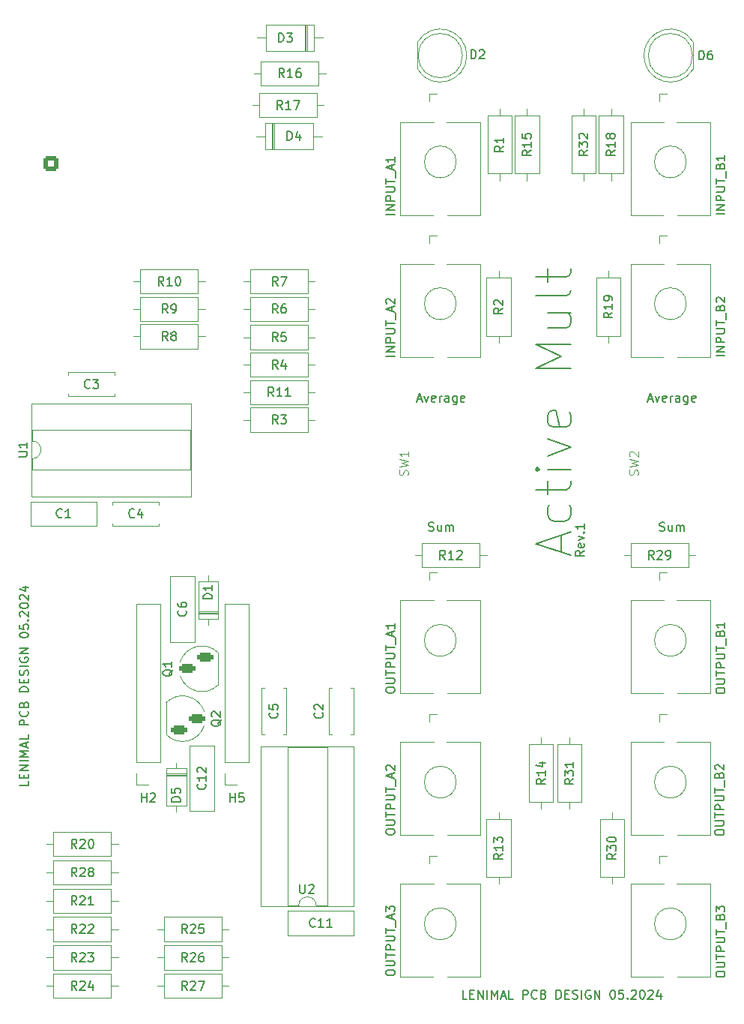
<source format=gto>
G04 #@! TF.GenerationSoftware,KiCad,Pcbnew,8.0.2-1*
G04 #@! TF.CreationDate,2024-06-17T10:28:58+02:00*
G04 #@! TF.ProjectId,active-mult,61637469-7665-42d6-9d75-6c742e6b6963,rev?*
G04 #@! TF.SameCoordinates,Original*
G04 #@! TF.FileFunction,Legend,Top*
G04 #@! TF.FilePolarity,Positive*
%FSLAX46Y46*%
G04 Gerber Fmt 4.6, Leading zero omitted, Abs format (unit mm)*
G04 Created by KiCad (PCBNEW 8.0.2-1) date 2024-06-17 10:28:58*
%MOMM*%
%LPD*%
G01*
G04 APERTURE LIST*
G04 Aperture macros list*
%AMRoundRect*
0 Rectangle with rounded corners*
0 $1 Rounding radius*
0 $2 $3 $4 $5 $6 $7 $8 $9 X,Y pos of 4 corners*
0 Add a 4 corners polygon primitive as box body*
4,1,4,$2,$3,$4,$5,$6,$7,$8,$9,$2,$3,0*
0 Add four circle primitives for the rounded corners*
1,1,$1+$1,$2,$3*
1,1,$1+$1,$4,$5*
1,1,$1+$1,$6,$7*
1,1,$1+$1,$8,$9*
0 Add four rect primitives between the rounded corners*
20,1,$1+$1,$2,$3,$4,$5,0*
20,1,$1+$1,$4,$5,$6,$7,0*
20,1,$1+$1,$6,$7,$8,$9,0*
20,1,$1+$1,$8,$9,$2,$3,0*%
G04 Aperture macros list end*
%ADD10C,0.150000*%
%ADD11C,0.100000*%
%ADD12C,0.120000*%
%ADD13C,3.200000*%
%ADD14C,2.850000*%
%ADD15C,1.600000*%
%ADD16O,1.600000X1.600000*%
%ADD17R,1.930000X1.830000*%
%ADD18C,2.130000*%
%ADD19R,1.700000X1.700000*%
%ADD20O,1.700000X1.700000*%
%ADD21R,2.200000X2.200000*%
%ADD22O,2.200000X2.200000*%
%ADD23R,1.600000X2.400000*%
%ADD24O,1.600000X2.400000*%
%ADD25R,2.400000X1.600000*%
%ADD26O,2.400000X1.600000*%
%ADD27R,1.600000X1.600000*%
%ADD28R,1.800000X1.800000*%
%ADD29C,1.800000*%
%ADD30R,1.800000X1.100000*%
%ADD31RoundRect,0.275000X0.625000X-0.275000X0.625000X0.275000X-0.625000X0.275000X-0.625000X-0.275000X0*%
%ADD32RoundRect,0.275000X-0.625000X0.275000X-0.625000X-0.275000X0.625000X-0.275000X0.625000X0.275000X0*%
%ADD33R,1.200000X1.200000*%
%ADD34C,1.200000*%
%ADD35RoundRect,0.250000X-0.600000X-0.600000X0.600000X-0.600000X0.600000X0.600000X-0.600000X0.600000X0*%
%ADD36C,1.700000*%
G04 APERTURE END LIST*
D10*
X114269819Y-109891792D02*
X113793628Y-110225125D01*
X114269819Y-110463220D02*
X113269819Y-110463220D01*
X113269819Y-110463220D02*
X113269819Y-110082268D01*
X113269819Y-110082268D02*
X113317438Y-109987030D01*
X113317438Y-109987030D02*
X113365057Y-109939411D01*
X113365057Y-109939411D02*
X113460295Y-109891792D01*
X113460295Y-109891792D02*
X113603152Y-109891792D01*
X113603152Y-109891792D02*
X113698390Y-109939411D01*
X113698390Y-109939411D02*
X113746009Y-109987030D01*
X113746009Y-109987030D02*
X113793628Y-110082268D01*
X113793628Y-110082268D02*
X113793628Y-110463220D01*
X114222200Y-109082268D02*
X114269819Y-109177506D01*
X114269819Y-109177506D02*
X114269819Y-109367982D01*
X114269819Y-109367982D02*
X114222200Y-109463220D01*
X114222200Y-109463220D02*
X114126961Y-109510839D01*
X114126961Y-109510839D02*
X113746009Y-109510839D01*
X113746009Y-109510839D02*
X113650771Y-109463220D01*
X113650771Y-109463220D02*
X113603152Y-109367982D01*
X113603152Y-109367982D02*
X113603152Y-109177506D01*
X113603152Y-109177506D02*
X113650771Y-109082268D01*
X113650771Y-109082268D02*
X113746009Y-109034649D01*
X113746009Y-109034649D02*
X113841247Y-109034649D01*
X113841247Y-109034649D02*
X113936485Y-109510839D01*
X113603152Y-108701315D02*
X114269819Y-108463220D01*
X114269819Y-108463220D02*
X113603152Y-108225125D01*
X114174580Y-107844172D02*
X114222200Y-107796553D01*
X114222200Y-107796553D02*
X114269819Y-107844172D01*
X114269819Y-107844172D02*
X114222200Y-107891791D01*
X114222200Y-107891791D02*
X114174580Y-107844172D01*
X114174580Y-107844172D02*
X114269819Y-107844172D01*
X114269819Y-106844173D02*
X114269819Y-107415601D01*
X114269819Y-107129887D02*
X113269819Y-107129887D01*
X113269819Y-107129887D02*
X113412676Y-107225125D01*
X113412676Y-107225125D02*
X113507914Y-107320363D01*
X113507914Y-107320363D02*
X113555533Y-107415601D01*
X111659819Y-110039411D02*
X111659819Y-108134649D01*
X112802676Y-110420363D02*
X108802676Y-109087030D01*
X108802676Y-109087030D02*
X112802676Y-107753696D01*
X112612200Y-104706078D02*
X112802676Y-105087030D01*
X112802676Y-105087030D02*
X112802676Y-105848935D01*
X112802676Y-105848935D02*
X112612200Y-106229887D01*
X112612200Y-106229887D02*
X112421723Y-106420364D01*
X112421723Y-106420364D02*
X112040771Y-106610840D01*
X112040771Y-106610840D02*
X110897914Y-106610840D01*
X110897914Y-106610840D02*
X110516961Y-106420364D01*
X110516961Y-106420364D02*
X110326485Y-106229887D01*
X110326485Y-106229887D02*
X110136009Y-105848935D01*
X110136009Y-105848935D02*
X110136009Y-105087030D01*
X110136009Y-105087030D02*
X110326485Y-104706078D01*
X110136009Y-103563221D02*
X110136009Y-102039412D01*
X108802676Y-102991793D02*
X112231247Y-102991793D01*
X112231247Y-102991793D02*
X112612200Y-102801316D01*
X112612200Y-102801316D02*
X112802676Y-102420364D01*
X112802676Y-102420364D02*
X112802676Y-102039412D01*
X112802676Y-100706079D02*
X110136009Y-100706079D01*
X108802676Y-100706079D02*
X108993152Y-100896555D01*
X108993152Y-100896555D02*
X109183628Y-100706079D01*
X109183628Y-100706079D02*
X108993152Y-100515602D01*
X108993152Y-100515602D02*
X108802676Y-100706079D01*
X108802676Y-100706079D02*
X109183628Y-100706079D01*
X110136009Y-99182269D02*
X112802676Y-98229888D01*
X112802676Y-98229888D02*
X110136009Y-97277507D01*
X112612200Y-94229888D02*
X112802676Y-94610840D01*
X112802676Y-94610840D02*
X112802676Y-95372745D01*
X112802676Y-95372745D02*
X112612200Y-95753698D01*
X112612200Y-95753698D02*
X112231247Y-95944174D01*
X112231247Y-95944174D02*
X110707438Y-95944174D01*
X110707438Y-95944174D02*
X110326485Y-95753698D01*
X110326485Y-95753698D02*
X110136009Y-95372745D01*
X110136009Y-95372745D02*
X110136009Y-94610840D01*
X110136009Y-94610840D02*
X110326485Y-94229888D01*
X110326485Y-94229888D02*
X110707438Y-94039412D01*
X110707438Y-94039412D02*
X111088390Y-94039412D01*
X111088390Y-94039412D02*
X111469342Y-95944174D01*
X112802676Y-89277508D02*
X108802676Y-89277508D01*
X108802676Y-89277508D02*
X111659819Y-87944174D01*
X111659819Y-87944174D02*
X108802676Y-86610841D01*
X108802676Y-86610841D02*
X112802676Y-86610841D01*
X110136009Y-82991793D02*
X112802676Y-82991793D01*
X110136009Y-84706079D02*
X112231247Y-84706079D01*
X112231247Y-84706079D02*
X112612200Y-84515602D01*
X112612200Y-84515602D02*
X112802676Y-84134650D01*
X112802676Y-84134650D02*
X112802676Y-83563221D01*
X112802676Y-83563221D02*
X112612200Y-83182269D01*
X112612200Y-83182269D02*
X112421723Y-82991793D01*
X112802676Y-80515602D02*
X112612200Y-80896554D01*
X112612200Y-80896554D02*
X112231247Y-81087031D01*
X112231247Y-81087031D02*
X108802676Y-81087031D01*
X110136009Y-79563221D02*
X110136009Y-78039412D01*
X108802676Y-78991793D02*
X112231247Y-78991793D01*
X112231247Y-78991793D02*
X112612200Y-78801316D01*
X112612200Y-78801316D02*
X112802676Y-78420364D01*
X112802676Y-78420364D02*
X112802676Y-78039412D01*
X101012969Y-160469819D02*
X100536779Y-160469819D01*
X100536779Y-160469819D02*
X100536779Y-159469819D01*
X101346303Y-159946009D02*
X101679636Y-159946009D01*
X101822493Y-160469819D02*
X101346303Y-160469819D01*
X101346303Y-160469819D02*
X101346303Y-159469819D01*
X101346303Y-159469819D02*
X101822493Y-159469819D01*
X102251065Y-160469819D02*
X102251065Y-159469819D01*
X102251065Y-159469819D02*
X102822493Y-160469819D01*
X102822493Y-160469819D02*
X102822493Y-159469819D01*
X103298684Y-160469819D02*
X103298684Y-159469819D01*
X103774874Y-160469819D02*
X103774874Y-159469819D01*
X103774874Y-159469819D02*
X104108207Y-160184104D01*
X104108207Y-160184104D02*
X104441540Y-159469819D01*
X104441540Y-159469819D02*
X104441540Y-160469819D01*
X104870112Y-160184104D02*
X105346302Y-160184104D01*
X104774874Y-160469819D02*
X105108207Y-159469819D01*
X105108207Y-159469819D02*
X105441540Y-160469819D01*
X106251064Y-160469819D02*
X105774874Y-160469819D01*
X105774874Y-160469819D02*
X105774874Y-159469819D01*
X107346303Y-160469819D02*
X107346303Y-159469819D01*
X107346303Y-159469819D02*
X107727255Y-159469819D01*
X107727255Y-159469819D02*
X107822493Y-159517438D01*
X107822493Y-159517438D02*
X107870112Y-159565057D01*
X107870112Y-159565057D02*
X107917731Y-159660295D01*
X107917731Y-159660295D02*
X107917731Y-159803152D01*
X107917731Y-159803152D02*
X107870112Y-159898390D01*
X107870112Y-159898390D02*
X107822493Y-159946009D01*
X107822493Y-159946009D02*
X107727255Y-159993628D01*
X107727255Y-159993628D02*
X107346303Y-159993628D01*
X108917731Y-160374580D02*
X108870112Y-160422200D01*
X108870112Y-160422200D02*
X108727255Y-160469819D01*
X108727255Y-160469819D02*
X108632017Y-160469819D01*
X108632017Y-160469819D02*
X108489160Y-160422200D01*
X108489160Y-160422200D02*
X108393922Y-160326961D01*
X108393922Y-160326961D02*
X108346303Y-160231723D01*
X108346303Y-160231723D02*
X108298684Y-160041247D01*
X108298684Y-160041247D02*
X108298684Y-159898390D01*
X108298684Y-159898390D02*
X108346303Y-159707914D01*
X108346303Y-159707914D02*
X108393922Y-159612676D01*
X108393922Y-159612676D02*
X108489160Y-159517438D01*
X108489160Y-159517438D02*
X108632017Y-159469819D01*
X108632017Y-159469819D02*
X108727255Y-159469819D01*
X108727255Y-159469819D02*
X108870112Y-159517438D01*
X108870112Y-159517438D02*
X108917731Y-159565057D01*
X109679636Y-159946009D02*
X109822493Y-159993628D01*
X109822493Y-159993628D02*
X109870112Y-160041247D01*
X109870112Y-160041247D02*
X109917731Y-160136485D01*
X109917731Y-160136485D02*
X109917731Y-160279342D01*
X109917731Y-160279342D02*
X109870112Y-160374580D01*
X109870112Y-160374580D02*
X109822493Y-160422200D01*
X109822493Y-160422200D02*
X109727255Y-160469819D01*
X109727255Y-160469819D02*
X109346303Y-160469819D01*
X109346303Y-160469819D02*
X109346303Y-159469819D01*
X109346303Y-159469819D02*
X109679636Y-159469819D01*
X109679636Y-159469819D02*
X109774874Y-159517438D01*
X109774874Y-159517438D02*
X109822493Y-159565057D01*
X109822493Y-159565057D02*
X109870112Y-159660295D01*
X109870112Y-159660295D02*
X109870112Y-159755533D01*
X109870112Y-159755533D02*
X109822493Y-159850771D01*
X109822493Y-159850771D02*
X109774874Y-159898390D01*
X109774874Y-159898390D02*
X109679636Y-159946009D01*
X109679636Y-159946009D02*
X109346303Y-159946009D01*
X111108208Y-160469819D02*
X111108208Y-159469819D01*
X111108208Y-159469819D02*
X111346303Y-159469819D01*
X111346303Y-159469819D02*
X111489160Y-159517438D01*
X111489160Y-159517438D02*
X111584398Y-159612676D01*
X111584398Y-159612676D02*
X111632017Y-159707914D01*
X111632017Y-159707914D02*
X111679636Y-159898390D01*
X111679636Y-159898390D02*
X111679636Y-160041247D01*
X111679636Y-160041247D02*
X111632017Y-160231723D01*
X111632017Y-160231723D02*
X111584398Y-160326961D01*
X111584398Y-160326961D02*
X111489160Y-160422200D01*
X111489160Y-160422200D02*
X111346303Y-160469819D01*
X111346303Y-160469819D02*
X111108208Y-160469819D01*
X112108208Y-159946009D02*
X112441541Y-159946009D01*
X112584398Y-160469819D02*
X112108208Y-160469819D01*
X112108208Y-160469819D02*
X112108208Y-159469819D01*
X112108208Y-159469819D02*
X112584398Y-159469819D01*
X112965351Y-160422200D02*
X113108208Y-160469819D01*
X113108208Y-160469819D02*
X113346303Y-160469819D01*
X113346303Y-160469819D02*
X113441541Y-160422200D01*
X113441541Y-160422200D02*
X113489160Y-160374580D01*
X113489160Y-160374580D02*
X113536779Y-160279342D01*
X113536779Y-160279342D02*
X113536779Y-160184104D01*
X113536779Y-160184104D02*
X113489160Y-160088866D01*
X113489160Y-160088866D02*
X113441541Y-160041247D01*
X113441541Y-160041247D02*
X113346303Y-159993628D01*
X113346303Y-159993628D02*
X113155827Y-159946009D01*
X113155827Y-159946009D02*
X113060589Y-159898390D01*
X113060589Y-159898390D02*
X113012970Y-159850771D01*
X113012970Y-159850771D02*
X112965351Y-159755533D01*
X112965351Y-159755533D02*
X112965351Y-159660295D01*
X112965351Y-159660295D02*
X113012970Y-159565057D01*
X113012970Y-159565057D02*
X113060589Y-159517438D01*
X113060589Y-159517438D02*
X113155827Y-159469819D01*
X113155827Y-159469819D02*
X113393922Y-159469819D01*
X113393922Y-159469819D02*
X113536779Y-159517438D01*
X113965351Y-160469819D02*
X113965351Y-159469819D01*
X114965350Y-159517438D02*
X114870112Y-159469819D01*
X114870112Y-159469819D02*
X114727255Y-159469819D01*
X114727255Y-159469819D02*
X114584398Y-159517438D01*
X114584398Y-159517438D02*
X114489160Y-159612676D01*
X114489160Y-159612676D02*
X114441541Y-159707914D01*
X114441541Y-159707914D02*
X114393922Y-159898390D01*
X114393922Y-159898390D02*
X114393922Y-160041247D01*
X114393922Y-160041247D02*
X114441541Y-160231723D01*
X114441541Y-160231723D02*
X114489160Y-160326961D01*
X114489160Y-160326961D02*
X114584398Y-160422200D01*
X114584398Y-160422200D02*
X114727255Y-160469819D01*
X114727255Y-160469819D02*
X114822493Y-160469819D01*
X114822493Y-160469819D02*
X114965350Y-160422200D01*
X114965350Y-160422200D02*
X115012969Y-160374580D01*
X115012969Y-160374580D02*
X115012969Y-160041247D01*
X115012969Y-160041247D02*
X114822493Y-160041247D01*
X115441541Y-160469819D02*
X115441541Y-159469819D01*
X115441541Y-159469819D02*
X116012969Y-160469819D01*
X116012969Y-160469819D02*
X116012969Y-159469819D01*
X117441541Y-159469819D02*
X117536779Y-159469819D01*
X117536779Y-159469819D02*
X117632017Y-159517438D01*
X117632017Y-159517438D02*
X117679636Y-159565057D01*
X117679636Y-159565057D02*
X117727255Y-159660295D01*
X117727255Y-159660295D02*
X117774874Y-159850771D01*
X117774874Y-159850771D02*
X117774874Y-160088866D01*
X117774874Y-160088866D02*
X117727255Y-160279342D01*
X117727255Y-160279342D02*
X117679636Y-160374580D01*
X117679636Y-160374580D02*
X117632017Y-160422200D01*
X117632017Y-160422200D02*
X117536779Y-160469819D01*
X117536779Y-160469819D02*
X117441541Y-160469819D01*
X117441541Y-160469819D02*
X117346303Y-160422200D01*
X117346303Y-160422200D02*
X117298684Y-160374580D01*
X117298684Y-160374580D02*
X117251065Y-160279342D01*
X117251065Y-160279342D02*
X117203446Y-160088866D01*
X117203446Y-160088866D02*
X117203446Y-159850771D01*
X117203446Y-159850771D02*
X117251065Y-159660295D01*
X117251065Y-159660295D02*
X117298684Y-159565057D01*
X117298684Y-159565057D02*
X117346303Y-159517438D01*
X117346303Y-159517438D02*
X117441541Y-159469819D01*
X118679636Y-159469819D02*
X118203446Y-159469819D01*
X118203446Y-159469819D02*
X118155827Y-159946009D01*
X118155827Y-159946009D02*
X118203446Y-159898390D01*
X118203446Y-159898390D02*
X118298684Y-159850771D01*
X118298684Y-159850771D02*
X118536779Y-159850771D01*
X118536779Y-159850771D02*
X118632017Y-159898390D01*
X118632017Y-159898390D02*
X118679636Y-159946009D01*
X118679636Y-159946009D02*
X118727255Y-160041247D01*
X118727255Y-160041247D02*
X118727255Y-160279342D01*
X118727255Y-160279342D02*
X118679636Y-160374580D01*
X118679636Y-160374580D02*
X118632017Y-160422200D01*
X118632017Y-160422200D02*
X118536779Y-160469819D01*
X118536779Y-160469819D02*
X118298684Y-160469819D01*
X118298684Y-160469819D02*
X118203446Y-160422200D01*
X118203446Y-160422200D02*
X118155827Y-160374580D01*
X119155827Y-160374580D02*
X119203446Y-160422200D01*
X119203446Y-160422200D02*
X119155827Y-160469819D01*
X119155827Y-160469819D02*
X119108208Y-160422200D01*
X119108208Y-160422200D02*
X119155827Y-160374580D01*
X119155827Y-160374580D02*
X119155827Y-160469819D01*
X119584398Y-159565057D02*
X119632017Y-159517438D01*
X119632017Y-159517438D02*
X119727255Y-159469819D01*
X119727255Y-159469819D02*
X119965350Y-159469819D01*
X119965350Y-159469819D02*
X120060588Y-159517438D01*
X120060588Y-159517438D02*
X120108207Y-159565057D01*
X120108207Y-159565057D02*
X120155826Y-159660295D01*
X120155826Y-159660295D02*
X120155826Y-159755533D01*
X120155826Y-159755533D02*
X120108207Y-159898390D01*
X120108207Y-159898390D02*
X119536779Y-160469819D01*
X119536779Y-160469819D02*
X120155826Y-160469819D01*
X120774874Y-159469819D02*
X120870112Y-159469819D01*
X120870112Y-159469819D02*
X120965350Y-159517438D01*
X120965350Y-159517438D02*
X121012969Y-159565057D01*
X121012969Y-159565057D02*
X121060588Y-159660295D01*
X121060588Y-159660295D02*
X121108207Y-159850771D01*
X121108207Y-159850771D02*
X121108207Y-160088866D01*
X121108207Y-160088866D02*
X121060588Y-160279342D01*
X121060588Y-160279342D02*
X121012969Y-160374580D01*
X121012969Y-160374580D02*
X120965350Y-160422200D01*
X120965350Y-160422200D02*
X120870112Y-160469819D01*
X120870112Y-160469819D02*
X120774874Y-160469819D01*
X120774874Y-160469819D02*
X120679636Y-160422200D01*
X120679636Y-160422200D02*
X120632017Y-160374580D01*
X120632017Y-160374580D02*
X120584398Y-160279342D01*
X120584398Y-160279342D02*
X120536779Y-160088866D01*
X120536779Y-160088866D02*
X120536779Y-159850771D01*
X120536779Y-159850771D02*
X120584398Y-159660295D01*
X120584398Y-159660295D02*
X120632017Y-159565057D01*
X120632017Y-159565057D02*
X120679636Y-159517438D01*
X120679636Y-159517438D02*
X120774874Y-159469819D01*
X121489160Y-159565057D02*
X121536779Y-159517438D01*
X121536779Y-159517438D02*
X121632017Y-159469819D01*
X121632017Y-159469819D02*
X121870112Y-159469819D01*
X121870112Y-159469819D02*
X121965350Y-159517438D01*
X121965350Y-159517438D02*
X122012969Y-159565057D01*
X122012969Y-159565057D02*
X122060588Y-159660295D01*
X122060588Y-159660295D02*
X122060588Y-159755533D01*
X122060588Y-159755533D02*
X122012969Y-159898390D01*
X122012969Y-159898390D02*
X121441541Y-160469819D01*
X121441541Y-160469819D02*
X122060588Y-160469819D01*
X122917731Y-159803152D02*
X122917731Y-160469819D01*
X122679636Y-159422200D02*
X122441541Y-160136485D01*
X122441541Y-160136485D02*
X123060588Y-160136485D01*
X51469819Y-135887030D02*
X51469819Y-136363220D01*
X51469819Y-136363220D02*
X50469819Y-136363220D01*
X50946009Y-135553696D02*
X50946009Y-135220363D01*
X51469819Y-135077506D02*
X51469819Y-135553696D01*
X51469819Y-135553696D02*
X50469819Y-135553696D01*
X50469819Y-135553696D02*
X50469819Y-135077506D01*
X51469819Y-134648934D02*
X50469819Y-134648934D01*
X50469819Y-134648934D02*
X51469819Y-134077506D01*
X51469819Y-134077506D02*
X50469819Y-134077506D01*
X51469819Y-133601315D02*
X50469819Y-133601315D01*
X51469819Y-133125125D02*
X50469819Y-133125125D01*
X50469819Y-133125125D02*
X51184104Y-132791792D01*
X51184104Y-132791792D02*
X50469819Y-132458459D01*
X50469819Y-132458459D02*
X51469819Y-132458459D01*
X51184104Y-132029887D02*
X51184104Y-131553697D01*
X51469819Y-132125125D02*
X50469819Y-131791792D01*
X50469819Y-131791792D02*
X51469819Y-131458459D01*
X51469819Y-130648935D02*
X51469819Y-131125125D01*
X51469819Y-131125125D02*
X50469819Y-131125125D01*
X51469819Y-129553696D02*
X50469819Y-129553696D01*
X50469819Y-129553696D02*
X50469819Y-129172744D01*
X50469819Y-129172744D02*
X50517438Y-129077506D01*
X50517438Y-129077506D02*
X50565057Y-129029887D01*
X50565057Y-129029887D02*
X50660295Y-128982268D01*
X50660295Y-128982268D02*
X50803152Y-128982268D01*
X50803152Y-128982268D02*
X50898390Y-129029887D01*
X50898390Y-129029887D02*
X50946009Y-129077506D01*
X50946009Y-129077506D02*
X50993628Y-129172744D01*
X50993628Y-129172744D02*
X50993628Y-129553696D01*
X51374580Y-127982268D02*
X51422200Y-128029887D01*
X51422200Y-128029887D02*
X51469819Y-128172744D01*
X51469819Y-128172744D02*
X51469819Y-128267982D01*
X51469819Y-128267982D02*
X51422200Y-128410839D01*
X51422200Y-128410839D02*
X51326961Y-128506077D01*
X51326961Y-128506077D02*
X51231723Y-128553696D01*
X51231723Y-128553696D02*
X51041247Y-128601315D01*
X51041247Y-128601315D02*
X50898390Y-128601315D01*
X50898390Y-128601315D02*
X50707914Y-128553696D01*
X50707914Y-128553696D02*
X50612676Y-128506077D01*
X50612676Y-128506077D02*
X50517438Y-128410839D01*
X50517438Y-128410839D02*
X50469819Y-128267982D01*
X50469819Y-128267982D02*
X50469819Y-128172744D01*
X50469819Y-128172744D02*
X50517438Y-128029887D01*
X50517438Y-128029887D02*
X50565057Y-127982268D01*
X50946009Y-127220363D02*
X50993628Y-127077506D01*
X50993628Y-127077506D02*
X51041247Y-127029887D01*
X51041247Y-127029887D02*
X51136485Y-126982268D01*
X51136485Y-126982268D02*
X51279342Y-126982268D01*
X51279342Y-126982268D02*
X51374580Y-127029887D01*
X51374580Y-127029887D02*
X51422200Y-127077506D01*
X51422200Y-127077506D02*
X51469819Y-127172744D01*
X51469819Y-127172744D02*
X51469819Y-127553696D01*
X51469819Y-127553696D02*
X50469819Y-127553696D01*
X50469819Y-127553696D02*
X50469819Y-127220363D01*
X50469819Y-127220363D02*
X50517438Y-127125125D01*
X50517438Y-127125125D02*
X50565057Y-127077506D01*
X50565057Y-127077506D02*
X50660295Y-127029887D01*
X50660295Y-127029887D02*
X50755533Y-127029887D01*
X50755533Y-127029887D02*
X50850771Y-127077506D01*
X50850771Y-127077506D02*
X50898390Y-127125125D01*
X50898390Y-127125125D02*
X50946009Y-127220363D01*
X50946009Y-127220363D02*
X50946009Y-127553696D01*
X51469819Y-125791791D02*
X50469819Y-125791791D01*
X50469819Y-125791791D02*
X50469819Y-125553696D01*
X50469819Y-125553696D02*
X50517438Y-125410839D01*
X50517438Y-125410839D02*
X50612676Y-125315601D01*
X50612676Y-125315601D02*
X50707914Y-125267982D01*
X50707914Y-125267982D02*
X50898390Y-125220363D01*
X50898390Y-125220363D02*
X51041247Y-125220363D01*
X51041247Y-125220363D02*
X51231723Y-125267982D01*
X51231723Y-125267982D02*
X51326961Y-125315601D01*
X51326961Y-125315601D02*
X51422200Y-125410839D01*
X51422200Y-125410839D02*
X51469819Y-125553696D01*
X51469819Y-125553696D02*
X51469819Y-125791791D01*
X50946009Y-124791791D02*
X50946009Y-124458458D01*
X51469819Y-124315601D02*
X51469819Y-124791791D01*
X51469819Y-124791791D02*
X50469819Y-124791791D01*
X50469819Y-124791791D02*
X50469819Y-124315601D01*
X51422200Y-123934648D02*
X51469819Y-123791791D01*
X51469819Y-123791791D02*
X51469819Y-123553696D01*
X51469819Y-123553696D02*
X51422200Y-123458458D01*
X51422200Y-123458458D02*
X51374580Y-123410839D01*
X51374580Y-123410839D02*
X51279342Y-123363220D01*
X51279342Y-123363220D02*
X51184104Y-123363220D01*
X51184104Y-123363220D02*
X51088866Y-123410839D01*
X51088866Y-123410839D02*
X51041247Y-123458458D01*
X51041247Y-123458458D02*
X50993628Y-123553696D01*
X50993628Y-123553696D02*
X50946009Y-123744172D01*
X50946009Y-123744172D02*
X50898390Y-123839410D01*
X50898390Y-123839410D02*
X50850771Y-123887029D01*
X50850771Y-123887029D02*
X50755533Y-123934648D01*
X50755533Y-123934648D02*
X50660295Y-123934648D01*
X50660295Y-123934648D02*
X50565057Y-123887029D01*
X50565057Y-123887029D02*
X50517438Y-123839410D01*
X50517438Y-123839410D02*
X50469819Y-123744172D01*
X50469819Y-123744172D02*
X50469819Y-123506077D01*
X50469819Y-123506077D02*
X50517438Y-123363220D01*
X51469819Y-122934648D02*
X50469819Y-122934648D01*
X50517438Y-121934649D02*
X50469819Y-122029887D01*
X50469819Y-122029887D02*
X50469819Y-122172744D01*
X50469819Y-122172744D02*
X50517438Y-122315601D01*
X50517438Y-122315601D02*
X50612676Y-122410839D01*
X50612676Y-122410839D02*
X50707914Y-122458458D01*
X50707914Y-122458458D02*
X50898390Y-122506077D01*
X50898390Y-122506077D02*
X51041247Y-122506077D01*
X51041247Y-122506077D02*
X51231723Y-122458458D01*
X51231723Y-122458458D02*
X51326961Y-122410839D01*
X51326961Y-122410839D02*
X51422200Y-122315601D01*
X51422200Y-122315601D02*
X51469819Y-122172744D01*
X51469819Y-122172744D02*
X51469819Y-122077506D01*
X51469819Y-122077506D02*
X51422200Y-121934649D01*
X51422200Y-121934649D02*
X51374580Y-121887030D01*
X51374580Y-121887030D02*
X51041247Y-121887030D01*
X51041247Y-121887030D02*
X51041247Y-122077506D01*
X51469819Y-121458458D02*
X50469819Y-121458458D01*
X50469819Y-121458458D02*
X51469819Y-120887030D01*
X51469819Y-120887030D02*
X50469819Y-120887030D01*
X50469819Y-119458458D02*
X50469819Y-119363220D01*
X50469819Y-119363220D02*
X50517438Y-119267982D01*
X50517438Y-119267982D02*
X50565057Y-119220363D01*
X50565057Y-119220363D02*
X50660295Y-119172744D01*
X50660295Y-119172744D02*
X50850771Y-119125125D01*
X50850771Y-119125125D02*
X51088866Y-119125125D01*
X51088866Y-119125125D02*
X51279342Y-119172744D01*
X51279342Y-119172744D02*
X51374580Y-119220363D01*
X51374580Y-119220363D02*
X51422200Y-119267982D01*
X51422200Y-119267982D02*
X51469819Y-119363220D01*
X51469819Y-119363220D02*
X51469819Y-119458458D01*
X51469819Y-119458458D02*
X51422200Y-119553696D01*
X51422200Y-119553696D02*
X51374580Y-119601315D01*
X51374580Y-119601315D02*
X51279342Y-119648934D01*
X51279342Y-119648934D02*
X51088866Y-119696553D01*
X51088866Y-119696553D02*
X50850771Y-119696553D01*
X50850771Y-119696553D02*
X50660295Y-119648934D01*
X50660295Y-119648934D02*
X50565057Y-119601315D01*
X50565057Y-119601315D02*
X50517438Y-119553696D01*
X50517438Y-119553696D02*
X50469819Y-119458458D01*
X50469819Y-118220363D02*
X50469819Y-118696553D01*
X50469819Y-118696553D02*
X50946009Y-118744172D01*
X50946009Y-118744172D02*
X50898390Y-118696553D01*
X50898390Y-118696553D02*
X50850771Y-118601315D01*
X50850771Y-118601315D02*
X50850771Y-118363220D01*
X50850771Y-118363220D02*
X50898390Y-118267982D01*
X50898390Y-118267982D02*
X50946009Y-118220363D01*
X50946009Y-118220363D02*
X51041247Y-118172744D01*
X51041247Y-118172744D02*
X51279342Y-118172744D01*
X51279342Y-118172744D02*
X51374580Y-118220363D01*
X51374580Y-118220363D02*
X51422200Y-118267982D01*
X51422200Y-118267982D02*
X51469819Y-118363220D01*
X51469819Y-118363220D02*
X51469819Y-118601315D01*
X51469819Y-118601315D02*
X51422200Y-118696553D01*
X51422200Y-118696553D02*
X51374580Y-118744172D01*
X51374580Y-117744172D02*
X51422200Y-117696553D01*
X51422200Y-117696553D02*
X51469819Y-117744172D01*
X51469819Y-117744172D02*
X51422200Y-117791791D01*
X51422200Y-117791791D02*
X51374580Y-117744172D01*
X51374580Y-117744172D02*
X51469819Y-117744172D01*
X50565057Y-117315601D02*
X50517438Y-117267982D01*
X50517438Y-117267982D02*
X50469819Y-117172744D01*
X50469819Y-117172744D02*
X50469819Y-116934649D01*
X50469819Y-116934649D02*
X50517438Y-116839411D01*
X50517438Y-116839411D02*
X50565057Y-116791792D01*
X50565057Y-116791792D02*
X50660295Y-116744173D01*
X50660295Y-116744173D02*
X50755533Y-116744173D01*
X50755533Y-116744173D02*
X50898390Y-116791792D01*
X50898390Y-116791792D02*
X51469819Y-117363220D01*
X51469819Y-117363220D02*
X51469819Y-116744173D01*
X50469819Y-116125125D02*
X50469819Y-116029887D01*
X50469819Y-116029887D02*
X50517438Y-115934649D01*
X50517438Y-115934649D02*
X50565057Y-115887030D01*
X50565057Y-115887030D02*
X50660295Y-115839411D01*
X50660295Y-115839411D02*
X50850771Y-115791792D01*
X50850771Y-115791792D02*
X51088866Y-115791792D01*
X51088866Y-115791792D02*
X51279342Y-115839411D01*
X51279342Y-115839411D02*
X51374580Y-115887030D01*
X51374580Y-115887030D02*
X51422200Y-115934649D01*
X51422200Y-115934649D02*
X51469819Y-116029887D01*
X51469819Y-116029887D02*
X51469819Y-116125125D01*
X51469819Y-116125125D02*
X51422200Y-116220363D01*
X51422200Y-116220363D02*
X51374580Y-116267982D01*
X51374580Y-116267982D02*
X51279342Y-116315601D01*
X51279342Y-116315601D02*
X51088866Y-116363220D01*
X51088866Y-116363220D02*
X50850771Y-116363220D01*
X50850771Y-116363220D02*
X50660295Y-116315601D01*
X50660295Y-116315601D02*
X50565057Y-116267982D01*
X50565057Y-116267982D02*
X50517438Y-116220363D01*
X50517438Y-116220363D02*
X50469819Y-116125125D01*
X50565057Y-115410839D02*
X50517438Y-115363220D01*
X50517438Y-115363220D02*
X50469819Y-115267982D01*
X50469819Y-115267982D02*
X50469819Y-115029887D01*
X50469819Y-115029887D02*
X50517438Y-114934649D01*
X50517438Y-114934649D02*
X50565057Y-114887030D01*
X50565057Y-114887030D02*
X50660295Y-114839411D01*
X50660295Y-114839411D02*
X50755533Y-114839411D01*
X50755533Y-114839411D02*
X50898390Y-114887030D01*
X50898390Y-114887030D02*
X51469819Y-115458458D01*
X51469819Y-115458458D02*
X51469819Y-114839411D01*
X50803152Y-113982268D02*
X51469819Y-113982268D01*
X50422200Y-114220363D02*
X51136485Y-114458458D01*
X51136485Y-114458458D02*
X51136485Y-113839411D01*
X96689160Y-107622200D02*
X96832017Y-107669819D01*
X96832017Y-107669819D02*
X97070112Y-107669819D01*
X97070112Y-107669819D02*
X97165350Y-107622200D01*
X97165350Y-107622200D02*
X97212969Y-107574580D01*
X97212969Y-107574580D02*
X97260588Y-107479342D01*
X97260588Y-107479342D02*
X97260588Y-107384104D01*
X97260588Y-107384104D02*
X97212969Y-107288866D01*
X97212969Y-107288866D02*
X97165350Y-107241247D01*
X97165350Y-107241247D02*
X97070112Y-107193628D01*
X97070112Y-107193628D02*
X96879636Y-107146009D01*
X96879636Y-107146009D02*
X96784398Y-107098390D01*
X96784398Y-107098390D02*
X96736779Y-107050771D01*
X96736779Y-107050771D02*
X96689160Y-106955533D01*
X96689160Y-106955533D02*
X96689160Y-106860295D01*
X96689160Y-106860295D02*
X96736779Y-106765057D01*
X96736779Y-106765057D02*
X96784398Y-106717438D01*
X96784398Y-106717438D02*
X96879636Y-106669819D01*
X96879636Y-106669819D02*
X97117731Y-106669819D01*
X97117731Y-106669819D02*
X97260588Y-106717438D01*
X98117731Y-107003152D02*
X98117731Y-107669819D01*
X97689160Y-107003152D02*
X97689160Y-107526961D01*
X97689160Y-107526961D02*
X97736779Y-107622200D01*
X97736779Y-107622200D02*
X97832017Y-107669819D01*
X97832017Y-107669819D02*
X97974874Y-107669819D01*
X97974874Y-107669819D02*
X98070112Y-107622200D01*
X98070112Y-107622200D02*
X98117731Y-107574580D01*
X98593922Y-107669819D02*
X98593922Y-107003152D01*
X98593922Y-107098390D02*
X98641541Y-107050771D01*
X98641541Y-107050771D02*
X98736779Y-107003152D01*
X98736779Y-107003152D02*
X98879636Y-107003152D01*
X98879636Y-107003152D02*
X98974874Y-107050771D01*
X98974874Y-107050771D02*
X99022493Y-107146009D01*
X99022493Y-107146009D02*
X99022493Y-107669819D01*
X99022493Y-107146009D02*
X99070112Y-107050771D01*
X99070112Y-107050771D02*
X99165350Y-107003152D01*
X99165350Y-107003152D02*
X99308207Y-107003152D01*
X99308207Y-107003152D02*
X99403446Y-107050771D01*
X99403446Y-107050771D02*
X99451065Y-107146009D01*
X99451065Y-107146009D02*
X99451065Y-107669819D01*
X95389160Y-92784104D02*
X95865350Y-92784104D01*
X95293922Y-93069819D02*
X95627255Y-92069819D01*
X95627255Y-92069819D02*
X95960588Y-93069819D01*
X96198684Y-92403152D02*
X96436779Y-93069819D01*
X96436779Y-93069819D02*
X96674874Y-92403152D01*
X97436779Y-93022200D02*
X97341541Y-93069819D01*
X97341541Y-93069819D02*
X97151065Y-93069819D01*
X97151065Y-93069819D02*
X97055827Y-93022200D01*
X97055827Y-93022200D02*
X97008208Y-92926961D01*
X97008208Y-92926961D02*
X97008208Y-92546009D01*
X97008208Y-92546009D02*
X97055827Y-92450771D01*
X97055827Y-92450771D02*
X97151065Y-92403152D01*
X97151065Y-92403152D02*
X97341541Y-92403152D01*
X97341541Y-92403152D02*
X97436779Y-92450771D01*
X97436779Y-92450771D02*
X97484398Y-92546009D01*
X97484398Y-92546009D02*
X97484398Y-92641247D01*
X97484398Y-92641247D02*
X97008208Y-92736485D01*
X97912970Y-93069819D02*
X97912970Y-92403152D01*
X97912970Y-92593628D02*
X97960589Y-92498390D01*
X97960589Y-92498390D02*
X98008208Y-92450771D01*
X98008208Y-92450771D02*
X98103446Y-92403152D01*
X98103446Y-92403152D02*
X98198684Y-92403152D01*
X98960589Y-93069819D02*
X98960589Y-92546009D01*
X98960589Y-92546009D02*
X98912970Y-92450771D01*
X98912970Y-92450771D02*
X98817732Y-92403152D01*
X98817732Y-92403152D02*
X98627256Y-92403152D01*
X98627256Y-92403152D02*
X98532018Y-92450771D01*
X98960589Y-93022200D02*
X98865351Y-93069819D01*
X98865351Y-93069819D02*
X98627256Y-93069819D01*
X98627256Y-93069819D02*
X98532018Y-93022200D01*
X98532018Y-93022200D02*
X98484399Y-92926961D01*
X98484399Y-92926961D02*
X98484399Y-92831723D01*
X98484399Y-92831723D02*
X98532018Y-92736485D01*
X98532018Y-92736485D02*
X98627256Y-92688866D01*
X98627256Y-92688866D02*
X98865351Y-92688866D01*
X98865351Y-92688866D02*
X98960589Y-92641247D01*
X99865351Y-92403152D02*
X99865351Y-93212676D01*
X99865351Y-93212676D02*
X99817732Y-93307914D01*
X99817732Y-93307914D02*
X99770113Y-93355533D01*
X99770113Y-93355533D02*
X99674875Y-93403152D01*
X99674875Y-93403152D02*
X99532018Y-93403152D01*
X99532018Y-93403152D02*
X99436780Y-93355533D01*
X99865351Y-93022200D02*
X99770113Y-93069819D01*
X99770113Y-93069819D02*
X99579637Y-93069819D01*
X99579637Y-93069819D02*
X99484399Y-93022200D01*
X99484399Y-93022200D02*
X99436780Y-92974580D01*
X99436780Y-92974580D02*
X99389161Y-92879342D01*
X99389161Y-92879342D02*
X99389161Y-92593628D01*
X99389161Y-92593628D02*
X99436780Y-92498390D01*
X99436780Y-92498390D02*
X99484399Y-92450771D01*
X99484399Y-92450771D02*
X99579637Y-92403152D01*
X99579637Y-92403152D02*
X99770113Y-92403152D01*
X99770113Y-92403152D02*
X99865351Y-92450771D01*
X100722494Y-93022200D02*
X100627256Y-93069819D01*
X100627256Y-93069819D02*
X100436780Y-93069819D01*
X100436780Y-93069819D02*
X100341542Y-93022200D01*
X100341542Y-93022200D02*
X100293923Y-92926961D01*
X100293923Y-92926961D02*
X100293923Y-92546009D01*
X100293923Y-92546009D02*
X100341542Y-92450771D01*
X100341542Y-92450771D02*
X100436780Y-92403152D01*
X100436780Y-92403152D02*
X100627256Y-92403152D01*
X100627256Y-92403152D02*
X100722494Y-92450771D01*
X100722494Y-92450771D02*
X100770113Y-92546009D01*
X100770113Y-92546009D02*
X100770113Y-92641247D01*
X100770113Y-92641247D02*
X100293923Y-92736485D01*
X122789160Y-107622200D02*
X122932017Y-107669819D01*
X122932017Y-107669819D02*
X123170112Y-107669819D01*
X123170112Y-107669819D02*
X123265350Y-107622200D01*
X123265350Y-107622200D02*
X123312969Y-107574580D01*
X123312969Y-107574580D02*
X123360588Y-107479342D01*
X123360588Y-107479342D02*
X123360588Y-107384104D01*
X123360588Y-107384104D02*
X123312969Y-107288866D01*
X123312969Y-107288866D02*
X123265350Y-107241247D01*
X123265350Y-107241247D02*
X123170112Y-107193628D01*
X123170112Y-107193628D02*
X122979636Y-107146009D01*
X122979636Y-107146009D02*
X122884398Y-107098390D01*
X122884398Y-107098390D02*
X122836779Y-107050771D01*
X122836779Y-107050771D02*
X122789160Y-106955533D01*
X122789160Y-106955533D02*
X122789160Y-106860295D01*
X122789160Y-106860295D02*
X122836779Y-106765057D01*
X122836779Y-106765057D02*
X122884398Y-106717438D01*
X122884398Y-106717438D02*
X122979636Y-106669819D01*
X122979636Y-106669819D02*
X123217731Y-106669819D01*
X123217731Y-106669819D02*
X123360588Y-106717438D01*
X124217731Y-107003152D02*
X124217731Y-107669819D01*
X123789160Y-107003152D02*
X123789160Y-107526961D01*
X123789160Y-107526961D02*
X123836779Y-107622200D01*
X123836779Y-107622200D02*
X123932017Y-107669819D01*
X123932017Y-107669819D02*
X124074874Y-107669819D01*
X124074874Y-107669819D02*
X124170112Y-107622200D01*
X124170112Y-107622200D02*
X124217731Y-107574580D01*
X124693922Y-107669819D02*
X124693922Y-107003152D01*
X124693922Y-107098390D02*
X124741541Y-107050771D01*
X124741541Y-107050771D02*
X124836779Y-107003152D01*
X124836779Y-107003152D02*
X124979636Y-107003152D01*
X124979636Y-107003152D02*
X125074874Y-107050771D01*
X125074874Y-107050771D02*
X125122493Y-107146009D01*
X125122493Y-107146009D02*
X125122493Y-107669819D01*
X125122493Y-107146009D02*
X125170112Y-107050771D01*
X125170112Y-107050771D02*
X125265350Y-107003152D01*
X125265350Y-107003152D02*
X125408207Y-107003152D01*
X125408207Y-107003152D02*
X125503446Y-107050771D01*
X125503446Y-107050771D02*
X125551065Y-107146009D01*
X125551065Y-107146009D02*
X125551065Y-107669819D01*
X121489160Y-92784104D02*
X121965350Y-92784104D01*
X121393922Y-93069819D02*
X121727255Y-92069819D01*
X121727255Y-92069819D02*
X122060588Y-93069819D01*
X122298684Y-92403152D02*
X122536779Y-93069819D01*
X122536779Y-93069819D02*
X122774874Y-92403152D01*
X123536779Y-93022200D02*
X123441541Y-93069819D01*
X123441541Y-93069819D02*
X123251065Y-93069819D01*
X123251065Y-93069819D02*
X123155827Y-93022200D01*
X123155827Y-93022200D02*
X123108208Y-92926961D01*
X123108208Y-92926961D02*
X123108208Y-92546009D01*
X123108208Y-92546009D02*
X123155827Y-92450771D01*
X123155827Y-92450771D02*
X123251065Y-92403152D01*
X123251065Y-92403152D02*
X123441541Y-92403152D01*
X123441541Y-92403152D02*
X123536779Y-92450771D01*
X123536779Y-92450771D02*
X123584398Y-92546009D01*
X123584398Y-92546009D02*
X123584398Y-92641247D01*
X123584398Y-92641247D02*
X123108208Y-92736485D01*
X124012970Y-93069819D02*
X124012970Y-92403152D01*
X124012970Y-92593628D02*
X124060589Y-92498390D01*
X124060589Y-92498390D02*
X124108208Y-92450771D01*
X124108208Y-92450771D02*
X124203446Y-92403152D01*
X124203446Y-92403152D02*
X124298684Y-92403152D01*
X125060589Y-93069819D02*
X125060589Y-92546009D01*
X125060589Y-92546009D02*
X125012970Y-92450771D01*
X125012970Y-92450771D02*
X124917732Y-92403152D01*
X124917732Y-92403152D02*
X124727256Y-92403152D01*
X124727256Y-92403152D02*
X124632018Y-92450771D01*
X125060589Y-93022200D02*
X124965351Y-93069819D01*
X124965351Y-93069819D02*
X124727256Y-93069819D01*
X124727256Y-93069819D02*
X124632018Y-93022200D01*
X124632018Y-93022200D02*
X124584399Y-92926961D01*
X124584399Y-92926961D02*
X124584399Y-92831723D01*
X124584399Y-92831723D02*
X124632018Y-92736485D01*
X124632018Y-92736485D02*
X124727256Y-92688866D01*
X124727256Y-92688866D02*
X124965351Y-92688866D01*
X124965351Y-92688866D02*
X125060589Y-92641247D01*
X125965351Y-92403152D02*
X125965351Y-93212676D01*
X125965351Y-93212676D02*
X125917732Y-93307914D01*
X125917732Y-93307914D02*
X125870113Y-93355533D01*
X125870113Y-93355533D02*
X125774875Y-93403152D01*
X125774875Y-93403152D02*
X125632018Y-93403152D01*
X125632018Y-93403152D02*
X125536780Y-93355533D01*
X125965351Y-93022200D02*
X125870113Y-93069819D01*
X125870113Y-93069819D02*
X125679637Y-93069819D01*
X125679637Y-93069819D02*
X125584399Y-93022200D01*
X125584399Y-93022200D02*
X125536780Y-92974580D01*
X125536780Y-92974580D02*
X125489161Y-92879342D01*
X125489161Y-92879342D02*
X125489161Y-92593628D01*
X125489161Y-92593628D02*
X125536780Y-92498390D01*
X125536780Y-92498390D02*
X125584399Y-92450771D01*
X125584399Y-92450771D02*
X125679637Y-92403152D01*
X125679637Y-92403152D02*
X125870113Y-92403152D01*
X125870113Y-92403152D02*
X125965351Y-92450771D01*
X126822494Y-93022200D02*
X126727256Y-93069819D01*
X126727256Y-93069819D02*
X126536780Y-93069819D01*
X126536780Y-93069819D02*
X126441542Y-93022200D01*
X126441542Y-93022200D02*
X126393923Y-92926961D01*
X126393923Y-92926961D02*
X126393923Y-92546009D01*
X126393923Y-92546009D02*
X126441542Y-92450771D01*
X126441542Y-92450771D02*
X126536780Y-92403152D01*
X126536780Y-92403152D02*
X126727256Y-92403152D01*
X126727256Y-92403152D02*
X126822494Y-92450771D01*
X126822494Y-92450771D02*
X126870113Y-92546009D01*
X126870113Y-92546009D02*
X126870113Y-92641247D01*
X126870113Y-92641247D02*
X126393923Y-92736485D01*
D11*
X94309800Y-101333332D02*
X94357419Y-101190475D01*
X94357419Y-101190475D02*
X94357419Y-100952380D01*
X94357419Y-100952380D02*
X94309800Y-100857142D01*
X94309800Y-100857142D02*
X94262180Y-100809523D01*
X94262180Y-100809523D02*
X94166942Y-100761904D01*
X94166942Y-100761904D02*
X94071704Y-100761904D01*
X94071704Y-100761904D02*
X93976466Y-100809523D01*
X93976466Y-100809523D02*
X93928847Y-100857142D01*
X93928847Y-100857142D02*
X93881228Y-100952380D01*
X93881228Y-100952380D02*
X93833609Y-101142856D01*
X93833609Y-101142856D02*
X93785990Y-101238094D01*
X93785990Y-101238094D02*
X93738371Y-101285713D01*
X93738371Y-101285713D02*
X93643133Y-101333332D01*
X93643133Y-101333332D02*
X93547895Y-101333332D01*
X93547895Y-101333332D02*
X93452657Y-101285713D01*
X93452657Y-101285713D02*
X93405038Y-101238094D01*
X93405038Y-101238094D02*
X93357419Y-101142856D01*
X93357419Y-101142856D02*
X93357419Y-100904761D01*
X93357419Y-100904761D02*
X93405038Y-100761904D01*
X93357419Y-100428570D02*
X94357419Y-100190475D01*
X94357419Y-100190475D02*
X93643133Y-99999999D01*
X93643133Y-99999999D02*
X94357419Y-99809523D01*
X94357419Y-99809523D02*
X93357419Y-99571428D01*
X94357419Y-98666666D02*
X94357419Y-99238094D01*
X94357419Y-98952380D02*
X93357419Y-98952380D01*
X93357419Y-98952380D02*
X93500276Y-99047618D01*
X93500276Y-99047618D02*
X93595514Y-99142856D01*
X93595514Y-99142856D02*
X93643133Y-99238094D01*
D10*
X105154819Y-64216666D02*
X104678628Y-64549999D01*
X105154819Y-64788094D02*
X104154819Y-64788094D01*
X104154819Y-64788094D02*
X104154819Y-64407142D01*
X104154819Y-64407142D02*
X104202438Y-64311904D01*
X104202438Y-64311904D02*
X104250057Y-64264285D01*
X104250057Y-64264285D02*
X104345295Y-64216666D01*
X104345295Y-64216666D02*
X104488152Y-64216666D01*
X104488152Y-64216666D02*
X104583390Y-64264285D01*
X104583390Y-64264285D02*
X104631009Y-64311904D01*
X104631009Y-64311904D02*
X104678628Y-64407142D01*
X104678628Y-64407142D02*
X104678628Y-64788094D01*
X105154819Y-63264285D02*
X105154819Y-63835713D01*
X105154819Y-63549999D02*
X104154819Y-63549999D01*
X104154819Y-63549999D02*
X104297676Y-63645237D01*
X104297676Y-63645237D02*
X104392914Y-63740475D01*
X104392914Y-63740475D02*
X104440533Y-63835713D01*
X129154819Y-157761904D02*
X129154819Y-157571428D01*
X129154819Y-157571428D02*
X129202438Y-157476190D01*
X129202438Y-157476190D02*
X129297676Y-157380952D01*
X129297676Y-157380952D02*
X129488152Y-157333333D01*
X129488152Y-157333333D02*
X129821485Y-157333333D01*
X129821485Y-157333333D02*
X130011961Y-157380952D01*
X130011961Y-157380952D02*
X130107200Y-157476190D01*
X130107200Y-157476190D02*
X130154819Y-157571428D01*
X130154819Y-157571428D02*
X130154819Y-157761904D01*
X130154819Y-157761904D02*
X130107200Y-157857142D01*
X130107200Y-157857142D02*
X130011961Y-157952380D01*
X130011961Y-157952380D02*
X129821485Y-157999999D01*
X129821485Y-157999999D02*
X129488152Y-157999999D01*
X129488152Y-157999999D02*
X129297676Y-157952380D01*
X129297676Y-157952380D02*
X129202438Y-157857142D01*
X129202438Y-157857142D02*
X129154819Y-157761904D01*
X129154819Y-156904761D02*
X129964342Y-156904761D01*
X129964342Y-156904761D02*
X130059580Y-156857142D01*
X130059580Y-156857142D02*
X130107200Y-156809523D01*
X130107200Y-156809523D02*
X130154819Y-156714285D01*
X130154819Y-156714285D02*
X130154819Y-156523809D01*
X130154819Y-156523809D02*
X130107200Y-156428571D01*
X130107200Y-156428571D02*
X130059580Y-156380952D01*
X130059580Y-156380952D02*
X129964342Y-156333333D01*
X129964342Y-156333333D02*
X129154819Y-156333333D01*
X129154819Y-155999999D02*
X129154819Y-155428571D01*
X130154819Y-155714285D02*
X129154819Y-155714285D01*
X130154819Y-155095237D02*
X129154819Y-155095237D01*
X129154819Y-155095237D02*
X129154819Y-154714285D01*
X129154819Y-154714285D02*
X129202438Y-154619047D01*
X129202438Y-154619047D02*
X129250057Y-154571428D01*
X129250057Y-154571428D02*
X129345295Y-154523809D01*
X129345295Y-154523809D02*
X129488152Y-154523809D01*
X129488152Y-154523809D02*
X129583390Y-154571428D01*
X129583390Y-154571428D02*
X129631009Y-154619047D01*
X129631009Y-154619047D02*
X129678628Y-154714285D01*
X129678628Y-154714285D02*
X129678628Y-155095237D01*
X129154819Y-154095237D02*
X129964342Y-154095237D01*
X129964342Y-154095237D02*
X130059580Y-154047618D01*
X130059580Y-154047618D02*
X130107200Y-153999999D01*
X130107200Y-153999999D02*
X130154819Y-153904761D01*
X130154819Y-153904761D02*
X130154819Y-153714285D01*
X130154819Y-153714285D02*
X130107200Y-153619047D01*
X130107200Y-153619047D02*
X130059580Y-153571428D01*
X130059580Y-153571428D02*
X129964342Y-153523809D01*
X129964342Y-153523809D02*
X129154819Y-153523809D01*
X129154819Y-153190475D02*
X129154819Y-152619047D01*
X130154819Y-152904761D02*
X129154819Y-152904761D01*
X130250057Y-152523809D02*
X130250057Y-151761904D01*
X129631009Y-151190475D02*
X129678628Y-151047618D01*
X129678628Y-151047618D02*
X129726247Y-150999999D01*
X129726247Y-150999999D02*
X129821485Y-150952380D01*
X129821485Y-150952380D02*
X129964342Y-150952380D01*
X129964342Y-150952380D02*
X130059580Y-150999999D01*
X130059580Y-150999999D02*
X130107200Y-151047618D01*
X130107200Y-151047618D02*
X130154819Y-151142856D01*
X130154819Y-151142856D02*
X130154819Y-151523808D01*
X130154819Y-151523808D02*
X129154819Y-151523808D01*
X129154819Y-151523808D02*
X129154819Y-151190475D01*
X129154819Y-151190475D02*
X129202438Y-151095237D01*
X129202438Y-151095237D02*
X129250057Y-151047618D01*
X129250057Y-151047618D02*
X129345295Y-150999999D01*
X129345295Y-150999999D02*
X129440533Y-150999999D01*
X129440533Y-150999999D02*
X129535771Y-151047618D01*
X129535771Y-151047618D02*
X129583390Y-151095237D01*
X129583390Y-151095237D02*
X129631009Y-151190475D01*
X129631009Y-151190475D02*
X129631009Y-151523808D01*
X129154819Y-150619046D02*
X129154819Y-149999999D01*
X129154819Y-149999999D02*
X129535771Y-150333332D01*
X129535771Y-150333332D02*
X129535771Y-150190475D01*
X129535771Y-150190475D02*
X129583390Y-150095237D01*
X129583390Y-150095237D02*
X129631009Y-150047618D01*
X129631009Y-150047618D02*
X129726247Y-149999999D01*
X129726247Y-149999999D02*
X129964342Y-149999999D01*
X129964342Y-149999999D02*
X130059580Y-150047618D01*
X130059580Y-150047618D02*
X130107200Y-150095237D01*
X130107200Y-150095237D02*
X130154819Y-150190475D01*
X130154819Y-150190475D02*
X130154819Y-150476189D01*
X130154819Y-150476189D02*
X130107200Y-150571427D01*
X130107200Y-150571427D02*
X130059580Y-150619046D01*
X79633333Y-86254819D02*
X79300000Y-85778628D01*
X79061905Y-86254819D02*
X79061905Y-85254819D01*
X79061905Y-85254819D02*
X79442857Y-85254819D01*
X79442857Y-85254819D02*
X79538095Y-85302438D01*
X79538095Y-85302438D02*
X79585714Y-85350057D01*
X79585714Y-85350057D02*
X79633333Y-85445295D01*
X79633333Y-85445295D02*
X79633333Y-85588152D01*
X79633333Y-85588152D02*
X79585714Y-85683390D01*
X79585714Y-85683390D02*
X79538095Y-85731009D01*
X79538095Y-85731009D02*
X79442857Y-85778628D01*
X79442857Y-85778628D02*
X79061905Y-85778628D01*
X80538095Y-85254819D02*
X80061905Y-85254819D01*
X80061905Y-85254819D02*
X80014286Y-85731009D01*
X80014286Y-85731009D02*
X80061905Y-85683390D01*
X80061905Y-85683390D02*
X80157143Y-85635771D01*
X80157143Y-85635771D02*
X80395238Y-85635771D01*
X80395238Y-85635771D02*
X80490476Y-85683390D01*
X80490476Y-85683390D02*
X80538095Y-85731009D01*
X80538095Y-85731009D02*
X80585714Y-85826247D01*
X80585714Y-85826247D02*
X80585714Y-86064342D01*
X80585714Y-86064342D02*
X80538095Y-86159580D01*
X80538095Y-86159580D02*
X80490476Y-86207200D01*
X80490476Y-86207200D02*
X80395238Y-86254819D01*
X80395238Y-86254819D02*
X80157143Y-86254819D01*
X80157143Y-86254819D02*
X80061905Y-86207200D01*
X80061905Y-86207200D02*
X80014286Y-86159580D01*
X114654819Y-64692857D02*
X114178628Y-65026190D01*
X114654819Y-65264285D02*
X113654819Y-65264285D01*
X113654819Y-65264285D02*
X113654819Y-64883333D01*
X113654819Y-64883333D02*
X113702438Y-64788095D01*
X113702438Y-64788095D02*
X113750057Y-64740476D01*
X113750057Y-64740476D02*
X113845295Y-64692857D01*
X113845295Y-64692857D02*
X113988152Y-64692857D01*
X113988152Y-64692857D02*
X114083390Y-64740476D01*
X114083390Y-64740476D02*
X114131009Y-64788095D01*
X114131009Y-64788095D02*
X114178628Y-64883333D01*
X114178628Y-64883333D02*
X114178628Y-65264285D01*
X113654819Y-64359523D02*
X113654819Y-63740476D01*
X113654819Y-63740476D02*
X114035771Y-64073809D01*
X114035771Y-64073809D02*
X114035771Y-63930952D01*
X114035771Y-63930952D02*
X114083390Y-63835714D01*
X114083390Y-63835714D02*
X114131009Y-63788095D01*
X114131009Y-63788095D02*
X114226247Y-63740476D01*
X114226247Y-63740476D02*
X114464342Y-63740476D01*
X114464342Y-63740476D02*
X114559580Y-63788095D01*
X114559580Y-63788095D02*
X114607200Y-63835714D01*
X114607200Y-63835714D02*
X114654819Y-63930952D01*
X114654819Y-63930952D02*
X114654819Y-64216666D01*
X114654819Y-64216666D02*
X114607200Y-64311904D01*
X114607200Y-64311904D02*
X114559580Y-64359523D01*
X113750057Y-63359523D02*
X113702438Y-63311904D01*
X113702438Y-63311904D02*
X113654819Y-63216666D01*
X113654819Y-63216666D02*
X113654819Y-62978571D01*
X113654819Y-62978571D02*
X113702438Y-62883333D01*
X113702438Y-62883333D02*
X113750057Y-62835714D01*
X113750057Y-62835714D02*
X113845295Y-62788095D01*
X113845295Y-62788095D02*
X113940533Y-62788095D01*
X113940533Y-62788095D02*
X114083390Y-62835714D01*
X114083390Y-62835714D02*
X114654819Y-63407142D01*
X114654819Y-63407142D02*
X114654819Y-62788095D01*
X74238095Y-138224819D02*
X74238095Y-137224819D01*
X74238095Y-137701009D02*
X74809523Y-137701009D01*
X74809523Y-138224819D02*
X74809523Y-137224819D01*
X75761904Y-137224819D02*
X75285714Y-137224819D01*
X75285714Y-137224819D02*
X75238095Y-137701009D01*
X75238095Y-137701009D02*
X75285714Y-137653390D01*
X75285714Y-137653390D02*
X75380952Y-137605771D01*
X75380952Y-137605771D02*
X75619047Y-137605771D01*
X75619047Y-137605771D02*
X75714285Y-137653390D01*
X75714285Y-137653390D02*
X75761904Y-137701009D01*
X75761904Y-137701009D02*
X75809523Y-137796247D01*
X75809523Y-137796247D02*
X75809523Y-138034342D01*
X75809523Y-138034342D02*
X75761904Y-138129580D01*
X75761904Y-138129580D02*
X75714285Y-138177200D01*
X75714285Y-138177200D02*
X75619047Y-138224819D01*
X75619047Y-138224819D02*
X75380952Y-138224819D01*
X75380952Y-138224819D02*
X75285714Y-138177200D01*
X75285714Y-138177200D02*
X75238095Y-138129580D01*
X58408333Y-91459580D02*
X58360714Y-91507200D01*
X58360714Y-91507200D02*
X58217857Y-91554819D01*
X58217857Y-91554819D02*
X58122619Y-91554819D01*
X58122619Y-91554819D02*
X57979762Y-91507200D01*
X57979762Y-91507200D02*
X57884524Y-91411961D01*
X57884524Y-91411961D02*
X57836905Y-91316723D01*
X57836905Y-91316723D02*
X57789286Y-91126247D01*
X57789286Y-91126247D02*
X57789286Y-90983390D01*
X57789286Y-90983390D02*
X57836905Y-90792914D01*
X57836905Y-90792914D02*
X57884524Y-90697676D01*
X57884524Y-90697676D02*
X57979762Y-90602438D01*
X57979762Y-90602438D02*
X58122619Y-90554819D01*
X58122619Y-90554819D02*
X58217857Y-90554819D01*
X58217857Y-90554819D02*
X58360714Y-90602438D01*
X58360714Y-90602438D02*
X58408333Y-90650057D01*
X58741667Y-90554819D02*
X59360714Y-90554819D01*
X59360714Y-90554819D02*
X59027381Y-90935771D01*
X59027381Y-90935771D02*
X59170238Y-90935771D01*
X59170238Y-90935771D02*
X59265476Y-90983390D01*
X59265476Y-90983390D02*
X59313095Y-91031009D01*
X59313095Y-91031009D02*
X59360714Y-91126247D01*
X59360714Y-91126247D02*
X59360714Y-91364342D01*
X59360714Y-91364342D02*
X59313095Y-91459580D01*
X59313095Y-91459580D02*
X59265476Y-91507200D01*
X59265476Y-91507200D02*
X59170238Y-91554819D01*
X59170238Y-91554819D02*
X58884524Y-91554819D01*
X58884524Y-91554819D02*
X58789286Y-91507200D01*
X58789286Y-91507200D02*
X58741667Y-91459580D01*
X83857142Y-152259580D02*
X83809523Y-152307200D01*
X83809523Y-152307200D02*
X83666666Y-152354819D01*
X83666666Y-152354819D02*
X83571428Y-152354819D01*
X83571428Y-152354819D02*
X83428571Y-152307200D01*
X83428571Y-152307200D02*
X83333333Y-152211961D01*
X83333333Y-152211961D02*
X83285714Y-152116723D01*
X83285714Y-152116723D02*
X83238095Y-151926247D01*
X83238095Y-151926247D02*
X83238095Y-151783390D01*
X83238095Y-151783390D02*
X83285714Y-151592914D01*
X83285714Y-151592914D02*
X83333333Y-151497676D01*
X83333333Y-151497676D02*
X83428571Y-151402438D01*
X83428571Y-151402438D02*
X83571428Y-151354819D01*
X83571428Y-151354819D02*
X83666666Y-151354819D01*
X83666666Y-151354819D02*
X83809523Y-151402438D01*
X83809523Y-151402438D02*
X83857142Y-151450057D01*
X84809523Y-152354819D02*
X84238095Y-152354819D01*
X84523809Y-152354819D02*
X84523809Y-151354819D01*
X84523809Y-151354819D02*
X84428571Y-151497676D01*
X84428571Y-151497676D02*
X84333333Y-151592914D01*
X84333333Y-151592914D02*
X84238095Y-151640533D01*
X85761904Y-152354819D02*
X85190476Y-152354819D01*
X85476190Y-152354819D02*
X85476190Y-151354819D01*
X85476190Y-151354819D02*
X85380952Y-151497676D01*
X85380952Y-151497676D02*
X85285714Y-151592914D01*
X85285714Y-151592914D02*
X85190476Y-151640533D01*
X92854819Y-71914285D02*
X91854819Y-71914285D01*
X92854819Y-71438095D02*
X91854819Y-71438095D01*
X91854819Y-71438095D02*
X92854819Y-70866667D01*
X92854819Y-70866667D02*
X91854819Y-70866667D01*
X92854819Y-70390476D02*
X91854819Y-70390476D01*
X91854819Y-70390476D02*
X91854819Y-70009524D01*
X91854819Y-70009524D02*
X91902438Y-69914286D01*
X91902438Y-69914286D02*
X91950057Y-69866667D01*
X91950057Y-69866667D02*
X92045295Y-69819048D01*
X92045295Y-69819048D02*
X92188152Y-69819048D01*
X92188152Y-69819048D02*
X92283390Y-69866667D01*
X92283390Y-69866667D02*
X92331009Y-69914286D01*
X92331009Y-69914286D02*
X92378628Y-70009524D01*
X92378628Y-70009524D02*
X92378628Y-70390476D01*
X91854819Y-69390476D02*
X92664342Y-69390476D01*
X92664342Y-69390476D02*
X92759580Y-69342857D01*
X92759580Y-69342857D02*
X92807200Y-69295238D01*
X92807200Y-69295238D02*
X92854819Y-69200000D01*
X92854819Y-69200000D02*
X92854819Y-69009524D01*
X92854819Y-69009524D02*
X92807200Y-68914286D01*
X92807200Y-68914286D02*
X92759580Y-68866667D01*
X92759580Y-68866667D02*
X92664342Y-68819048D01*
X92664342Y-68819048D02*
X91854819Y-68819048D01*
X91854819Y-68485714D02*
X91854819Y-67914286D01*
X92854819Y-68200000D02*
X91854819Y-68200000D01*
X92950057Y-67819048D02*
X92950057Y-67057143D01*
X92569104Y-66866666D02*
X92569104Y-66390476D01*
X92854819Y-66961904D02*
X91854819Y-66628571D01*
X91854819Y-66628571D02*
X92854819Y-66295238D01*
X92854819Y-65438095D02*
X92854819Y-66009523D01*
X92854819Y-65723809D02*
X91854819Y-65723809D01*
X91854819Y-65723809D02*
X91997676Y-65819047D01*
X91997676Y-65819047D02*
X92092914Y-65914285D01*
X92092914Y-65914285D02*
X92140533Y-66009523D01*
X79633333Y-89354819D02*
X79300000Y-88878628D01*
X79061905Y-89354819D02*
X79061905Y-88354819D01*
X79061905Y-88354819D02*
X79442857Y-88354819D01*
X79442857Y-88354819D02*
X79538095Y-88402438D01*
X79538095Y-88402438D02*
X79585714Y-88450057D01*
X79585714Y-88450057D02*
X79633333Y-88545295D01*
X79633333Y-88545295D02*
X79633333Y-88688152D01*
X79633333Y-88688152D02*
X79585714Y-88783390D01*
X79585714Y-88783390D02*
X79538095Y-88831009D01*
X79538095Y-88831009D02*
X79442857Y-88878628D01*
X79442857Y-88878628D02*
X79061905Y-88878628D01*
X80490476Y-88688152D02*
X80490476Y-89354819D01*
X80252381Y-88307200D02*
X80014286Y-89021485D01*
X80014286Y-89021485D02*
X80633333Y-89021485D01*
X80357142Y-56454819D02*
X80023809Y-55978628D01*
X79785714Y-56454819D02*
X79785714Y-55454819D01*
X79785714Y-55454819D02*
X80166666Y-55454819D01*
X80166666Y-55454819D02*
X80261904Y-55502438D01*
X80261904Y-55502438D02*
X80309523Y-55550057D01*
X80309523Y-55550057D02*
X80357142Y-55645295D01*
X80357142Y-55645295D02*
X80357142Y-55788152D01*
X80357142Y-55788152D02*
X80309523Y-55883390D01*
X80309523Y-55883390D02*
X80261904Y-55931009D01*
X80261904Y-55931009D02*
X80166666Y-55978628D01*
X80166666Y-55978628D02*
X79785714Y-55978628D01*
X81309523Y-56454819D02*
X80738095Y-56454819D01*
X81023809Y-56454819D02*
X81023809Y-55454819D01*
X81023809Y-55454819D02*
X80928571Y-55597676D01*
X80928571Y-55597676D02*
X80833333Y-55692914D01*
X80833333Y-55692914D02*
X80738095Y-55740533D01*
X82166666Y-55454819D02*
X81976190Y-55454819D01*
X81976190Y-55454819D02*
X81880952Y-55502438D01*
X81880952Y-55502438D02*
X81833333Y-55550057D01*
X81833333Y-55550057D02*
X81738095Y-55692914D01*
X81738095Y-55692914D02*
X81690476Y-55883390D01*
X81690476Y-55883390D02*
X81690476Y-56264342D01*
X81690476Y-56264342D02*
X81738095Y-56359580D01*
X81738095Y-56359580D02*
X81785714Y-56407200D01*
X81785714Y-56407200D02*
X81880952Y-56454819D01*
X81880952Y-56454819D02*
X82071428Y-56454819D01*
X82071428Y-56454819D02*
X82166666Y-56407200D01*
X82166666Y-56407200D02*
X82214285Y-56359580D01*
X82214285Y-56359580D02*
X82261904Y-56264342D01*
X82261904Y-56264342D02*
X82261904Y-56026247D01*
X82261904Y-56026247D02*
X82214285Y-55931009D01*
X82214285Y-55931009D02*
X82166666Y-55883390D01*
X82166666Y-55883390D02*
X82071428Y-55835771D01*
X82071428Y-55835771D02*
X81880952Y-55835771D01*
X81880952Y-55835771D02*
X81785714Y-55883390D01*
X81785714Y-55883390D02*
X81738095Y-55931009D01*
X81738095Y-55931009D02*
X81690476Y-56026247D01*
X56907142Y-156254819D02*
X56573809Y-155778628D01*
X56335714Y-156254819D02*
X56335714Y-155254819D01*
X56335714Y-155254819D02*
X56716666Y-155254819D01*
X56716666Y-155254819D02*
X56811904Y-155302438D01*
X56811904Y-155302438D02*
X56859523Y-155350057D01*
X56859523Y-155350057D02*
X56907142Y-155445295D01*
X56907142Y-155445295D02*
X56907142Y-155588152D01*
X56907142Y-155588152D02*
X56859523Y-155683390D01*
X56859523Y-155683390D02*
X56811904Y-155731009D01*
X56811904Y-155731009D02*
X56716666Y-155778628D01*
X56716666Y-155778628D02*
X56335714Y-155778628D01*
X57288095Y-155350057D02*
X57335714Y-155302438D01*
X57335714Y-155302438D02*
X57430952Y-155254819D01*
X57430952Y-155254819D02*
X57669047Y-155254819D01*
X57669047Y-155254819D02*
X57764285Y-155302438D01*
X57764285Y-155302438D02*
X57811904Y-155350057D01*
X57811904Y-155350057D02*
X57859523Y-155445295D01*
X57859523Y-155445295D02*
X57859523Y-155540533D01*
X57859523Y-155540533D02*
X57811904Y-155683390D01*
X57811904Y-155683390D02*
X57240476Y-156254819D01*
X57240476Y-156254819D02*
X57859523Y-156254819D01*
X58192857Y-155254819D02*
X58811904Y-155254819D01*
X58811904Y-155254819D02*
X58478571Y-155635771D01*
X58478571Y-155635771D02*
X58621428Y-155635771D01*
X58621428Y-155635771D02*
X58716666Y-155683390D01*
X58716666Y-155683390D02*
X58764285Y-155731009D01*
X58764285Y-155731009D02*
X58811904Y-155826247D01*
X58811904Y-155826247D02*
X58811904Y-156064342D01*
X58811904Y-156064342D02*
X58764285Y-156159580D01*
X58764285Y-156159580D02*
X58716666Y-156207200D01*
X58716666Y-156207200D02*
X58621428Y-156254819D01*
X58621428Y-156254819D02*
X58335714Y-156254819D01*
X58335714Y-156254819D02*
X58240476Y-156207200D01*
X58240476Y-156207200D02*
X58192857Y-156159580D01*
X55258333Y-106059580D02*
X55210714Y-106107200D01*
X55210714Y-106107200D02*
X55067857Y-106154819D01*
X55067857Y-106154819D02*
X54972619Y-106154819D01*
X54972619Y-106154819D02*
X54829762Y-106107200D01*
X54829762Y-106107200D02*
X54734524Y-106011961D01*
X54734524Y-106011961D02*
X54686905Y-105916723D01*
X54686905Y-105916723D02*
X54639286Y-105726247D01*
X54639286Y-105726247D02*
X54639286Y-105583390D01*
X54639286Y-105583390D02*
X54686905Y-105392914D01*
X54686905Y-105392914D02*
X54734524Y-105297676D01*
X54734524Y-105297676D02*
X54829762Y-105202438D01*
X54829762Y-105202438D02*
X54972619Y-105154819D01*
X54972619Y-105154819D02*
X55067857Y-105154819D01*
X55067857Y-105154819D02*
X55210714Y-105202438D01*
X55210714Y-105202438D02*
X55258333Y-105250057D01*
X56210714Y-106154819D02*
X55639286Y-106154819D01*
X55925000Y-106154819D02*
X55925000Y-105154819D01*
X55925000Y-105154819D02*
X55829762Y-105297676D01*
X55829762Y-105297676D02*
X55734524Y-105392914D01*
X55734524Y-105392914D02*
X55639286Y-105440533D01*
X56907142Y-149854819D02*
X56573809Y-149378628D01*
X56335714Y-149854819D02*
X56335714Y-148854819D01*
X56335714Y-148854819D02*
X56716666Y-148854819D01*
X56716666Y-148854819D02*
X56811904Y-148902438D01*
X56811904Y-148902438D02*
X56859523Y-148950057D01*
X56859523Y-148950057D02*
X56907142Y-149045295D01*
X56907142Y-149045295D02*
X56907142Y-149188152D01*
X56907142Y-149188152D02*
X56859523Y-149283390D01*
X56859523Y-149283390D02*
X56811904Y-149331009D01*
X56811904Y-149331009D02*
X56716666Y-149378628D01*
X56716666Y-149378628D02*
X56335714Y-149378628D01*
X57288095Y-148950057D02*
X57335714Y-148902438D01*
X57335714Y-148902438D02*
X57430952Y-148854819D01*
X57430952Y-148854819D02*
X57669047Y-148854819D01*
X57669047Y-148854819D02*
X57764285Y-148902438D01*
X57764285Y-148902438D02*
X57811904Y-148950057D01*
X57811904Y-148950057D02*
X57859523Y-149045295D01*
X57859523Y-149045295D02*
X57859523Y-149140533D01*
X57859523Y-149140533D02*
X57811904Y-149283390D01*
X57811904Y-149283390D02*
X57240476Y-149854819D01*
X57240476Y-149854819D02*
X57859523Y-149854819D01*
X58811904Y-149854819D02*
X58240476Y-149854819D01*
X58526190Y-149854819D02*
X58526190Y-148854819D01*
X58526190Y-148854819D02*
X58430952Y-148997676D01*
X58430952Y-148997676D02*
X58335714Y-149092914D01*
X58335714Y-149092914D02*
X58240476Y-149140533D01*
X69387142Y-153054819D02*
X69053809Y-152578628D01*
X68815714Y-153054819D02*
X68815714Y-152054819D01*
X68815714Y-152054819D02*
X69196666Y-152054819D01*
X69196666Y-152054819D02*
X69291904Y-152102438D01*
X69291904Y-152102438D02*
X69339523Y-152150057D01*
X69339523Y-152150057D02*
X69387142Y-152245295D01*
X69387142Y-152245295D02*
X69387142Y-152388152D01*
X69387142Y-152388152D02*
X69339523Y-152483390D01*
X69339523Y-152483390D02*
X69291904Y-152531009D01*
X69291904Y-152531009D02*
X69196666Y-152578628D01*
X69196666Y-152578628D02*
X68815714Y-152578628D01*
X69768095Y-152150057D02*
X69815714Y-152102438D01*
X69815714Y-152102438D02*
X69910952Y-152054819D01*
X69910952Y-152054819D02*
X70149047Y-152054819D01*
X70149047Y-152054819D02*
X70244285Y-152102438D01*
X70244285Y-152102438D02*
X70291904Y-152150057D01*
X70291904Y-152150057D02*
X70339523Y-152245295D01*
X70339523Y-152245295D02*
X70339523Y-152340533D01*
X70339523Y-152340533D02*
X70291904Y-152483390D01*
X70291904Y-152483390D02*
X69720476Y-153054819D01*
X69720476Y-153054819D02*
X70339523Y-153054819D01*
X71244285Y-152054819D02*
X70768095Y-152054819D01*
X70768095Y-152054819D02*
X70720476Y-152531009D01*
X70720476Y-152531009D02*
X70768095Y-152483390D01*
X70768095Y-152483390D02*
X70863333Y-152435771D01*
X70863333Y-152435771D02*
X71101428Y-152435771D01*
X71101428Y-152435771D02*
X71196666Y-152483390D01*
X71196666Y-152483390D02*
X71244285Y-152531009D01*
X71244285Y-152531009D02*
X71291904Y-152626247D01*
X71291904Y-152626247D02*
X71291904Y-152864342D01*
X71291904Y-152864342D02*
X71244285Y-152959580D01*
X71244285Y-152959580D02*
X71196666Y-153007200D01*
X71196666Y-153007200D02*
X71101428Y-153054819D01*
X71101428Y-153054819D02*
X70863333Y-153054819D01*
X70863333Y-153054819D02*
X70768095Y-153007200D01*
X70768095Y-153007200D02*
X70720476Y-152959580D01*
X105054819Y-82516666D02*
X104578628Y-82849999D01*
X105054819Y-83088094D02*
X104054819Y-83088094D01*
X104054819Y-83088094D02*
X104054819Y-82707142D01*
X104054819Y-82707142D02*
X104102438Y-82611904D01*
X104102438Y-82611904D02*
X104150057Y-82564285D01*
X104150057Y-82564285D02*
X104245295Y-82516666D01*
X104245295Y-82516666D02*
X104388152Y-82516666D01*
X104388152Y-82516666D02*
X104483390Y-82564285D01*
X104483390Y-82564285D02*
X104531009Y-82611904D01*
X104531009Y-82611904D02*
X104578628Y-82707142D01*
X104578628Y-82707142D02*
X104578628Y-83088094D01*
X104150057Y-82135713D02*
X104102438Y-82088094D01*
X104102438Y-82088094D02*
X104054819Y-81992856D01*
X104054819Y-81992856D02*
X104054819Y-81754761D01*
X104054819Y-81754761D02*
X104102438Y-81659523D01*
X104102438Y-81659523D02*
X104150057Y-81611904D01*
X104150057Y-81611904D02*
X104245295Y-81564285D01*
X104245295Y-81564285D02*
X104340533Y-81564285D01*
X104340533Y-81564285D02*
X104483390Y-81611904D01*
X104483390Y-81611904D02*
X105054819Y-82183332D01*
X105054819Y-82183332D02*
X105054819Y-81564285D01*
D11*
X120309800Y-101333332D02*
X120357419Y-101190475D01*
X120357419Y-101190475D02*
X120357419Y-100952380D01*
X120357419Y-100952380D02*
X120309800Y-100857142D01*
X120309800Y-100857142D02*
X120262180Y-100809523D01*
X120262180Y-100809523D02*
X120166942Y-100761904D01*
X120166942Y-100761904D02*
X120071704Y-100761904D01*
X120071704Y-100761904D02*
X119976466Y-100809523D01*
X119976466Y-100809523D02*
X119928847Y-100857142D01*
X119928847Y-100857142D02*
X119881228Y-100952380D01*
X119881228Y-100952380D02*
X119833609Y-101142856D01*
X119833609Y-101142856D02*
X119785990Y-101238094D01*
X119785990Y-101238094D02*
X119738371Y-101285713D01*
X119738371Y-101285713D02*
X119643133Y-101333332D01*
X119643133Y-101333332D02*
X119547895Y-101333332D01*
X119547895Y-101333332D02*
X119452657Y-101285713D01*
X119452657Y-101285713D02*
X119405038Y-101238094D01*
X119405038Y-101238094D02*
X119357419Y-101142856D01*
X119357419Y-101142856D02*
X119357419Y-100904761D01*
X119357419Y-100904761D02*
X119405038Y-100761904D01*
X119357419Y-100428570D02*
X120357419Y-100190475D01*
X120357419Y-100190475D02*
X119643133Y-99999999D01*
X119643133Y-99999999D02*
X120357419Y-99809523D01*
X120357419Y-99809523D02*
X119357419Y-99571428D01*
X119452657Y-99238094D02*
X119405038Y-99190475D01*
X119405038Y-99190475D02*
X119357419Y-99095237D01*
X119357419Y-99095237D02*
X119357419Y-98857142D01*
X119357419Y-98857142D02*
X119405038Y-98761904D01*
X119405038Y-98761904D02*
X119452657Y-98714285D01*
X119452657Y-98714285D02*
X119547895Y-98666666D01*
X119547895Y-98666666D02*
X119643133Y-98666666D01*
X119643133Y-98666666D02*
X119785990Y-98714285D01*
X119785990Y-98714285D02*
X120357419Y-99285713D01*
X120357419Y-99285713D02*
X120357419Y-98666666D01*
D10*
X79633333Y-83054819D02*
X79300000Y-82578628D01*
X79061905Y-83054819D02*
X79061905Y-82054819D01*
X79061905Y-82054819D02*
X79442857Y-82054819D01*
X79442857Y-82054819D02*
X79538095Y-82102438D01*
X79538095Y-82102438D02*
X79585714Y-82150057D01*
X79585714Y-82150057D02*
X79633333Y-82245295D01*
X79633333Y-82245295D02*
X79633333Y-82388152D01*
X79633333Y-82388152D02*
X79585714Y-82483390D01*
X79585714Y-82483390D02*
X79538095Y-82531009D01*
X79538095Y-82531009D02*
X79442857Y-82578628D01*
X79442857Y-82578628D02*
X79061905Y-82578628D01*
X80490476Y-82054819D02*
X80300000Y-82054819D01*
X80300000Y-82054819D02*
X80204762Y-82102438D01*
X80204762Y-82102438D02*
X80157143Y-82150057D01*
X80157143Y-82150057D02*
X80061905Y-82292914D01*
X80061905Y-82292914D02*
X80014286Y-82483390D01*
X80014286Y-82483390D02*
X80014286Y-82864342D01*
X80014286Y-82864342D02*
X80061905Y-82959580D01*
X80061905Y-82959580D02*
X80109524Y-83007200D01*
X80109524Y-83007200D02*
X80204762Y-83054819D01*
X80204762Y-83054819D02*
X80395238Y-83054819D01*
X80395238Y-83054819D02*
X80490476Y-83007200D01*
X80490476Y-83007200D02*
X80538095Y-82959580D01*
X80538095Y-82959580D02*
X80585714Y-82864342D01*
X80585714Y-82864342D02*
X80585714Y-82626247D01*
X80585714Y-82626247D02*
X80538095Y-82531009D01*
X80538095Y-82531009D02*
X80490476Y-82483390D01*
X80490476Y-82483390D02*
X80395238Y-82435771D01*
X80395238Y-82435771D02*
X80204762Y-82435771D01*
X80204762Y-82435771D02*
X80109524Y-82483390D01*
X80109524Y-82483390D02*
X80061905Y-82531009D01*
X80061905Y-82531009D02*
X80014286Y-82626247D01*
X129154819Y-125761904D02*
X129154819Y-125571428D01*
X129154819Y-125571428D02*
X129202438Y-125476190D01*
X129202438Y-125476190D02*
X129297676Y-125380952D01*
X129297676Y-125380952D02*
X129488152Y-125333333D01*
X129488152Y-125333333D02*
X129821485Y-125333333D01*
X129821485Y-125333333D02*
X130011961Y-125380952D01*
X130011961Y-125380952D02*
X130107200Y-125476190D01*
X130107200Y-125476190D02*
X130154819Y-125571428D01*
X130154819Y-125571428D02*
X130154819Y-125761904D01*
X130154819Y-125761904D02*
X130107200Y-125857142D01*
X130107200Y-125857142D02*
X130011961Y-125952380D01*
X130011961Y-125952380D02*
X129821485Y-125999999D01*
X129821485Y-125999999D02*
X129488152Y-125999999D01*
X129488152Y-125999999D02*
X129297676Y-125952380D01*
X129297676Y-125952380D02*
X129202438Y-125857142D01*
X129202438Y-125857142D02*
X129154819Y-125761904D01*
X129154819Y-124904761D02*
X129964342Y-124904761D01*
X129964342Y-124904761D02*
X130059580Y-124857142D01*
X130059580Y-124857142D02*
X130107200Y-124809523D01*
X130107200Y-124809523D02*
X130154819Y-124714285D01*
X130154819Y-124714285D02*
X130154819Y-124523809D01*
X130154819Y-124523809D02*
X130107200Y-124428571D01*
X130107200Y-124428571D02*
X130059580Y-124380952D01*
X130059580Y-124380952D02*
X129964342Y-124333333D01*
X129964342Y-124333333D02*
X129154819Y-124333333D01*
X129154819Y-123999999D02*
X129154819Y-123428571D01*
X130154819Y-123714285D02*
X129154819Y-123714285D01*
X130154819Y-123095237D02*
X129154819Y-123095237D01*
X129154819Y-123095237D02*
X129154819Y-122714285D01*
X129154819Y-122714285D02*
X129202438Y-122619047D01*
X129202438Y-122619047D02*
X129250057Y-122571428D01*
X129250057Y-122571428D02*
X129345295Y-122523809D01*
X129345295Y-122523809D02*
X129488152Y-122523809D01*
X129488152Y-122523809D02*
X129583390Y-122571428D01*
X129583390Y-122571428D02*
X129631009Y-122619047D01*
X129631009Y-122619047D02*
X129678628Y-122714285D01*
X129678628Y-122714285D02*
X129678628Y-123095237D01*
X129154819Y-122095237D02*
X129964342Y-122095237D01*
X129964342Y-122095237D02*
X130059580Y-122047618D01*
X130059580Y-122047618D02*
X130107200Y-121999999D01*
X130107200Y-121999999D02*
X130154819Y-121904761D01*
X130154819Y-121904761D02*
X130154819Y-121714285D01*
X130154819Y-121714285D02*
X130107200Y-121619047D01*
X130107200Y-121619047D02*
X130059580Y-121571428D01*
X130059580Y-121571428D02*
X129964342Y-121523809D01*
X129964342Y-121523809D02*
X129154819Y-121523809D01*
X129154819Y-121190475D02*
X129154819Y-120619047D01*
X130154819Y-120904761D02*
X129154819Y-120904761D01*
X130250057Y-120523809D02*
X130250057Y-119761904D01*
X129631009Y-119190475D02*
X129678628Y-119047618D01*
X129678628Y-119047618D02*
X129726247Y-118999999D01*
X129726247Y-118999999D02*
X129821485Y-118952380D01*
X129821485Y-118952380D02*
X129964342Y-118952380D01*
X129964342Y-118952380D02*
X130059580Y-118999999D01*
X130059580Y-118999999D02*
X130107200Y-119047618D01*
X130107200Y-119047618D02*
X130154819Y-119142856D01*
X130154819Y-119142856D02*
X130154819Y-119523808D01*
X130154819Y-119523808D02*
X129154819Y-119523808D01*
X129154819Y-119523808D02*
X129154819Y-119190475D01*
X129154819Y-119190475D02*
X129202438Y-119095237D01*
X129202438Y-119095237D02*
X129250057Y-119047618D01*
X129250057Y-119047618D02*
X129345295Y-118999999D01*
X129345295Y-118999999D02*
X129440533Y-118999999D01*
X129440533Y-118999999D02*
X129535771Y-119047618D01*
X129535771Y-119047618D02*
X129583390Y-119095237D01*
X129583390Y-119095237D02*
X129631009Y-119190475D01*
X129631009Y-119190475D02*
X129631009Y-119523808D01*
X130154819Y-117999999D02*
X130154819Y-118571427D01*
X130154819Y-118285713D02*
X129154819Y-118285713D01*
X129154819Y-118285713D02*
X129297676Y-118380951D01*
X129297676Y-118380951D02*
X129392914Y-118476189D01*
X129392914Y-118476189D02*
X129440533Y-118571427D01*
X69387142Y-159454819D02*
X69053809Y-158978628D01*
X68815714Y-159454819D02*
X68815714Y-158454819D01*
X68815714Y-158454819D02*
X69196666Y-158454819D01*
X69196666Y-158454819D02*
X69291904Y-158502438D01*
X69291904Y-158502438D02*
X69339523Y-158550057D01*
X69339523Y-158550057D02*
X69387142Y-158645295D01*
X69387142Y-158645295D02*
X69387142Y-158788152D01*
X69387142Y-158788152D02*
X69339523Y-158883390D01*
X69339523Y-158883390D02*
X69291904Y-158931009D01*
X69291904Y-158931009D02*
X69196666Y-158978628D01*
X69196666Y-158978628D02*
X68815714Y-158978628D01*
X69768095Y-158550057D02*
X69815714Y-158502438D01*
X69815714Y-158502438D02*
X69910952Y-158454819D01*
X69910952Y-158454819D02*
X70149047Y-158454819D01*
X70149047Y-158454819D02*
X70244285Y-158502438D01*
X70244285Y-158502438D02*
X70291904Y-158550057D01*
X70291904Y-158550057D02*
X70339523Y-158645295D01*
X70339523Y-158645295D02*
X70339523Y-158740533D01*
X70339523Y-158740533D02*
X70291904Y-158883390D01*
X70291904Y-158883390D02*
X69720476Y-159454819D01*
X69720476Y-159454819D02*
X70339523Y-159454819D01*
X70672857Y-158454819D02*
X71339523Y-158454819D01*
X71339523Y-158454819D02*
X70910952Y-159454819D01*
X79741905Y-52454819D02*
X79741905Y-51454819D01*
X79741905Y-51454819D02*
X79980000Y-51454819D01*
X79980000Y-51454819D02*
X80122857Y-51502438D01*
X80122857Y-51502438D02*
X80218095Y-51597676D01*
X80218095Y-51597676D02*
X80265714Y-51692914D01*
X80265714Y-51692914D02*
X80313333Y-51883390D01*
X80313333Y-51883390D02*
X80313333Y-52026247D01*
X80313333Y-52026247D02*
X80265714Y-52216723D01*
X80265714Y-52216723D02*
X80218095Y-52311961D01*
X80218095Y-52311961D02*
X80122857Y-52407200D01*
X80122857Y-52407200D02*
X79980000Y-52454819D01*
X79980000Y-52454819D02*
X79741905Y-52454819D01*
X80646667Y-51454819D02*
X81265714Y-51454819D01*
X81265714Y-51454819D02*
X80932381Y-51835771D01*
X80932381Y-51835771D02*
X81075238Y-51835771D01*
X81075238Y-51835771D02*
X81170476Y-51883390D01*
X81170476Y-51883390D02*
X81218095Y-51931009D01*
X81218095Y-51931009D02*
X81265714Y-52026247D01*
X81265714Y-52026247D02*
X81265714Y-52264342D01*
X81265714Y-52264342D02*
X81218095Y-52359580D01*
X81218095Y-52359580D02*
X81170476Y-52407200D01*
X81170476Y-52407200D02*
X81075238Y-52454819D01*
X81075238Y-52454819D02*
X80789524Y-52454819D01*
X80789524Y-52454819D02*
X80694286Y-52407200D01*
X80694286Y-52407200D02*
X80646667Y-52359580D01*
X79559580Y-128166666D02*
X79607200Y-128214285D01*
X79607200Y-128214285D02*
X79654819Y-128357142D01*
X79654819Y-128357142D02*
X79654819Y-128452380D01*
X79654819Y-128452380D02*
X79607200Y-128595237D01*
X79607200Y-128595237D02*
X79511961Y-128690475D01*
X79511961Y-128690475D02*
X79416723Y-128738094D01*
X79416723Y-128738094D02*
X79226247Y-128785713D01*
X79226247Y-128785713D02*
X79083390Y-128785713D01*
X79083390Y-128785713D02*
X78892914Y-128738094D01*
X78892914Y-128738094D02*
X78797676Y-128690475D01*
X78797676Y-128690475D02*
X78702438Y-128595237D01*
X78702438Y-128595237D02*
X78654819Y-128452380D01*
X78654819Y-128452380D02*
X78654819Y-128357142D01*
X78654819Y-128357142D02*
X78702438Y-128214285D01*
X78702438Y-128214285D02*
X78750057Y-128166666D01*
X78654819Y-127261904D02*
X78654819Y-127738094D01*
X78654819Y-127738094D02*
X79131009Y-127785713D01*
X79131009Y-127785713D02*
X79083390Y-127738094D01*
X79083390Y-127738094D02*
X79035771Y-127642856D01*
X79035771Y-127642856D02*
X79035771Y-127404761D01*
X79035771Y-127404761D02*
X79083390Y-127309523D01*
X79083390Y-127309523D02*
X79131009Y-127261904D01*
X79131009Y-127261904D02*
X79226247Y-127214285D01*
X79226247Y-127214285D02*
X79464342Y-127214285D01*
X79464342Y-127214285D02*
X79559580Y-127261904D01*
X79559580Y-127261904D02*
X79607200Y-127309523D01*
X79607200Y-127309523D02*
X79654819Y-127404761D01*
X79654819Y-127404761D02*
X79654819Y-127642856D01*
X79654819Y-127642856D02*
X79607200Y-127738094D01*
X79607200Y-127738094D02*
X79559580Y-127785713D01*
X67203333Y-83054819D02*
X66870000Y-82578628D01*
X66631905Y-83054819D02*
X66631905Y-82054819D01*
X66631905Y-82054819D02*
X67012857Y-82054819D01*
X67012857Y-82054819D02*
X67108095Y-82102438D01*
X67108095Y-82102438D02*
X67155714Y-82150057D01*
X67155714Y-82150057D02*
X67203333Y-82245295D01*
X67203333Y-82245295D02*
X67203333Y-82388152D01*
X67203333Y-82388152D02*
X67155714Y-82483390D01*
X67155714Y-82483390D02*
X67108095Y-82531009D01*
X67108095Y-82531009D02*
X67012857Y-82578628D01*
X67012857Y-82578628D02*
X66631905Y-82578628D01*
X67679524Y-83054819D02*
X67870000Y-83054819D01*
X67870000Y-83054819D02*
X67965238Y-83007200D01*
X67965238Y-83007200D02*
X68012857Y-82959580D01*
X68012857Y-82959580D02*
X68108095Y-82816723D01*
X68108095Y-82816723D02*
X68155714Y-82626247D01*
X68155714Y-82626247D02*
X68155714Y-82245295D01*
X68155714Y-82245295D02*
X68108095Y-82150057D01*
X68108095Y-82150057D02*
X68060476Y-82102438D01*
X68060476Y-82102438D02*
X67965238Y-82054819D01*
X67965238Y-82054819D02*
X67774762Y-82054819D01*
X67774762Y-82054819D02*
X67679524Y-82102438D01*
X67679524Y-82102438D02*
X67631905Y-82150057D01*
X67631905Y-82150057D02*
X67584286Y-82245295D01*
X67584286Y-82245295D02*
X67584286Y-82483390D01*
X67584286Y-82483390D02*
X67631905Y-82578628D01*
X67631905Y-82578628D02*
X67679524Y-82626247D01*
X67679524Y-82626247D02*
X67774762Y-82673866D01*
X67774762Y-82673866D02*
X67965238Y-82673866D01*
X67965238Y-82673866D02*
X68060476Y-82626247D01*
X68060476Y-82626247D02*
X68108095Y-82578628D01*
X68108095Y-82578628D02*
X68155714Y-82483390D01*
X79633333Y-95554819D02*
X79300000Y-95078628D01*
X79061905Y-95554819D02*
X79061905Y-94554819D01*
X79061905Y-94554819D02*
X79442857Y-94554819D01*
X79442857Y-94554819D02*
X79538095Y-94602438D01*
X79538095Y-94602438D02*
X79585714Y-94650057D01*
X79585714Y-94650057D02*
X79633333Y-94745295D01*
X79633333Y-94745295D02*
X79633333Y-94888152D01*
X79633333Y-94888152D02*
X79585714Y-94983390D01*
X79585714Y-94983390D02*
X79538095Y-95031009D01*
X79538095Y-95031009D02*
X79442857Y-95078628D01*
X79442857Y-95078628D02*
X79061905Y-95078628D01*
X79966667Y-94554819D02*
X80585714Y-94554819D01*
X80585714Y-94554819D02*
X80252381Y-94935771D01*
X80252381Y-94935771D02*
X80395238Y-94935771D01*
X80395238Y-94935771D02*
X80490476Y-94983390D01*
X80490476Y-94983390D02*
X80538095Y-95031009D01*
X80538095Y-95031009D02*
X80585714Y-95126247D01*
X80585714Y-95126247D02*
X80585714Y-95364342D01*
X80585714Y-95364342D02*
X80538095Y-95459580D01*
X80538095Y-95459580D02*
X80490476Y-95507200D01*
X80490476Y-95507200D02*
X80395238Y-95554819D01*
X80395238Y-95554819D02*
X80109524Y-95554819D01*
X80109524Y-95554819D02*
X80014286Y-95507200D01*
X80014286Y-95507200D02*
X79966667Y-95459580D01*
X56907142Y-146654819D02*
X56573809Y-146178628D01*
X56335714Y-146654819D02*
X56335714Y-145654819D01*
X56335714Y-145654819D02*
X56716666Y-145654819D01*
X56716666Y-145654819D02*
X56811904Y-145702438D01*
X56811904Y-145702438D02*
X56859523Y-145750057D01*
X56859523Y-145750057D02*
X56907142Y-145845295D01*
X56907142Y-145845295D02*
X56907142Y-145988152D01*
X56907142Y-145988152D02*
X56859523Y-146083390D01*
X56859523Y-146083390D02*
X56811904Y-146131009D01*
X56811904Y-146131009D02*
X56716666Y-146178628D01*
X56716666Y-146178628D02*
X56335714Y-146178628D01*
X57288095Y-145750057D02*
X57335714Y-145702438D01*
X57335714Y-145702438D02*
X57430952Y-145654819D01*
X57430952Y-145654819D02*
X57669047Y-145654819D01*
X57669047Y-145654819D02*
X57764285Y-145702438D01*
X57764285Y-145702438D02*
X57811904Y-145750057D01*
X57811904Y-145750057D02*
X57859523Y-145845295D01*
X57859523Y-145845295D02*
X57859523Y-145940533D01*
X57859523Y-145940533D02*
X57811904Y-146083390D01*
X57811904Y-146083390D02*
X57240476Y-146654819D01*
X57240476Y-146654819D02*
X57859523Y-146654819D01*
X58430952Y-146083390D02*
X58335714Y-146035771D01*
X58335714Y-146035771D02*
X58288095Y-145988152D01*
X58288095Y-145988152D02*
X58240476Y-145892914D01*
X58240476Y-145892914D02*
X58240476Y-145845295D01*
X58240476Y-145845295D02*
X58288095Y-145750057D01*
X58288095Y-145750057D02*
X58335714Y-145702438D01*
X58335714Y-145702438D02*
X58430952Y-145654819D01*
X58430952Y-145654819D02*
X58621428Y-145654819D01*
X58621428Y-145654819D02*
X58716666Y-145702438D01*
X58716666Y-145702438D02*
X58764285Y-145750057D01*
X58764285Y-145750057D02*
X58811904Y-145845295D01*
X58811904Y-145845295D02*
X58811904Y-145892914D01*
X58811904Y-145892914D02*
X58764285Y-145988152D01*
X58764285Y-145988152D02*
X58716666Y-146035771D01*
X58716666Y-146035771D02*
X58621428Y-146083390D01*
X58621428Y-146083390D02*
X58430952Y-146083390D01*
X58430952Y-146083390D02*
X58335714Y-146131009D01*
X58335714Y-146131009D02*
X58288095Y-146178628D01*
X58288095Y-146178628D02*
X58240476Y-146273866D01*
X58240476Y-146273866D02*
X58240476Y-146464342D01*
X58240476Y-146464342D02*
X58288095Y-146559580D01*
X58288095Y-146559580D02*
X58335714Y-146607200D01*
X58335714Y-146607200D02*
X58430952Y-146654819D01*
X58430952Y-146654819D02*
X58621428Y-146654819D01*
X58621428Y-146654819D02*
X58716666Y-146607200D01*
X58716666Y-146607200D02*
X58764285Y-146559580D01*
X58764285Y-146559580D02*
X58811904Y-146464342D01*
X58811904Y-146464342D02*
X58811904Y-146273866D01*
X58811904Y-146273866D02*
X58764285Y-146178628D01*
X58764285Y-146178628D02*
X58716666Y-146131009D01*
X58716666Y-146131009D02*
X58621428Y-146083390D01*
X67203333Y-86154819D02*
X66870000Y-85678628D01*
X66631905Y-86154819D02*
X66631905Y-85154819D01*
X66631905Y-85154819D02*
X67012857Y-85154819D01*
X67012857Y-85154819D02*
X67108095Y-85202438D01*
X67108095Y-85202438D02*
X67155714Y-85250057D01*
X67155714Y-85250057D02*
X67203333Y-85345295D01*
X67203333Y-85345295D02*
X67203333Y-85488152D01*
X67203333Y-85488152D02*
X67155714Y-85583390D01*
X67155714Y-85583390D02*
X67108095Y-85631009D01*
X67108095Y-85631009D02*
X67012857Y-85678628D01*
X67012857Y-85678628D02*
X66631905Y-85678628D01*
X67774762Y-85583390D02*
X67679524Y-85535771D01*
X67679524Y-85535771D02*
X67631905Y-85488152D01*
X67631905Y-85488152D02*
X67584286Y-85392914D01*
X67584286Y-85392914D02*
X67584286Y-85345295D01*
X67584286Y-85345295D02*
X67631905Y-85250057D01*
X67631905Y-85250057D02*
X67679524Y-85202438D01*
X67679524Y-85202438D02*
X67774762Y-85154819D01*
X67774762Y-85154819D02*
X67965238Y-85154819D01*
X67965238Y-85154819D02*
X68060476Y-85202438D01*
X68060476Y-85202438D02*
X68108095Y-85250057D01*
X68108095Y-85250057D02*
X68155714Y-85345295D01*
X68155714Y-85345295D02*
X68155714Y-85392914D01*
X68155714Y-85392914D02*
X68108095Y-85488152D01*
X68108095Y-85488152D02*
X68060476Y-85535771D01*
X68060476Y-85535771D02*
X67965238Y-85583390D01*
X67965238Y-85583390D02*
X67774762Y-85583390D01*
X67774762Y-85583390D02*
X67679524Y-85631009D01*
X67679524Y-85631009D02*
X67631905Y-85678628D01*
X67631905Y-85678628D02*
X67584286Y-85773866D01*
X67584286Y-85773866D02*
X67584286Y-85964342D01*
X67584286Y-85964342D02*
X67631905Y-86059580D01*
X67631905Y-86059580D02*
X67679524Y-86107200D01*
X67679524Y-86107200D02*
X67774762Y-86154819D01*
X67774762Y-86154819D02*
X67965238Y-86154819D01*
X67965238Y-86154819D02*
X68060476Y-86107200D01*
X68060476Y-86107200D02*
X68108095Y-86059580D01*
X68108095Y-86059580D02*
X68155714Y-85964342D01*
X68155714Y-85964342D02*
X68155714Y-85773866D01*
X68155714Y-85773866D02*
X68108095Y-85678628D01*
X68108095Y-85678628D02*
X68060476Y-85631009D01*
X68060476Y-85631009D02*
X67965238Y-85583390D01*
X56907142Y-159454819D02*
X56573809Y-158978628D01*
X56335714Y-159454819D02*
X56335714Y-158454819D01*
X56335714Y-158454819D02*
X56716666Y-158454819D01*
X56716666Y-158454819D02*
X56811904Y-158502438D01*
X56811904Y-158502438D02*
X56859523Y-158550057D01*
X56859523Y-158550057D02*
X56907142Y-158645295D01*
X56907142Y-158645295D02*
X56907142Y-158788152D01*
X56907142Y-158788152D02*
X56859523Y-158883390D01*
X56859523Y-158883390D02*
X56811904Y-158931009D01*
X56811904Y-158931009D02*
X56716666Y-158978628D01*
X56716666Y-158978628D02*
X56335714Y-158978628D01*
X57288095Y-158550057D02*
X57335714Y-158502438D01*
X57335714Y-158502438D02*
X57430952Y-158454819D01*
X57430952Y-158454819D02*
X57669047Y-158454819D01*
X57669047Y-158454819D02*
X57764285Y-158502438D01*
X57764285Y-158502438D02*
X57811904Y-158550057D01*
X57811904Y-158550057D02*
X57859523Y-158645295D01*
X57859523Y-158645295D02*
X57859523Y-158740533D01*
X57859523Y-158740533D02*
X57811904Y-158883390D01*
X57811904Y-158883390D02*
X57240476Y-159454819D01*
X57240476Y-159454819D02*
X57859523Y-159454819D01*
X58716666Y-158788152D02*
X58716666Y-159454819D01*
X58478571Y-158407200D02*
X58240476Y-159121485D01*
X58240476Y-159121485D02*
X58859523Y-159121485D01*
X56907142Y-153054819D02*
X56573809Y-152578628D01*
X56335714Y-153054819D02*
X56335714Y-152054819D01*
X56335714Y-152054819D02*
X56716666Y-152054819D01*
X56716666Y-152054819D02*
X56811904Y-152102438D01*
X56811904Y-152102438D02*
X56859523Y-152150057D01*
X56859523Y-152150057D02*
X56907142Y-152245295D01*
X56907142Y-152245295D02*
X56907142Y-152388152D01*
X56907142Y-152388152D02*
X56859523Y-152483390D01*
X56859523Y-152483390D02*
X56811904Y-152531009D01*
X56811904Y-152531009D02*
X56716666Y-152578628D01*
X56716666Y-152578628D02*
X56335714Y-152578628D01*
X57288095Y-152150057D02*
X57335714Y-152102438D01*
X57335714Y-152102438D02*
X57430952Y-152054819D01*
X57430952Y-152054819D02*
X57669047Y-152054819D01*
X57669047Y-152054819D02*
X57764285Y-152102438D01*
X57764285Y-152102438D02*
X57811904Y-152150057D01*
X57811904Y-152150057D02*
X57859523Y-152245295D01*
X57859523Y-152245295D02*
X57859523Y-152340533D01*
X57859523Y-152340533D02*
X57811904Y-152483390D01*
X57811904Y-152483390D02*
X57240476Y-153054819D01*
X57240476Y-153054819D02*
X57859523Y-153054819D01*
X58240476Y-152150057D02*
X58288095Y-152102438D01*
X58288095Y-152102438D02*
X58383333Y-152054819D01*
X58383333Y-152054819D02*
X58621428Y-152054819D01*
X58621428Y-152054819D02*
X58716666Y-152102438D01*
X58716666Y-152102438D02*
X58764285Y-152150057D01*
X58764285Y-152150057D02*
X58811904Y-152245295D01*
X58811904Y-152245295D02*
X58811904Y-152340533D01*
X58811904Y-152340533D02*
X58764285Y-152483390D01*
X58764285Y-152483390D02*
X58192857Y-153054819D01*
X58192857Y-153054819D02*
X58811904Y-153054819D01*
X56907142Y-143454819D02*
X56573809Y-142978628D01*
X56335714Y-143454819D02*
X56335714Y-142454819D01*
X56335714Y-142454819D02*
X56716666Y-142454819D01*
X56716666Y-142454819D02*
X56811904Y-142502438D01*
X56811904Y-142502438D02*
X56859523Y-142550057D01*
X56859523Y-142550057D02*
X56907142Y-142645295D01*
X56907142Y-142645295D02*
X56907142Y-142788152D01*
X56907142Y-142788152D02*
X56859523Y-142883390D01*
X56859523Y-142883390D02*
X56811904Y-142931009D01*
X56811904Y-142931009D02*
X56716666Y-142978628D01*
X56716666Y-142978628D02*
X56335714Y-142978628D01*
X57288095Y-142550057D02*
X57335714Y-142502438D01*
X57335714Y-142502438D02*
X57430952Y-142454819D01*
X57430952Y-142454819D02*
X57669047Y-142454819D01*
X57669047Y-142454819D02*
X57764285Y-142502438D01*
X57764285Y-142502438D02*
X57811904Y-142550057D01*
X57811904Y-142550057D02*
X57859523Y-142645295D01*
X57859523Y-142645295D02*
X57859523Y-142740533D01*
X57859523Y-142740533D02*
X57811904Y-142883390D01*
X57811904Y-142883390D02*
X57240476Y-143454819D01*
X57240476Y-143454819D02*
X57859523Y-143454819D01*
X58478571Y-142454819D02*
X58573809Y-142454819D01*
X58573809Y-142454819D02*
X58669047Y-142502438D01*
X58669047Y-142502438D02*
X58716666Y-142550057D01*
X58716666Y-142550057D02*
X58764285Y-142645295D01*
X58764285Y-142645295D02*
X58811904Y-142835771D01*
X58811904Y-142835771D02*
X58811904Y-143073866D01*
X58811904Y-143073866D02*
X58764285Y-143264342D01*
X58764285Y-143264342D02*
X58716666Y-143359580D01*
X58716666Y-143359580D02*
X58669047Y-143407200D01*
X58669047Y-143407200D02*
X58573809Y-143454819D01*
X58573809Y-143454819D02*
X58478571Y-143454819D01*
X58478571Y-143454819D02*
X58383333Y-143407200D01*
X58383333Y-143407200D02*
X58335714Y-143359580D01*
X58335714Y-143359580D02*
X58288095Y-143264342D01*
X58288095Y-143264342D02*
X58240476Y-143073866D01*
X58240476Y-143073866D02*
X58240476Y-142835771D01*
X58240476Y-142835771D02*
X58288095Y-142645295D01*
X58288095Y-142645295D02*
X58335714Y-142550057D01*
X58335714Y-142550057D02*
X58383333Y-142502438D01*
X58383333Y-142502438D02*
X58478571Y-142454819D01*
X117454819Y-82992857D02*
X116978628Y-83326190D01*
X117454819Y-83564285D02*
X116454819Y-83564285D01*
X116454819Y-83564285D02*
X116454819Y-83183333D01*
X116454819Y-83183333D02*
X116502438Y-83088095D01*
X116502438Y-83088095D02*
X116550057Y-83040476D01*
X116550057Y-83040476D02*
X116645295Y-82992857D01*
X116645295Y-82992857D02*
X116788152Y-82992857D01*
X116788152Y-82992857D02*
X116883390Y-83040476D01*
X116883390Y-83040476D02*
X116931009Y-83088095D01*
X116931009Y-83088095D02*
X116978628Y-83183333D01*
X116978628Y-83183333D02*
X116978628Y-83564285D01*
X117454819Y-82040476D02*
X117454819Y-82611904D01*
X117454819Y-82326190D02*
X116454819Y-82326190D01*
X116454819Y-82326190D02*
X116597676Y-82421428D01*
X116597676Y-82421428D02*
X116692914Y-82516666D01*
X116692914Y-82516666D02*
X116740533Y-82611904D01*
X117454819Y-81564285D02*
X117454819Y-81373809D01*
X117454819Y-81373809D02*
X117407200Y-81278571D01*
X117407200Y-81278571D02*
X117359580Y-81230952D01*
X117359580Y-81230952D02*
X117216723Y-81135714D01*
X117216723Y-81135714D02*
X117026247Y-81088095D01*
X117026247Y-81088095D02*
X116645295Y-81088095D01*
X116645295Y-81088095D02*
X116550057Y-81135714D01*
X116550057Y-81135714D02*
X116502438Y-81183333D01*
X116502438Y-81183333D02*
X116454819Y-81278571D01*
X116454819Y-81278571D02*
X116454819Y-81469047D01*
X116454819Y-81469047D02*
X116502438Y-81564285D01*
X116502438Y-81564285D02*
X116550057Y-81611904D01*
X116550057Y-81611904D02*
X116645295Y-81659523D01*
X116645295Y-81659523D02*
X116883390Y-81659523D01*
X116883390Y-81659523D02*
X116978628Y-81611904D01*
X116978628Y-81611904D02*
X117026247Y-81564285D01*
X117026247Y-81564285D02*
X117073866Y-81469047D01*
X117073866Y-81469047D02*
X117073866Y-81278571D01*
X117073866Y-81278571D02*
X117026247Y-81183333D01*
X117026247Y-81183333D02*
X116978628Y-81135714D01*
X116978628Y-81135714D02*
X116883390Y-81088095D01*
X108254819Y-64692857D02*
X107778628Y-65026190D01*
X108254819Y-65264285D02*
X107254819Y-65264285D01*
X107254819Y-65264285D02*
X107254819Y-64883333D01*
X107254819Y-64883333D02*
X107302438Y-64788095D01*
X107302438Y-64788095D02*
X107350057Y-64740476D01*
X107350057Y-64740476D02*
X107445295Y-64692857D01*
X107445295Y-64692857D02*
X107588152Y-64692857D01*
X107588152Y-64692857D02*
X107683390Y-64740476D01*
X107683390Y-64740476D02*
X107731009Y-64788095D01*
X107731009Y-64788095D02*
X107778628Y-64883333D01*
X107778628Y-64883333D02*
X107778628Y-65264285D01*
X108254819Y-63740476D02*
X108254819Y-64311904D01*
X108254819Y-64026190D02*
X107254819Y-64026190D01*
X107254819Y-64026190D02*
X107397676Y-64121428D01*
X107397676Y-64121428D02*
X107492914Y-64216666D01*
X107492914Y-64216666D02*
X107540533Y-64311904D01*
X107254819Y-62835714D02*
X107254819Y-63311904D01*
X107254819Y-63311904D02*
X107731009Y-63359523D01*
X107731009Y-63359523D02*
X107683390Y-63311904D01*
X107683390Y-63311904D02*
X107635771Y-63216666D01*
X107635771Y-63216666D02*
X107635771Y-62978571D01*
X107635771Y-62978571D02*
X107683390Y-62883333D01*
X107683390Y-62883333D02*
X107731009Y-62835714D01*
X107731009Y-62835714D02*
X107826247Y-62788095D01*
X107826247Y-62788095D02*
X108064342Y-62788095D01*
X108064342Y-62788095D02*
X108159580Y-62835714D01*
X108159580Y-62835714D02*
X108207200Y-62883333D01*
X108207200Y-62883333D02*
X108254819Y-62978571D01*
X108254819Y-62978571D02*
X108254819Y-63216666D01*
X108254819Y-63216666D02*
X108207200Y-63311904D01*
X108207200Y-63311904D02*
X108159580Y-63359523D01*
X50324819Y-99251904D02*
X51134342Y-99251904D01*
X51134342Y-99251904D02*
X51229580Y-99204285D01*
X51229580Y-99204285D02*
X51277200Y-99156666D01*
X51277200Y-99156666D02*
X51324819Y-99061428D01*
X51324819Y-99061428D02*
X51324819Y-98870952D01*
X51324819Y-98870952D02*
X51277200Y-98775714D01*
X51277200Y-98775714D02*
X51229580Y-98728095D01*
X51229580Y-98728095D02*
X51134342Y-98680476D01*
X51134342Y-98680476D02*
X50324819Y-98680476D01*
X51324819Y-97680476D02*
X51324819Y-98251904D01*
X51324819Y-97966190D02*
X50324819Y-97966190D01*
X50324819Y-97966190D02*
X50467676Y-98061428D01*
X50467676Y-98061428D02*
X50562914Y-98156666D01*
X50562914Y-98156666D02*
X50610533Y-98251904D01*
X66727142Y-79954819D02*
X66393809Y-79478628D01*
X66155714Y-79954819D02*
X66155714Y-78954819D01*
X66155714Y-78954819D02*
X66536666Y-78954819D01*
X66536666Y-78954819D02*
X66631904Y-79002438D01*
X66631904Y-79002438D02*
X66679523Y-79050057D01*
X66679523Y-79050057D02*
X66727142Y-79145295D01*
X66727142Y-79145295D02*
X66727142Y-79288152D01*
X66727142Y-79288152D02*
X66679523Y-79383390D01*
X66679523Y-79383390D02*
X66631904Y-79431009D01*
X66631904Y-79431009D02*
X66536666Y-79478628D01*
X66536666Y-79478628D02*
X66155714Y-79478628D01*
X67679523Y-79954819D02*
X67108095Y-79954819D01*
X67393809Y-79954819D02*
X67393809Y-78954819D01*
X67393809Y-78954819D02*
X67298571Y-79097676D01*
X67298571Y-79097676D02*
X67203333Y-79192914D01*
X67203333Y-79192914D02*
X67108095Y-79240533D01*
X68298571Y-78954819D02*
X68393809Y-78954819D01*
X68393809Y-78954819D02*
X68489047Y-79002438D01*
X68489047Y-79002438D02*
X68536666Y-79050057D01*
X68536666Y-79050057D02*
X68584285Y-79145295D01*
X68584285Y-79145295D02*
X68631904Y-79335771D01*
X68631904Y-79335771D02*
X68631904Y-79573866D01*
X68631904Y-79573866D02*
X68584285Y-79764342D01*
X68584285Y-79764342D02*
X68536666Y-79859580D01*
X68536666Y-79859580D02*
X68489047Y-79907200D01*
X68489047Y-79907200D02*
X68393809Y-79954819D01*
X68393809Y-79954819D02*
X68298571Y-79954819D01*
X68298571Y-79954819D02*
X68203333Y-79907200D01*
X68203333Y-79907200D02*
X68155714Y-79859580D01*
X68155714Y-79859580D02*
X68108095Y-79764342D01*
X68108095Y-79764342D02*
X68060476Y-79573866D01*
X68060476Y-79573866D02*
X68060476Y-79335771D01*
X68060476Y-79335771D02*
X68108095Y-79145295D01*
X68108095Y-79145295D02*
X68155714Y-79050057D01*
X68155714Y-79050057D02*
X68203333Y-79002438D01*
X68203333Y-79002438D02*
X68298571Y-78954819D01*
X91854819Y-141690476D02*
X91854819Y-141500000D01*
X91854819Y-141500000D02*
X91902438Y-141404762D01*
X91902438Y-141404762D02*
X91997676Y-141309524D01*
X91997676Y-141309524D02*
X92188152Y-141261905D01*
X92188152Y-141261905D02*
X92521485Y-141261905D01*
X92521485Y-141261905D02*
X92711961Y-141309524D01*
X92711961Y-141309524D02*
X92807200Y-141404762D01*
X92807200Y-141404762D02*
X92854819Y-141500000D01*
X92854819Y-141500000D02*
X92854819Y-141690476D01*
X92854819Y-141690476D02*
X92807200Y-141785714D01*
X92807200Y-141785714D02*
X92711961Y-141880952D01*
X92711961Y-141880952D02*
X92521485Y-141928571D01*
X92521485Y-141928571D02*
X92188152Y-141928571D01*
X92188152Y-141928571D02*
X91997676Y-141880952D01*
X91997676Y-141880952D02*
X91902438Y-141785714D01*
X91902438Y-141785714D02*
X91854819Y-141690476D01*
X91854819Y-140833333D02*
X92664342Y-140833333D01*
X92664342Y-140833333D02*
X92759580Y-140785714D01*
X92759580Y-140785714D02*
X92807200Y-140738095D01*
X92807200Y-140738095D02*
X92854819Y-140642857D01*
X92854819Y-140642857D02*
X92854819Y-140452381D01*
X92854819Y-140452381D02*
X92807200Y-140357143D01*
X92807200Y-140357143D02*
X92759580Y-140309524D01*
X92759580Y-140309524D02*
X92664342Y-140261905D01*
X92664342Y-140261905D02*
X91854819Y-140261905D01*
X91854819Y-139928571D02*
X91854819Y-139357143D01*
X92854819Y-139642857D02*
X91854819Y-139642857D01*
X92854819Y-139023809D02*
X91854819Y-139023809D01*
X91854819Y-139023809D02*
X91854819Y-138642857D01*
X91854819Y-138642857D02*
X91902438Y-138547619D01*
X91902438Y-138547619D02*
X91950057Y-138500000D01*
X91950057Y-138500000D02*
X92045295Y-138452381D01*
X92045295Y-138452381D02*
X92188152Y-138452381D01*
X92188152Y-138452381D02*
X92283390Y-138500000D01*
X92283390Y-138500000D02*
X92331009Y-138547619D01*
X92331009Y-138547619D02*
X92378628Y-138642857D01*
X92378628Y-138642857D02*
X92378628Y-139023809D01*
X91854819Y-138023809D02*
X92664342Y-138023809D01*
X92664342Y-138023809D02*
X92759580Y-137976190D01*
X92759580Y-137976190D02*
X92807200Y-137928571D01*
X92807200Y-137928571D02*
X92854819Y-137833333D01*
X92854819Y-137833333D02*
X92854819Y-137642857D01*
X92854819Y-137642857D02*
X92807200Y-137547619D01*
X92807200Y-137547619D02*
X92759580Y-137500000D01*
X92759580Y-137500000D02*
X92664342Y-137452381D01*
X92664342Y-137452381D02*
X91854819Y-137452381D01*
X91854819Y-137119047D02*
X91854819Y-136547619D01*
X92854819Y-136833333D02*
X91854819Y-136833333D01*
X92950057Y-136452381D02*
X92950057Y-135690476D01*
X92569104Y-135499999D02*
X92569104Y-135023809D01*
X92854819Y-135595237D02*
X91854819Y-135261904D01*
X91854819Y-135261904D02*
X92854819Y-134928571D01*
X91950057Y-134642856D02*
X91902438Y-134595237D01*
X91902438Y-134595237D02*
X91854819Y-134499999D01*
X91854819Y-134499999D02*
X91854819Y-134261904D01*
X91854819Y-134261904D02*
X91902438Y-134166666D01*
X91902438Y-134166666D02*
X91950057Y-134119047D01*
X91950057Y-134119047D02*
X92045295Y-134071428D01*
X92045295Y-134071428D02*
X92140533Y-134071428D01*
X92140533Y-134071428D02*
X92283390Y-134119047D01*
X92283390Y-134119047D02*
X92854819Y-134690475D01*
X92854819Y-134690475D02*
X92854819Y-134071428D01*
X71429580Y-136212857D02*
X71477200Y-136260476D01*
X71477200Y-136260476D02*
X71524819Y-136403333D01*
X71524819Y-136403333D02*
X71524819Y-136498571D01*
X71524819Y-136498571D02*
X71477200Y-136641428D01*
X71477200Y-136641428D02*
X71381961Y-136736666D01*
X71381961Y-136736666D02*
X71286723Y-136784285D01*
X71286723Y-136784285D02*
X71096247Y-136831904D01*
X71096247Y-136831904D02*
X70953390Y-136831904D01*
X70953390Y-136831904D02*
X70762914Y-136784285D01*
X70762914Y-136784285D02*
X70667676Y-136736666D01*
X70667676Y-136736666D02*
X70572438Y-136641428D01*
X70572438Y-136641428D02*
X70524819Y-136498571D01*
X70524819Y-136498571D02*
X70524819Y-136403333D01*
X70524819Y-136403333D02*
X70572438Y-136260476D01*
X70572438Y-136260476D02*
X70620057Y-136212857D01*
X71524819Y-135260476D02*
X71524819Y-135831904D01*
X71524819Y-135546190D02*
X70524819Y-135546190D01*
X70524819Y-135546190D02*
X70667676Y-135641428D01*
X70667676Y-135641428D02*
X70762914Y-135736666D01*
X70762914Y-135736666D02*
X70810533Y-135831904D01*
X70620057Y-134879523D02*
X70572438Y-134831904D01*
X70572438Y-134831904D02*
X70524819Y-134736666D01*
X70524819Y-134736666D02*
X70524819Y-134498571D01*
X70524819Y-134498571D02*
X70572438Y-134403333D01*
X70572438Y-134403333D02*
X70620057Y-134355714D01*
X70620057Y-134355714D02*
X70715295Y-134308095D01*
X70715295Y-134308095D02*
X70810533Y-134308095D01*
X70810533Y-134308095D02*
X70953390Y-134355714D01*
X70953390Y-134355714D02*
X71524819Y-134927142D01*
X71524819Y-134927142D02*
X71524819Y-134308095D01*
X130154819Y-71885713D02*
X129154819Y-71885713D01*
X130154819Y-71409523D02*
X129154819Y-71409523D01*
X129154819Y-71409523D02*
X130154819Y-70838095D01*
X130154819Y-70838095D02*
X129154819Y-70838095D01*
X130154819Y-70361904D02*
X129154819Y-70361904D01*
X129154819Y-70361904D02*
X129154819Y-69980952D01*
X129154819Y-69980952D02*
X129202438Y-69885714D01*
X129202438Y-69885714D02*
X129250057Y-69838095D01*
X129250057Y-69838095D02*
X129345295Y-69790476D01*
X129345295Y-69790476D02*
X129488152Y-69790476D01*
X129488152Y-69790476D02*
X129583390Y-69838095D01*
X129583390Y-69838095D02*
X129631009Y-69885714D01*
X129631009Y-69885714D02*
X129678628Y-69980952D01*
X129678628Y-69980952D02*
X129678628Y-70361904D01*
X129154819Y-69361904D02*
X129964342Y-69361904D01*
X129964342Y-69361904D02*
X130059580Y-69314285D01*
X130059580Y-69314285D02*
X130107200Y-69266666D01*
X130107200Y-69266666D02*
X130154819Y-69171428D01*
X130154819Y-69171428D02*
X130154819Y-68980952D01*
X130154819Y-68980952D02*
X130107200Y-68885714D01*
X130107200Y-68885714D02*
X130059580Y-68838095D01*
X130059580Y-68838095D02*
X129964342Y-68790476D01*
X129964342Y-68790476D02*
X129154819Y-68790476D01*
X129154819Y-68457142D02*
X129154819Y-67885714D01*
X130154819Y-68171428D02*
X129154819Y-68171428D01*
X130250057Y-67790476D02*
X130250057Y-67028571D01*
X129631009Y-66457142D02*
X129678628Y-66314285D01*
X129678628Y-66314285D02*
X129726247Y-66266666D01*
X129726247Y-66266666D02*
X129821485Y-66219047D01*
X129821485Y-66219047D02*
X129964342Y-66219047D01*
X129964342Y-66219047D02*
X130059580Y-66266666D01*
X130059580Y-66266666D02*
X130107200Y-66314285D01*
X130107200Y-66314285D02*
X130154819Y-66409523D01*
X130154819Y-66409523D02*
X130154819Y-66790475D01*
X130154819Y-66790475D02*
X129154819Y-66790475D01*
X129154819Y-66790475D02*
X129154819Y-66457142D01*
X129154819Y-66457142D02*
X129202438Y-66361904D01*
X129202438Y-66361904D02*
X129250057Y-66314285D01*
X129250057Y-66314285D02*
X129345295Y-66266666D01*
X129345295Y-66266666D02*
X129440533Y-66266666D01*
X129440533Y-66266666D02*
X129535771Y-66314285D01*
X129535771Y-66314285D02*
X129583390Y-66361904D01*
X129583390Y-66361904D02*
X129631009Y-66457142D01*
X129631009Y-66457142D02*
X129631009Y-66790475D01*
X130154819Y-65266666D02*
X130154819Y-65838094D01*
X130154819Y-65552380D02*
X129154819Y-65552380D01*
X129154819Y-65552380D02*
X129297676Y-65647618D01*
X129297676Y-65647618D02*
X129392914Y-65742856D01*
X129392914Y-65742856D02*
X129440533Y-65838094D01*
X82138095Y-147554819D02*
X82138095Y-148364342D01*
X82138095Y-148364342D02*
X82185714Y-148459580D01*
X82185714Y-148459580D02*
X82233333Y-148507200D01*
X82233333Y-148507200D02*
X82328571Y-148554819D01*
X82328571Y-148554819D02*
X82519047Y-148554819D01*
X82519047Y-148554819D02*
X82614285Y-148507200D01*
X82614285Y-148507200D02*
X82661904Y-148459580D01*
X82661904Y-148459580D02*
X82709523Y-148364342D01*
X82709523Y-148364342D02*
X82709523Y-147554819D01*
X83138095Y-147650057D02*
X83185714Y-147602438D01*
X83185714Y-147602438D02*
X83280952Y-147554819D01*
X83280952Y-147554819D02*
X83519047Y-147554819D01*
X83519047Y-147554819D02*
X83614285Y-147602438D01*
X83614285Y-147602438D02*
X83661904Y-147650057D01*
X83661904Y-147650057D02*
X83709523Y-147745295D01*
X83709523Y-147745295D02*
X83709523Y-147840533D01*
X83709523Y-147840533D02*
X83661904Y-147983390D01*
X83661904Y-147983390D02*
X83090476Y-148554819D01*
X83090476Y-148554819D02*
X83709523Y-148554819D01*
X80701905Y-63554819D02*
X80701905Y-62554819D01*
X80701905Y-62554819D02*
X80940000Y-62554819D01*
X80940000Y-62554819D02*
X81082857Y-62602438D01*
X81082857Y-62602438D02*
X81178095Y-62697676D01*
X81178095Y-62697676D02*
X81225714Y-62792914D01*
X81225714Y-62792914D02*
X81273333Y-62983390D01*
X81273333Y-62983390D02*
X81273333Y-63126247D01*
X81273333Y-63126247D02*
X81225714Y-63316723D01*
X81225714Y-63316723D02*
X81178095Y-63411961D01*
X81178095Y-63411961D02*
X81082857Y-63507200D01*
X81082857Y-63507200D02*
X80940000Y-63554819D01*
X80940000Y-63554819D02*
X80701905Y-63554819D01*
X82130476Y-62888152D02*
X82130476Y-63554819D01*
X81892381Y-62507200D02*
X81654286Y-63221485D01*
X81654286Y-63221485D02*
X82273333Y-63221485D01*
X68624819Y-138208094D02*
X67624819Y-138208094D01*
X67624819Y-138208094D02*
X67624819Y-137969999D01*
X67624819Y-137969999D02*
X67672438Y-137827142D01*
X67672438Y-137827142D02*
X67767676Y-137731904D01*
X67767676Y-137731904D02*
X67862914Y-137684285D01*
X67862914Y-137684285D02*
X68053390Y-137636666D01*
X68053390Y-137636666D02*
X68196247Y-137636666D01*
X68196247Y-137636666D02*
X68386723Y-137684285D01*
X68386723Y-137684285D02*
X68481961Y-137731904D01*
X68481961Y-137731904D02*
X68577200Y-137827142D01*
X68577200Y-137827142D02*
X68624819Y-137969999D01*
X68624819Y-137969999D02*
X68624819Y-138208094D01*
X67624819Y-136731904D02*
X67624819Y-137208094D01*
X67624819Y-137208094D02*
X68101009Y-137255713D01*
X68101009Y-137255713D02*
X68053390Y-137208094D01*
X68053390Y-137208094D02*
X68005771Y-137112856D01*
X68005771Y-137112856D02*
X68005771Y-136874761D01*
X68005771Y-136874761D02*
X68053390Y-136779523D01*
X68053390Y-136779523D02*
X68101009Y-136731904D01*
X68101009Y-136731904D02*
X68196247Y-136684285D01*
X68196247Y-136684285D02*
X68434342Y-136684285D01*
X68434342Y-136684285D02*
X68529580Y-136731904D01*
X68529580Y-136731904D02*
X68577200Y-136779523D01*
X68577200Y-136779523D02*
X68624819Y-136874761D01*
X68624819Y-136874761D02*
X68624819Y-137112856D01*
X68624819Y-137112856D02*
X68577200Y-137208094D01*
X68577200Y-137208094D02*
X68529580Y-137255713D01*
X91854819Y-125690476D02*
X91854819Y-125500000D01*
X91854819Y-125500000D02*
X91902438Y-125404762D01*
X91902438Y-125404762D02*
X91997676Y-125309524D01*
X91997676Y-125309524D02*
X92188152Y-125261905D01*
X92188152Y-125261905D02*
X92521485Y-125261905D01*
X92521485Y-125261905D02*
X92711961Y-125309524D01*
X92711961Y-125309524D02*
X92807200Y-125404762D01*
X92807200Y-125404762D02*
X92854819Y-125500000D01*
X92854819Y-125500000D02*
X92854819Y-125690476D01*
X92854819Y-125690476D02*
X92807200Y-125785714D01*
X92807200Y-125785714D02*
X92711961Y-125880952D01*
X92711961Y-125880952D02*
X92521485Y-125928571D01*
X92521485Y-125928571D02*
X92188152Y-125928571D01*
X92188152Y-125928571D02*
X91997676Y-125880952D01*
X91997676Y-125880952D02*
X91902438Y-125785714D01*
X91902438Y-125785714D02*
X91854819Y-125690476D01*
X91854819Y-124833333D02*
X92664342Y-124833333D01*
X92664342Y-124833333D02*
X92759580Y-124785714D01*
X92759580Y-124785714D02*
X92807200Y-124738095D01*
X92807200Y-124738095D02*
X92854819Y-124642857D01*
X92854819Y-124642857D02*
X92854819Y-124452381D01*
X92854819Y-124452381D02*
X92807200Y-124357143D01*
X92807200Y-124357143D02*
X92759580Y-124309524D01*
X92759580Y-124309524D02*
X92664342Y-124261905D01*
X92664342Y-124261905D02*
X91854819Y-124261905D01*
X91854819Y-123928571D02*
X91854819Y-123357143D01*
X92854819Y-123642857D02*
X91854819Y-123642857D01*
X92854819Y-123023809D02*
X91854819Y-123023809D01*
X91854819Y-123023809D02*
X91854819Y-122642857D01*
X91854819Y-122642857D02*
X91902438Y-122547619D01*
X91902438Y-122547619D02*
X91950057Y-122500000D01*
X91950057Y-122500000D02*
X92045295Y-122452381D01*
X92045295Y-122452381D02*
X92188152Y-122452381D01*
X92188152Y-122452381D02*
X92283390Y-122500000D01*
X92283390Y-122500000D02*
X92331009Y-122547619D01*
X92331009Y-122547619D02*
X92378628Y-122642857D01*
X92378628Y-122642857D02*
X92378628Y-123023809D01*
X91854819Y-122023809D02*
X92664342Y-122023809D01*
X92664342Y-122023809D02*
X92759580Y-121976190D01*
X92759580Y-121976190D02*
X92807200Y-121928571D01*
X92807200Y-121928571D02*
X92854819Y-121833333D01*
X92854819Y-121833333D02*
X92854819Y-121642857D01*
X92854819Y-121642857D02*
X92807200Y-121547619D01*
X92807200Y-121547619D02*
X92759580Y-121500000D01*
X92759580Y-121500000D02*
X92664342Y-121452381D01*
X92664342Y-121452381D02*
X91854819Y-121452381D01*
X91854819Y-121119047D02*
X91854819Y-120547619D01*
X92854819Y-120833333D02*
X91854819Y-120833333D01*
X92950057Y-120452381D02*
X92950057Y-119690476D01*
X92569104Y-119499999D02*
X92569104Y-119023809D01*
X92854819Y-119595237D02*
X91854819Y-119261904D01*
X91854819Y-119261904D02*
X92854819Y-118928571D01*
X92854819Y-118071428D02*
X92854819Y-118642856D01*
X92854819Y-118357142D02*
X91854819Y-118357142D01*
X91854819Y-118357142D02*
X91997676Y-118452380D01*
X91997676Y-118452380D02*
X92092914Y-118547618D01*
X92092914Y-118547618D02*
X92140533Y-118642856D01*
X129054819Y-141761904D02*
X129054819Y-141571428D01*
X129054819Y-141571428D02*
X129102438Y-141476190D01*
X129102438Y-141476190D02*
X129197676Y-141380952D01*
X129197676Y-141380952D02*
X129388152Y-141333333D01*
X129388152Y-141333333D02*
X129721485Y-141333333D01*
X129721485Y-141333333D02*
X129911961Y-141380952D01*
X129911961Y-141380952D02*
X130007200Y-141476190D01*
X130007200Y-141476190D02*
X130054819Y-141571428D01*
X130054819Y-141571428D02*
X130054819Y-141761904D01*
X130054819Y-141761904D02*
X130007200Y-141857142D01*
X130007200Y-141857142D02*
X129911961Y-141952380D01*
X129911961Y-141952380D02*
X129721485Y-141999999D01*
X129721485Y-141999999D02*
X129388152Y-141999999D01*
X129388152Y-141999999D02*
X129197676Y-141952380D01*
X129197676Y-141952380D02*
X129102438Y-141857142D01*
X129102438Y-141857142D02*
X129054819Y-141761904D01*
X129054819Y-140904761D02*
X129864342Y-140904761D01*
X129864342Y-140904761D02*
X129959580Y-140857142D01*
X129959580Y-140857142D02*
X130007200Y-140809523D01*
X130007200Y-140809523D02*
X130054819Y-140714285D01*
X130054819Y-140714285D02*
X130054819Y-140523809D01*
X130054819Y-140523809D02*
X130007200Y-140428571D01*
X130007200Y-140428571D02*
X129959580Y-140380952D01*
X129959580Y-140380952D02*
X129864342Y-140333333D01*
X129864342Y-140333333D02*
X129054819Y-140333333D01*
X129054819Y-139999999D02*
X129054819Y-139428571D01*
X130054819Y-139714285D02*
X129054819Y-139714285D01*
X130054819Y-139095237D02*
X129054819Y-139095237D01*
X129054819Y-139095237D02*
X129054819Y-138714285D01*
X129054819Y-138714285D02*
X129102438Y-138619047D01*
X129102438Y-138619047D02*
X129150057Y-138571428D01*
X129150057Y-138571428D02*
X129245295Y-138523809D01*
X129245295Y-138523809D02*
X129388152Y-138523809D01*
X129388152Y-138523809D02*
X129483390Y-138571428D01*
X129483390Y-138571428D02*
X129531009Y-138619047D01*
X129531009Y-138619047D02*
X129578628Y-138714285D01*
X129578628Y-138714285D02*
X129578628Y-139095237D01*
X129054819Y-138095237D02*
X129864342Y-138095237D01*
X129864342Y-138095237D02*
X129959580Y-138047618D01*
X129959580Y-138047618D02*
X130007200Y-137999999D01*
X130007200Y-137999999D02*
X130054819Y-137904761D01*
X130054819Y-137904761D02*
X130054819Y-137714285D01*
X130054819Y-137714285D02*
X130007200Y-137619047D01*
X130007200Y-137619047D02*
X129959580Y-137571428D01*
X129959580Y-137571428D02*
X129864342Y-137523809D01*
X129864342Y-137523809D02*
X129054819Y-137523809D01*
X129054819Y-137190475D02*
X129054819Y-136619047D01*
X130054819Y-136904761D02*
X129054819Y-136904761D01*
X130150057Y-136523809D02*
X130150057Y-135761904D01*
X129531009Y-135190475D02*
X129578628Y-135047618D01*
X129578628Y-135047618D02*
X129626247Y-134999999D01*
X129626247Y-134999999D02*
X129721485Y-134952380D01*
X129721485Y-134952380D02*
X129864342Y-134952380D01*
X129864342Y-134952380D02*
X129959580Y-134999999D01*
X129959580Y-134999999D02*
X130007200Y-135047618D01*
X130007200Y-135047618D02*
X130054819Y-135142856D01*
X130054819Y-135142856D02*
X130054819Y-135523808D01*
X130054819Y-135523808D02*
X129054819Y-135523808D01*
X129054819Y-135523808D02*
X129054819Y-135190475D01*
X129054819Y-135190475D02*
X129102438Y-135095237D01*
X129102438Y-135095237D02*
X129150057Y-135047618D01*
X129150057Y-135047618D02*
X129245295Y-134999999D01*
X129245295Y-134999999D02*
X129340533Y-134999999D01*
X129340533Y-134999999D02*
X129435771Y-135047618D01*
X129435771Y-135047618D02*
X129483390Y-135095237D01*
X129483390Y-135095237D02*
X129531009Y-135190475D01*
X129531009Y-135190475D02*
X129531009Y-135523808D01*
X129150057Y-134571427D02*
X129102438Y-134523808D01*
X129102438Y-134523808D02*
X129054819Y-134428570D01*
X129054819Y-134428570D02*
X129054819Y-134190475D01*
X129054819Y-134190475D02*
X129102438Y-134095237D01*
X129102438Y-134095237D02*
X129150057Y-134047618D01*
X129150057Y-134047618D02*
X129245295Y-133999999D01*
X129245295Y-133999999D02*
X129340533Y-133999999D01*
X129340533Y-133999999D02*
X129483390Y-134047618D01*
X129483390Y-134047618D02*
X130054819Y-134619046D01*
X130054819Y-134619046D02*
X130054819Y-133999999D01*
X79157142Y-92454819D02*
X78823809Y-91978628D01*
X78585714Y-92454819D02*
X78585714Y-91454819D01*
X78585714Y-91454819D02*
X78966666Y-91454819D01*
X78966666Y-91454819D02*
X79061904Y-91502438D01*
X79061904Y-91502438D02*
X79109523Y-91550057D01*
X79109523Y-91550057D02*
X79157142Y-91645295D01*
X79157142Y-91645295D02*
X79157142Y-91788152D01*
X79157142Y-91788152D02*
X79109523Y-91883390D01*
X79109523Y-91883390D02*
X79061904Y-91931009D01*
X79061904Y-91931009D02*
X78966666Y-91978628D01*
X78966666Y-91978628D02*
X78585714Y-91978628D01*
X80109523Y-92454819D02*
X79538095Y-92454819D01*
X79823809Y-92454819D02*
X79823809Y-91454819D01*
X79823809Y-91454819D02*
X79728571Y-91597676D01*
X79728571Y-91597676D02*
X79633333Y-91692914D01*
X79633333Y-91692914D02*
X79538095Y-91740533D01*
X81061904Y-92454819D02*
X80490476Y-92454819D01*
X80776190Y-92454819D02*
X80776190Y-91454819D01*
X80776190Y-91454819D02*
X80680952Y-91597676D01*
X80680952Y-91597676D02*
X80585714Y-91692914D01*
X80585714Y-91692914D02*
X80490476Y-91740533D01*
X127261905Y-54454819D02*
X127261905Y-53454819D01*
X127261905Y-53454819D02*
X127500000Y-53454819D01*
X127500000Y-53454819D02*
X127642857Y-53502438D01*
X127642857Y-53502438D02*
X127738095Y-53597676D01*
X127738095Y-53597676D02*
X127785714Y-53692914D01*
X127785714Y-53692914D02*
X127833333Y-53883390D01*
X127833333Y-53883390D02*
X127833333Y-54026247D01*
X127833333Y-54026247D02*
X127785714Y-54216723D01*
X127785714Y-54216723D02*
X127738095Y-54311961D01*
X127738095Y-54311961D02*
X127642857Y-54407200D01*
X127642857Y-54407200D02*
X127500000Y-54454819D01*
X127500000Y-54454819D02*
X127261905Y-54454819D01*
X128690476Y-53454819D02*
X128500000Y-53454819D01*
X128500000Y-53454819D02*
X128404762Y-53502438D01*
X128404762Y-53502438D02*
X128357143Y-53550057D01*
X128357143Y-53550057D02*
X128261905Y-53692914D01*
X128261905Y-53692914D02*
X128214286Y-53883390D01*
X128214286Y-53883390D02*
X128214286Y-54264342D01*
X128214286Y-54264342D02*
X128261905Y-54359580D01*
X128261905Y-54359580D02*
X128309524Y-54407200D01*
X128309524Y-54407200D02*
X128404762Y-54454819D01*
X128404762Y-54454819D02*
X128595238Y-54454819D01*
X128595238Y-54454819D02*
X128690476Y-54407200D01*
X128690476Y-54407200D02*
X128738095Y-54359580D01*
X128738095Y-54359580D02*
X128785714Y-54264342D01*
X128785714Y-54264342D02*
X128785714Y-54026247D01*
X128785714Y-54026247D02*
X128738095Y-53931009D01*
X128738095Y-53931009D02*
X128690476Y-53883390D01*
X128690476Y-53883390D02*
X128595238Y-53835771D01*
X128595238Y-53835771D02*
X128404762Y-53835771D01*
X128404762Y-53835771D02*
X128309524Y-53883390D01*
X128309524Y-53883390D02*
X128261905Y-53931009D01*
X128261905Y-53931009D02*
X128214286Y-54026247D01*
X130154819Y-87885713D02*
X129154819Y-87885713D01*
X130154819Y-87409523D02*
X129154819Y-87409523D01*
X129154819Y-87409523D02*
X130154819Y-86838095D01*
X130154819Y-86838095D02*
X129154819Y-86838095D01*
X130154819Y-86361904D02*
X129154819Y-86361904D01*
X129154819Y-86361904D02*
X129154819Y-85980952D01*
X129154819Y-85980952D02*
X129202438Y-85885714D01*
X129202438Y-85885714D02*
X129250057Y-85838095D01*
X129250057Y-85838095D02*
X129345295Y-85790476D01*
X129345295Y-85790476D02*
X129488152Y-85790476D01*
X129488152Y-85790476D02*
X129583390Y-85838095D01*
X129583390Y-85838095D02*
X129631009Y-85885714D01*
X129631009Y-85885714D02*
X129678628Y-85980952D01*
X129678628Y-85980952D02*
X129678628Y-86361904D01*
X129154819Y-85361904D02*
X129964342Y-85361904D01*
X129964342Y-85361904D02*
X130059580Y-85314285D01*
X130059580Y-85314285D02*
X130107200Y-85266666D01*
X130107200Y-85266666D02*
X130154819Y-85171428D01*
X130154819Y-85171428D02*
X130154819Y-84980952D01*
X130154819Y-84980952D02*
X130107200Y-84885714D01*
X130107200Y-84885714D02*
X130059580Y-84838095D01*
X130059580Y-84838095D02*
X129964342Y-84790476D01*
X129964342Y-84790476D02*
X129154819Y-84790476D01*
X129154819Y-84457142D02*
X129154819Y-83885714D01*
X130154819Y-84171428D02*
X129154819Y-84171428D01*
X130250057Y-83790476D02*
X130250057Y-83028571D01*
X129631009Y-82457142D02*
X129678628Y-82314285D01*
X129678628Y-82314285D02*
X129726247Y-82266666D01*
X129726247Y-82266666D02*
X129821485Y-82219047D01*
X129821485Y-82219047D02*
X129964342Y-82219047D01*
X129964342Y-82219047D02*
X130059580Y-82266666D01*
X130059580Y-82266666D02*
X130107200Y-82314285D01*
X130107200Y-82314285D02*
X130154819Y-82409523D01*
X130154819Y-82409523D02*
X130154819Y-82790475D01*
X130154819Y-82790475D02*
X129154819Y-82790475D01*
X129154819Y-82790475D02*
X129154819Y-82457142D01*
X129154819Y-82457142D02*
X129202438Y-82361904D01*
X129202438Y-82361904D02*
X129250057Y-82314285D01*
X129250057Y-82314285D02*
X129345295Y-82266666D01*
X129345295Y-82266666D02*
X129440533Y-82266666D01*
X129440533Y-82266666D02*
X129535771Y-82314285D01*
X129535771Y-82314285D02*
X129583390Y-82361904D01*
X129583390Y-82361904D02*
X129631009Y-82457142D01*
X129631009Y-82457142D02*
X129631009Y-82790475D01*
X129250057Y-81838094D02*
X129202438Y-81790475D01*
X129202438Y-81790475D02*
X129154819Y-81695237D01*
X129154819Y-81695237D02*
X129154819Y-81457142D01*
X129154819Y-81457142D02*
X129202438Y-81361904D01*
X129202438Y-81361904D02*
X129250057Y-81314285D01*
X129250057Y-81314285D02*
X129345295Y-81266666D01*
X129345295Y-81266666D02*
X129440533Y-81266666D01*
X129440533Y-81266666D02*
X129583390Y-81314285D01*
X129583390Y-81314285D02*
X130154819Y-81885713D01*
X130154819Y-81885713D02*
X130154819Y-81266666D01*
X84659580Y-128166666D02*
X84707200Y-128214285D01*
X84707200Y-128214285D02*
X84754819Y-128357142D01*
X84754819Y-128357142D02*
X84754819Y-128452380D01*
X84754819Y-128452380D02*
X84707200Y-128595237D01*
X84707200Y-128595237D02*
X84611961Y-128690475D01*
X84611961Y-128690475D02*
X84516723Y-128738094D01*
X84516723Y-128738094D02*
X84326247Y-128785713D01*
X84326247Y-128785713D02*
X84183390Y-128785713D01*
X84183390Y-128785713D02*
X83992914Y-128738094D01*
X83992914Y-128738094D02*
X83897676Y-128690475D01*
X83897676Y-128690475D02*
X83802438Y-128595237D01*
X83802438Y-128595237D02*
X83754819Y-128452380D01*
X83754819Y-128452380D02*
X83754819Y-128357142D01*
X83754819Y-128357142D02*
X83802438Y-128214285D01*
X83802438Y-128214285D02*
X83850057Y-128166666D01*
X83850057Y-127785713D02*
X83802438Y-127738094D01*
X83802438Y-127738094D02*
X83754819Y-127642856D01*
X83754819Y-127642856D02*
X83754819Y-127404761D01*
X83754819Y-127404761D02*
X83802438Y-127309523D01*
X83802438Y-127309523D02*
X83850057Y-127261904D01*
X83850057Y-127261904D02*
X83945295Y-127214285D01*
X83945295Y-127214285D02*
X84040533Y-127214285D01*
X84040533Y-127214285D02*
X84183390Y-127261904D01*
X84183390Y-127261904D02*
X84754819Y-127833332D01*
X84754819Y-127833332D02*
X84754819Y-127214285D01*
X69229580Y-116636666D02*
X69277200Y-116684285D01*
X69277200Y-116684285D02*
X69324819Y-116827142D01*
X69324819Y-116827142D02*
X69324819Y-116922380D01*
X69324819Y-116922380D02*
X69277200Y-117065237D01*
X69277200Y-117065237D02*
X69181961Y-117160475D01*
X69181961Y-117160475D02*
X69086723Y-117208094D01*
X69086723Y-117208094D02*
X68896247Y-117255713D01*
X68896247Y-117255713D02*
X68753390Y-117255713D01*
X68753390Y-117255713D02*
X68562914Y-117208094D01*
X68562914Y-117208094D02*
X68467676Y-117160475D01*
X68467676Y-117160475D02*
X68372438Y-117065237D01*
X68372438Y-117065237D02*
X68324819Y-116922380D01*
X68324819Y-116922380D02*
X68324819Y-116827142D01*
X68324819Y-116827142D02*
X68372438Y-116684285D01*
X68372438Y-116684285D02*
X68420057Y-116636666D01*
X68324819Y-115779523D02*
X68324819Y-115969999D01*
X68324819Y-115969999D02*
X68372438Y-116065237D01*
X68372438Y-116065237D02*
X68420057Y-116112856D01*
X68420057Y-116112856D02*
X68562914Y-116208094D01*
X68562914Y-116208094D02*
X68753390Y-116255713D01*
X68753390Y-116255713D02*
X69134342Y-116255713D01*
X69134342Y-116255713D02*
X69229580Y-116208094D01*
X69229580Y-116208094D02*
X69277200Y-116160475D01*
X69277200Y-116160475D02*
X69324819Y-116065237D01*
X69324819Y-116065237D02*
X69324819Y-115874761D01*
X69324819Y-115874761D02*
X69277200Y-115779523D01*
X69277200Y-115779523D02*
X69229580Y-115731904D01*
X69229580Y-115731904D02*
X69134342Y-115684285D01*
X69134342Y-115684285D02*
X68896247Y-115684285D01*
X68896247Y-115684285D02*
X68801009Y-115731904D01*
X68801009Y-115731904D02*
X68753390Y-115779523D01*
X68753390Y-115779523D02*
X68705771Y-115874761D01*
X68705771Y-115874761D02*
X68705771Y-116065237D01*
X68705771Y-116065237D02*
X68753390Y-116160475D01*
X68753390Y-116160475D02*
X68801009Y-116208094D01*
X68801009Y-116208094D02*
X68896247Y-116255713D01*
X67750057Y-123295238D02*
X67702438Y-123390476D01*
X67702438Y-123390476D02*
X67607200Y-123485714D01*
X67607200Y-123485714D02*
X67464342Y-123628571D01*
X67464342Y-123628571D02*
X67416723Y-123723809D01*
X67416723Y-123723809D02*
X67416723Y-123819047D01*
X67654819Y-123771428D02*
X67607200Y-123866666D01*
X67607200Y-123866666D02*
X67511961Y-123961904D01*
X67511961Y-123961904D02*
X67321485Y-124009523D01*
X67321485Y-124009523D02*
X66988152Y-124009523D01*
X66988152Y-124009523D02*
X66797676Y-123961904D01*
X66797676Y-123961904D02*
X66702438Y-123866666D01*
X66702438Y-123866666D02*
X66654819Y-123771428D01*
X66654819Y-123771428D02*
X66654819Y-123580952D01*
X66654819Y-123580952D02*
X66702438Y-123485714D01*
X66702438Y-123485714D02*
X66797676Y-123390476D01*
X66797676Y-123390476D02*
X66988152Y-123342857D01*
X66988152Y-123342857D02*
X67321485Y-123342857D01*
X67321485Y-123342857D02*
X67511961Y-123390476D01*
X67511961Y-123390476D02*
X67607200Y-123485714D01*
X67607200Y-123485714D02*
X67654819Y-123580952D01*
X67654819Y-123580952D02*
X67654819Y-123771428D01*
X67654819Y-122390476D02*
X67654819Y-122961904D01*
X67654819Y-122676190D02*
X66654819Y-122676190D01*
X66654819Y-122676190D02*
X66797676Y-122771428D01*
X66797676Y-122771428D02*
X66892914Y-122866666D01*
X66892914Y-122866666D02*
X66940533Y-122961904D01*
X92854819Y-87914285D02*
X91854819Y-87914285D01*
X92854819Y-87438095D02*
X91854819Y-87438095D01*
X91854819Y-87438095D02*
X92854819Y-86866667D01*
X92854819Y-86866667D02*
X91854819Y-86866667D01*
X92854819Y-86390476D02*
X91854819Y-86390476D01*
X91854819Y-86390476D02*
X91854819Y-86009524D01*
X91854819Y-86009524D02*
X91902438Y-85914286D01*
X91902438Y-85914286D02*
X91950057Y-85866667D01*
X91950057Y-85866667D02*
X92045295Y-85819048D01*
X92045295Y-85819048D02*
X92188152Y-85819048D01*
X92188152Y-85819048D02*
X92283390Y-85866667D01*
X92283390Y-85866667D02*
X92331009Y-85914286D01*
X92331009Y-85914286D02*
X92378628Y-86009524D01*
X92378628Y-86009524D02*
X92378628Y-86390476D01*
X91854819Y-85390476D02*
X92664342Y-85390476D01*
X92664342Y-85390476D02*
X92759580Y-85342857D01*
X92759580Y-85342857D02*
X92807200Y-85295238D01*
X92807200Y-85295238D02*
X92854819Y-85200000D01*
X92854819Y-85200000D02*
X92854819Y-85009524D01*
X92854819Y-85009524D02*
X92807200Y-84914286D01*
X92807200Y-84914286D02*
X92759580Y-84866667D01*
X92759580Y-84866667D02*
X92664342Y-84819048D01*
X92664342Y-84819048D02*
X91854819Y-84819048D01*
X91854819Y-84485714D02*
X91854819Y-83914286D01*
X92854819Y-84200000D02*
X91854819Y-84200000D01*
X92950057Y-83819048D02*
X92950057Y-83057143D01*
X92569104Y-82866666D02*
X92569104Y-82390476D01*
X92854819Y-82961904D02*
X91854819Y-82628571D01*
X91854819Y-82628571D02*
X92854819Y-82295238D01*
X91950057Y-82009523D02*
X91902438Y-81961904D01*
X91902438Y-81961904D02*
X91854819Y-81866666D01*
X91854819Y-81866666D02*
X91854819Y-81628571D01*
X91854819Y-81628571D02*
X91902438Y-81533333D01*
X91902438Y-81533333D02*
X91950057Y-81485714D01*
X91950057Y-81485714D02*
X92045295Y-81438095D01*
X92045295Y-81438095D02*
X92140533Y-81438095D01*
X92140533Y-81438095D02*
X92283390Y-81485714D01*
X92283390Y-81485714D02*
X92854819Y-82057142D01*
X92854819Y-82057142D02*
X92854819Y-81438095D01*
X79633333Y-79954819D02*
X79300000Y-79478628D01*
X79061905Y-79954819D02*
X79061905Y-78954819D01*
X79061905Y-78954819D02*
X79442857Y-78954819D01*
X79442857Y-78954819D02*
X79538095Y-79002438D01*
X79538095Y-79002438D02*
X79585714Y-79050057D01*
X79585714Y-79050057D02*
X79633333Y-79145295D01*
X79633333Y-79145295D02*
X79633333Y-79288152D01*
X79633333Y-79288152D02*
X79585714Y-79383390D01*
X79585714Y-79383390D02*
X79538095Y-79431009D01*
X79538095Y-79431009D02*
X79442857Y-79478628D01*
X79442857Y-79478628D02*
X79061905Y-79478628D01*
X79966667Y-78954819D02*
X80633333Y-78954819D01*
X80633333Y-78954819D02*
X80204762Y-79954819D01*
X73250057Y-128935238D02*
X73202438Y-129030476D01*
X73202438Y-129030476D02*
X73107200Y-129125714D01*
X73107200Y-129125714D02*
X72964342Y-129268571D01*
X72964342Y-129268571D02*
X72916723Y-129363809D01*
X72916723Y-129363809D02*
X72916723Y-129459047D01*
X73154819Y-129411428D02*
X73107200Y-129506666D01*
X73107200Y-129506666D02*
X73011961Y-129601904D01*
X73011961Y-129601904D02*
X72821485Y-129649523D01*
X72821485Y-129649523D02*
X72488152Y-129649523D01*
X72488152Y-129649523D02*
X72297676Y-129601904D01*
X72297676Y-129601904D02*
X72202438Y-129506666D01*
X72202438Y-129506666D02*
X72154819Y-129411428D01*
X72154819Y-129411428D02*
X72154819Y-129220952D01*
X72154819Y-129220952D02*
X72202438Y-129125714D01*
X72202438Y-129125714D02*
X72297676Y-129030476D01*
X72297676Y-129030476D02*
X72488152Y-128982857D01*
X72488152Y-128982857D02*
X72821485Y-128982857D01*
X72821485Y-128982857D02*
X73011961Y-129030476D01*
X73011961Y-129030476D02*
X73107200Y-129125714D01*
X73107200Y-129125714D02*
X73154819Y-129220952D01*
X73154819Y-129220952D02*
X73154819Y-129411428D01*
X72250057Y-128601904D02*
X72202438Y-128554285D01*
X72202438Y-128554285D02*
X72154819Y-128459047D01*
X72154819Y-128459047D02*
X72154819Y-128220952D01*
X72154819Y-128220952D02*
X72202438Y-128125714D01*
X72202438Y-128125714D02*
X72250057Y-128078095D01*
X72250057Y-128078095D02*
X72345295Y-128030476D01*
X72345295Y-128030476D02*
X72440533Y-128030476D01*
X72440533Y-128030476D02*
X72583390Y-128078095D01*
X72583390Y-128078095D02*
X73154819Y-128649523D01*
X73154819Y-128649523D02*
X73154819Y-128030476D01*
X98557142Y-110854819D02*
X98223809Y-110378628D01*
X97985714Y-110854819D02*
X97985714Y-109854819D01*
X97985714Y-109854819D02*
X98366666Y-109854819D01*
X98366666Y-109854819D02*
X98461904Y-109902438D01*
X98461904Y-109902438D02*
X98509523Y-109950057D01*
X98509523Y-109950057D02*
X98557142Y-110045295D01*
X98557142Y-110045295D02*
X98557142Y-110188152D01*
X98557142Y-110188152D02*
X98509523Y-110283390D01*
X98509523Y-110283390D02*
X98461904Y-110331009D01*
X98461904Y-110331009D02*
X98366666Y-110378628D01*
X98366666Y-110378628D02*
X97985714Y-110378628D01*
X99509523Y-110854819D02*
X98938095Y-110854819D01*
X99223809Y-110854819D02*
X99223809Y-109854819D01*
X99223809Y-109854819D02*
X99128571Y-109997676D01*
X99128571Y-109997676D02*
X99033333Y-110092914D01*
X99033333Y-110092914D02*
X98938095Y-110140533D01*
X99890476Y-109950057D02*
X99938095Y-109902438D01*
X99938095Y-109902438D02*
X100033333Y-109854819D01*
X100033333Y-109854819D02*
X100271428Y-109854819D01*
X100271428Y-109854819D02*
X100366666Y-109902438D01*
X100366666Y-109902438D02*
X100414285Y-109950057D01*
X100414285Y-109950057D02*
X100461904Y-110045295D01*
X100461904Y-110045295D02*
X100461904Y-110140533D01*
X100461904Y-110140533D02*
X100414285Y-110283390D01*
X100414285Y-110283390D02*
X99842857Y-110854819D01*
X99842857Y-110854819D02*
X100461904Y-110854819D01*
X80157142Y-60054819D02*
X79823809Y-59578628D01*
X79585714Y-60054819D02*
X79585714Y-59054819D01*
X79585714Y-59054819D02*
X79966666Y-59054819D01*
X79966666Y-59054819D02*
X80061904Y-59102438D01*
X80061904Y-59102438D02*
X80109523Y-59150057D01*
X80109523Y-59150057D02*
X80157142Y-59245295D01*
X80157142Y-59245295D02*
X80157142Y-59388152D01*
X80157142Y-59388152D02*
X80109523Y-59483390D01*
X80109523Y-59483390D02*
X80061904Y-59531009D01*
X80061904Y-59531009D02*
X79966666Y-59578628D01*
X79966666Y-59578628D02*
X79585714Y-59578628D01*
X81109523Y-60054819D02*
X80538095Y-60054819D01*
X80823809Y-60054819D02*
X80823809Y-59054819D01*
X80823809Y-59054819D02*
X80728571Y-59197676D01*
X80728571Y-59197676D02*
X80633333Y-59292914D01*
X80633333Y-59292914D02*
X80538095Y-59340533D01*
X81442857Y-59054819D02*
X82109523Y-59054819D01*
X82109523Y-59054819D02*
X81680952Y-60054819D01*
X72224819Y-115308094D02*
X71224819Y-115308094D01*
X71224819Y-115308094D02*
X71224819Y-115069999D01*
X71224819Y-115069999D02*
X71272438Y-114927142D01*
X71272438Y-114927142D02*
X71367676Y-114831904D01*
X71367676Y-114831904D02*
X71462914Y-114784285D01*
X71462914Y-114784285D02*
X71653390Y-114736666D01*
X71653390Y-114736666D02*
X71796247Y-114736666D01*
X71796247Y-114736666D02*
X71986723Y-114784285D01*
X71986723Y-114784285D02*
X72081961Y-114831904D01*
X72081961Y-114831904D02*
X72177200Y-114927142D01*
X72177200Y-114927142D02*
X72224819Y-115069999D01*
X72224819Y-115069999D02*
X72224819Y-115308094D01*
X72224819Y-113784285D02*
X72224819Y-114355713D01*
X72224819Y-114069999D02*
X71224819Y-114069999D01*
X71224819Y-114069999D02*
X71367676Y-114165237D01*
X71367676Y-114165237D02*
X71462914Y-114260475D01*
X71462914Y-114260475D02*
X71510533Y-114355713D01*
X91854819Y-157590476D02*
X91854819Y-157400000D01*
X91854819Y-157400000D02*
X91902438Y-157304762D01*
X91902438Y-157304762D02*
X91997676Y-157209524D01*
X91997676Y-157209524D02*
X92188152Y-157161905D01*
X92188152Y-157161905D02*
X92521485Y-157161905D01*
X92521485Y-157161905D02*
X92711961Y-157209524D01*
X92711961Y-157209524D02*
X92807200Y-157304762D01*
X92807200Y-157304762D02*
X92854819Y-157400000D01*
X92854819Y-157400000D02*
X92854819Y-157590476D01*
X92854819Y-157590476D02*
X92807200Y-157685714D01*
X92807200Y-157685714D02*
X92711961Y-157780952D01*
X92711961Y-157780952D02*
X92521485Y-157828571D01*
X92521485Y-157828571D02*
X92188152Y-157828571D01*
X92188152Y-157828571D02*
X91997676Y-157780952D01*
X91997676Y-157780952D02*
X91902438Y-157685714D01*
X91902438Y-157685714D02*
X91854819Y-157590476D01*
X91854819Y-156733333D02*
X92664342Y-156733333D01*
X92664342Y-156733333D02*
X92759580Y-156685714D01*
X92759580Y-156685714D02*
X92807200Y-156638095D01*
X92807200Y-156638095D02*
X92854819Y-156542857D01*
X92854819Y-156542857D02*
X92854819Y-156352381D01*
X92854819Y-156352381D02*
X92807200Y-156257143D01*
X92807200Y-156257143D02*
X92759580Y-156209524D01*
X92759580Y-156209524D02*
X92664342Y-156161905D01*
X92664342Y-156161905D02*
X91854819Y-156161905D01*
X91854819Y-155828571D02*
X91854819Y-155257143D01*
X92854819Y-155542857D02*
X91854819Y-155542857D01*
X92854819Y-154923809D02*
X91854819Y-154923809D01*
X91854819Y-154923809D02*
X91854819Y-154542857D01*
X91854819Y-154542857D02*
X91902438Y-154447619D01*
X91902438Y-154447619D02*
X91950057Y-154400000D01*
X91950057Y-154400000D02*
X92045295Y-154352381D01*
X92045295Y-154352381D02*
X92188152Y-154352381D01*
X92188152Y-154352381D02*
X92283390Y-154400000D01*
X92283390Y-154400000D02*
X92331009Y-154447619D01*
X92331009Y-154447619D02*
X92378628Y-154542857D01*
X92378628Y-154542857D02*
X92378628Y-154923809D01*
X91854819Y-153923809D02*
X92664342Y-153923809D01*
X92664342Y-153923809D02*
X92759580Y-153876190D01*
X92759580Y-153876190D02*
X92807200Y-153828571D01*
X92807200Y-153828571D02*
X92854819Y-153733333D01*
X92854819Y-153733333D02*
X92854819Y-153542857D01*
X92854819Y-153542857D02*
X92807200Y-153447619D01*
X92807200Y-153447619D02*
X92759580Y-153400000D01*
X92759580Y-153400000D02*
X92664342Y-153352381D01*
X92664342Y-153352381D02*
X91854819Y-153352381D01*
X91854819Y-153019047D02*
X91854819Y-152447619D01*
X92854819Y-152733333D02*
X91854819Y-152733333D01*
X92950057Y-152352381D02*
X92950057Y-151590476D01*
X92569104Y-151399999D02*
X92569104Y-150923809D01*
X92854819Y-151495237D02*
X91854819Y-151161904D01*
X91854819Y-151161904D02*
X92854819Y-150828571D01*
X91854819Y-150590475D02*
X91854819Y-149971428D01*
X91854819Y-149971428D02*
X92235771Y-150304761D01*
X92235771Y-150304761D02*
X92235771Y-150161904D01*
X92235771Y-150161904D02*
X92283390Y-150066666D01*
X92283390Y-150066666D02*
X92331009Y-150019047D01*
X92331009Y-150019047D02*
X92426247Y-149971428D01*
X92426247Y-149971428D02*
X92664342Y-149971428D01*
X92664342Y-149971428D02*
X92759580Y-150019047D01*
X92759580Y-150019047D02*
X92807200Y-150066666D01*
X92807200Y-150066666D02*
X92854819Y-150161904D01*
X92854819Y-150161904D02*
X92854819Y-150447618D01*
X92854819Y-150447618D02*
X92807200Y-150542856D01*
X92807200Y-150542856D02*
X92759580Y-150590475D01*
X64238095Y-138224819D02*
X64238095Y-137224819D01*
X64238095Y-137701009D02*
X64809523Y-137701009D01*
X64809523Y-138224819D02*
X64809523Y-137224819D01*
X65238095Y-137320057D02*
X65285714Y-137272438D01*
X65285714Y-137272438D02*
X65380952Y-137224819D01*
X65380952Y-137224819D02*
X65619047Y-137224819D01*
X65619047Y-137224819D02*
X65714285Y-137272438D01*
X65714285Y-137272438D02*
X65761904Y-137320057D01*
X65761904Y-137320057D02*
X65809523Y-137415295D01*
X65809523Y-137415295D02*
X65809523Y-137510533D01*
X65809523Y-137510533D02*
X65761904Y-137653390D01*
X65761904Y-137653390D02*
X65190476Y-138224819D01*
X65190476Y-138224819D02*
X65809523Y-138224819D01*
X122137142Y-110854819D02*
X121803809Y-110378628D01*
X121565714Y-110854819D02*
X121565714Y-109854819D01*
X121565714Y-109854819D02*
X121946666Y-109854819D01*
X121946666Y-109854819D02*
X122041904Y-109902438D01*
X122041904Y-109902438D02*
X122089523Y-109950057D01*
X122089523Y-109950057D02*
X122137142Y-110045295D01*
X122137142Y-110045295D02*
X122137142Y-110188152D01*
X122137142Y-110188152D02*
X122089523Y-110283390D01*
X122089523Y-110283390D02*
X122041904Y-110331009D01*
X122041904Y-110331009D02*
X121946666Y-110378628D01*
X121946666Y-110378628D02*
X121565714Y-110378628D01*
X122518095Y-109950057D02*
X122565714Y-109902438D01*
X122565714Y-109902438D02*
X122660952Y-109854819D01*
X122660952Y-109854819D02*
X122899047Y-109854819D01*
X122899047Y-109854819D02*
X122994285Y-109902438D01*
X122994285Y-109902438D02*
X123041904Y-109950057D01*
X123041904Y-109950057D02*
X123089523Y-110045295D01*
X123089523Y-110045295D02*
X123089523Y-110140533D01*
X123089523Y-110140533D02*
X123041904Y-110283390D01*
X123041904Y-110283390D02*
X122470476Y-110854819D01*
X122470476Y-110854819D02*
X123089523Y-110854819D01*
X123565714Y-110854819D02*
X123756190Y-110854819D01*
X123756190Y-110854819D02*
X123851428Y-110807200D01*
X123851428Y-110807200D02*
X123899047Y-110759580D01*
X123899047Y-110759580D02*
X123994285Y-110616723D01*
X123994285Y-110616723D02*
X124041904Y-110426247D01*
X124041904Y-110426247D02*
X124041904Y-110045295D01*
X124041904Y-110045295D02*
X123994285Y-109950057D01*
X123994285Y-109950057D02*
X123946666Y-109902438D01*
X123946666Y-109902438D02*
X123851428Y-109854819D01*
X123851428Y-109854819D02*
X123660952Y-109854819D01*
X123660952Y-109854819D02*
X123565714Y-109902438D01*
X123565714Y-109902438D02*
X123518095Y-109950057D01*
X123518095Y-109950057D02*
X123470476Y-110045295D01*
X123470476Y-110045295D02*
X123470476Y-110283390D01*
X123470476Y-110283390D02*
X123518095Y-110378628D01*
X123518095Y-110378628D02*
X123565714Y-110426247D01*
X123565714Y-110426247D02*
X123660952Y-110473866D01*
X123660952Y-110473866D02*
X123851428Y-110473866D01*
X123851428Y-110473866D02*
X123946666Y-110426247D01*
X123946666Y-110426247D02*
X123994285Y-110378628D01*
X123994285Y-110378628D02*
X124041904Y-110283390D01*
X63433333Y-106059580D02*
X63385714Y-106107200D01*
X63385714Y-106107200D02*
X63242857Y-106154819D01*
X63242857Y-106154819D02*
X63147619Y-106154819D01*
X63147619Y-106154819D02*
X63004762Y-106107200D01*
X63004762Y-106107200D02*
X62909524Y-106011961D01*
X62909524Y-106011961D02*
X62861905Y-105916723D01*
X62861905Y-105916723D02*
X62814286Y-105726247D01*
X62814286Y-105726247D02*
X62814286Y-105583390D01*
X62814286Y-105583390D02*
X62861905Y-105392914D01*
X62861905Y-105392914D02*
X62909524Y-105297676D01*
X62909524Y-105297676D02*
X63004762Y-105202438D01*
X63004762Y-105202438D02*
X63147619Y-105154819D01*
X63147619Y-105154819D02*
X63242857Y-105154819D01*
X63242857Y-105154819D02*
X63385714Y-105202438D01*
X63385714Y-105202438D02*
X63433333Y-105250057D01*
X64290476Y-105488152D02*
X64290476Y-106154819D01*
X64052381Y-105107200D02*
X63814286Y-105821485D01*
X63814286Y-105821485D02*
X64433333Y-105821485D01*
X117754819Y-64692857D02*
X117278628Y-65026190D01*
X117754819Y-65264285D02*
X116754819Y-65264285D01*
X116754819Y-65264285D02*
X116754819Y-64883333D01*
X116754819Y-64883333D02*
X116802438Y-64788095D01*
X116802438Y-64788095D02*
X116850057Y-64740476D01*
X116850057Y-64740476D02*
X116945295Y-64692857D01*
X116945295Y-64692857D02*
X117088152Y-64692857D01*
X117088152Y-64692857D02*
X117183390Y-64740476D01*
X117183390Y-64740476D02*
X117231009Y-64788095D01*
X117231009Y-64788095D02*
X117278628Y-64883333D01*
X117278628Y-64883333D02*
X117278628Y-65264285D01*
X117754819Y-63740476D02*
X117754819Y-64311904D01*
X117754819Y-64026190D02*
X116754819Y-64026190D01*
X116754819Y-64026190D02*
X116897676Y-64121428D01*
X116897676Y-64121428D02*
X116992914Y-64216666D01*
X116992914Y-64216666D02*
X117040533Y-64311904D01*
X117183390Y-63169047D02*
X117135771Y-63264285D01*
X117135771Y-63264285D02*
X117088152Y-63311904D01*
X117088152Y-63311904D02*
X116992914Y-63359523D01*
X116992914Y-63359523D02*
X116945295Y-63359523D01*
X116945295Y-63359523D02*
X116850057Y-63311904D01*
X116850057Y-63311904D02*
X116802438Y-63264285D01*
X116802438Y-63264285D02*
X116754819Y-63169047D01*
X116754819Y-63169047D02*
X116754819Y-62978571D01*
X116754819Y-62978571D02*
X116802438Y-62883333D01*
X116802438Y-62883333D02*
X116850057Y-62835714D01*
X116850057Y-62835714D02*
X116945295Y-62788095D01*
X116945295Y-62788095D02*
X116992914Y-62788095D01*
X116992914Y-62788095D02*
X117088152Y-62835714D01*
X117088152Y-62835714D02*
X117135771Y-62883333D01*
X117135771Y-62883333D02*
X117183390Y-62978571D01*
X117183390Y-62978571D02*
X117183390Y-63169047D01*
X117183390Y-63169047D02*
X117231009Y-63264285D01*
X117231009Y-63264285D02*
X117278628Y-63311904D01*
X117278628Y-63311904D02*
X117373866Y-63359523D01*
X117373866Y-63359523D02*
X117564342Y-63359523D01*
X117564342Y-63359523D02*
X117659580Y-63311904D01*
X117659580Y-63311904D02*
X117707200Y-63264285D01*
X117707200Y-63264285D02*
X117754819Y-63169047D01*
X117754819Y-63169047D02*
X117754819Y-62978571D01*
X117754819Y-62978571D02*
X117707200Y-62883333D01*
X117707200Y-62883333D02*
X117659580Y-62835714D01*
X117659580Y-62835714D02*
X117564342Y-62788095D01*
X117564342Y-62788095D02*
X117373866Y-62788095D01*
X117373866Y-62788095D02*
X117278628Y-62835714D01*
X117278628Y-62835714D02*
X117231009Y-62883333D01*
X117231009Y-62883333D02*
X117183390Y-62978571D01*
X69387142Y-156254819D02*
X69053809Y-155778628D01*
X68815714Y-156254819D02*
X68815714Y-155254819D01*
X68815714Y-155254819D02*
X69196666Y-155254819D01*
X69196666Y-155254819D02*
X69291904Y-155302438D01*
X69291904Y-155302438D02*
X69339523Y-155350057D01*
X69339523Y-155350057D02*
X69387142Y-155445295D01*
X69387142Y-155445295D02*
X69387142Y-155588152D01*
X69387142Y-155588152D02*
X69339523Y-155683390D01*
X69339523Y-155683390D02*
X69291904Y-155731009D01*
X69291904Y-155731009D02*
X69196666Y-155778628D01*
X69196666Y-155778628D02*
X68815714Y-155778628D01*
X69768095Y-155350057D02*
X69815714Y-155302438D01*
X69815714Y-155302438D02*
X69910952Y-155254819D01*
X69910952Y-155254819D02*
X70149047Y-155254819D01*
X70149047Y-155254819D02*
X70244285Y-155302438D01*
X70244285Y-155302438D02*
X70291904Y-155350057D01*
X70291904Y-155350057D02*
X70339523Y-155445295D01*
X70339523Y-155445295D02*
X70339523Y-155540533D01*
X70339523Y-155540533D02*
X70291904Y-155683390D01*
X70291904Y-155683390D02*
X69720476Y-156254819D01*
X69720476Y-156254819D02*
X70339523Y-156254819D01*
X71196666Y-155254819D02*
X71006190Y-155254819D01*
X71006190Y-155254819D02*
X70910952Y-155302438D01*
X70910952Y-155302438D02*
X70863333Y-155350057D01*
X70863333Y-155350057D02*
X70768095Y-155492914D01*
X70768095Y-155492914D02*
X70720476Y-155683390D01*
X70720476Y-155683390D02*
X70720476Y-156064342D01*
X70720476Y-156064342D02*
X70768095Y-156159580D01*
X70768095Y-156159580D02*
X70815714Y-156207200D01*
X70815714Y-156207200D02*
X70910952Y-156254819D01*
X70910952Y-156254819D02*
X71101428Y-156254819D01*
X71101428Y-156254819D02*
X71196666Y-156207200D01*
X71196666Y-156207200D02*
X71244285Y-156159580D01*
X71244285Y-156159580D02*
X71291904Y-156064342D01*
X71291904Y-156064342D02*
X71291904Y-155826247D01*
X71291904Y-155826247D02*
X71244285Y-155731009D01*
X71244285Y-155731009D02*
X71196666Y-155683390D01*
X71196666Y-155683390D02*
X71101428Y-155635771D01*
X71101428Y-155635771D02*
X70910952Y-155635771D01*
X70910952Y-155635771D02*
X70815714Y-155683390D01*
X70815714Y-155683390D02*
X70768095Y-155731009D01*
X70768095Y-155731009D02*
X70720476Y-155826247D01*
X101461905Y-54354819D02*
X101461905Y-53354819D01*
X101461905Y-53354819D02*
X101700000Y-53354819D01*
X101700000Y-53354819D02*
X101842857Y-53402438D01*
X101842857Y-53402438D02*
X101938095Y-53497676D01*
X101938095Y-53497676D02*
X101985714Y-53592914D01*
X101985714Y-53592914D02*
X102033333Y-53783390D01*
X102033333Y-53783390D02*
X102033333Y-53926247D01*
X102033333Y-53926247D02*
X101985714Y-54116723D01*
X101985714Y-54116723D02*
X101938095Y-54211961D01*
X101938095Y-54211961D02*
X101842857Y-54307200D01*
X101842857Y-54307200D02*
X101700000Y-54354819D01*
X101700000Y-54354819D02*
X101461905Y-54354819D01*
X102414286Y-53450057D02*
X102461905Y-53402438D01*
X102461905Y-53402438D02*
X102557143Y-53354819D01*
X102557143Y-53354819D02*
X102795238Y-53354819D01*
X102795238Y-53354819D02*
X102890476Y-53402438D01*
X102890476Y-53402438D02*
X102938095Y-53450057D01*
X102938095Y-53450057D02*
X102985714Y-53545295D01*
X102985714Y-53545295D02*
X102985714Y-53640533D01*
X102985714Y-53640533D02*
X102938095Y-53783390D01*
X102938095Y-53783390D02*
X102366667Y-54354819D01*
X102366667Y-54354819D02*
X102985714Y-54354819D01*
X117854819Y-144092857D02*
X117378628Y-144426190D01*
X117854819Y-144664285D02*
X116854819Y-144664285D01*
X116854819Y-144664285D02*
X116854819Y-144283333D01*
X116854819Y-144283333D02*
X116902438Y-144188095D01*
X116902438Y-144188095D02*
X116950057Y-144140476D01*
X116950057Y-144140476D02*
X117045295Y-144092857D01*
X117045295Y-144092857D02*
X117188152Y-144092857D01*
X117188152Y-144092857D02*
X117283390Y-144140476D01*
X117283390Y-144140476D02*
X117331009Y-144188095D01*
X117331009Y-144188095D02*
X117378628Y-144283333D01*
X117378628Y-144283333D02*
X117378628Y-144664285D01*
X116854819Y-143759523D02*
X116854819Y-143140476D01*
X116854819Y-143140476D02*
X117235771Y-143473809D01*
X117235771Y-143473809D02*
X117235771Y-143330952D01*
X117235771Y-143330952D02*
X117283390Y-143235714D01*
X117283390Y-143235714D02*
X117331009Y-143188095D01*
X117331009Y-143188095D02*
X117426247Y-143140476D01*
X117426247Y-143140476D02*
X117664342Y-143140476D01*
X117664342Y-143140476D02*
X117759580Y-143188095D01*
X117759580Y-143188095D02*
X117807200Y-143235714D01*
X117807200Y-143235714D02*
X117854819Y-143330952D01*
X117854819Y-143330952D02*
X117854819Y-143616666D01*
X117854819Y-143616666D02*
X117807200Y-143711904D01*
X117807200Y-143711904D02*
X117759580Y-143759523D01*
X116854819Y-142521428D02*
X116854819Y-142426190D01*
X116854819Y-142426190D02*
X116902438Y-142330952D01*
X116902438Y-142330952D02*
X116950057Y-142283333D01*
X116950057Y-142283333D02*
X117045295Y-142235714D01*
X117045295Y-142235714D02*
X117235771Y-142188095D01*
X117235771Y-142188095D02*
X117473866Y-142188095D01*
X117473866Y-142188095D02*
X117664342Y-142235714D01*
X117664342Y-142235714D02*
X117759580Y-142283333D01*
X117759580Y-142283333D02*
X117807200Y-142330952D01*
X117807200Y-142330952D02*
X117854819Y-142426190D01*
X117854819Y-142426190D02*
X117854819Y-142521428D01*
X117854819Y-142521428D02*
X117807200Y-142616666D01*
X117807200Y-142616666D02*
X117759580Y-142664285D01*
X117759580Y-142664285D02*
X117664342Y-142711904D01*
X117664342Y-142711904D02*
X117473866Y-142759523D01*
X117473866Y-142759523D02*
X117235771Y-142759523D01*
X117235771Y-142759523D02*
X117045295Y-142711904D01*
X117045295Y-142711904D02*
X116950057Y-142664285D01*
X116950057Y-142664285D02*
X116902438Y-142616666D01*
X116902438Y-142616666D02*
X116854819Y-142521428D01*
X109854819Y-135622857D02*
X109378628Y-135956190D01*
X109854819Y-136194285D02*
X108854819Y-136194285D01*
X108854819Y-136194285D02*
X108854819Y-135813333D01*
X108854819Y-135813333D02*
X108902438Y-135718095D01*
X108902438Y-135718095D02*
X108950057Y-135670476D01*
X108950057Y-135670476D02*
X109045295Y-135622857D01*
X109045295Y-135622857D02*
X109188152Y-135622857D01*
X109188152Y-135622857D02*
X109283390Y-135670476D01*
X109283390Y-135670476D02*
X109331009Y-135718095D01*
X109331009Y-135718095D02*
X109378628Y-135813333D01*
X109378628Y-135813333D02*
X109378628Y-136194285D01*
X109854819Y-134670476D02*
X109854819Y-135241904D01*
X109854819Y-134956190D02*
X108854819Y-134956190D01*
X108854819Y-134956190D02*
X108997676Y-135051428D01*
X108997676Y-135051428D02*
X109092914Y-135146666D01*
X109092914Y-135146666D02*
X109140533Y-135241904D01*
X109188152Y-133813333D02*
X109854819Y-133813333D01*
X108807200Y-134051428D02*
X109521485Y-134289523D01*
X109521485Y-134289523D02*
X109521485Y-133670476D01*
X113054819Y-135642857D02*
X112578628Y-135976190D01*
X113054819Y-136214285D02*
X112054819Y-136214285D01*
X112054819Y-136214285D02*
X112054819Y-135833333D01*
X112054819Y-135833333D02*
X112102438Y-135738095D01*
X112102438Y-135738095D02*
X112150057Y-135690476D01*
X112150057Y-135690476D02*
X112245295Y-135642857D01*
X112245295Y-135642857D02*
X112388152Y-135642857D01*
X112388152Y-135642857D02*
X112483390Y-135690476D01*
X112483390Y-135690476D02*
X112531009Y-135738095D01*
X112531009Y-135738095D02*
X112578628Y-135833333D01*
X112578628Y-135833333D02*
X112578628Y-136214285D01*
X112054819Y-135309523D02*
X112054819Y-134690476D01*
X112054819Y-134690476D02*
X112435771Y-135023809D01*
X112435771Y-135023809D02*
X112435771Y-134880952D01*
X112435771Y-134880952D02*
X112483390Y-134785714D01*
X112483390Y-134785714D02*
X112531009Y-134738095D01*
X112531009Y-134738095D02*
X112626247Y-134690476D01*
X112626247Y-134690476D02*
X112864342Y-134690476D01*
X112864342Y-134690476D02*
X112959580Y-134738095D01*
X112959580Y-134738095D02*
X113007200Y-134785714D01*
X113007200Y-134785714D02*
X113054819Y-134880952D01*
X113054819Y-134880952D02*
X113054819Y-135166666D01*
X113054819Y-135166666D02*
X113007200Y-135261904D01*
X113007200Y-135261904D02*
X112959580Y-135309523D01*
X113054819Y-133738095D02*
X113054819Y-134309523D01*
X113054819Y-134023809D02*
X112054819Y-134023809D01*
X112054819Y-134023809D02*
X112197676Y-134119047D01*
X112197676Y-134119047D02*
X112292914Y-134214285D01*
X112292914Y-134214285D02*
X112340533Y-134309523D01*
X105054819Y-144092857D02*
X104578628Y-144426190D01*
X105054819Y-144664285D02*
X104054819Y-144664285D01*
X104054819Y-144664285D02*
X104054819Y-144283333D01*
X104054819Y-144283333D02*
X104102438Y-144188095D01*
X104102438Y-144188095D02*
X104150057Y-144140476D01*
X104150057Y-144140476D02*
X104245295Y-144092857D01*
X104245295Y-144092857D02*
X104388152Y-144092857D01*
X104388152Y-144092857D02*
X104483390Y-144140476D01*
X104483390Y-144140476D02*
X104531009Y-144188095D01*
X104531009Y-144188095D02*
X104578628Y-144283333D01*
X104578628Y-144283333D02*
X104578628Y-144664285D01*
X105054819Y-143140476D02*
X105054819Y-143711904D01*
X105054819Y-143426190D02*
X104054819Y-143426190D01*
X104054819Y-143426190D02*
X104197676Y-143521428D01*
X104197676Y-143521428D02*
X104292914Y-143616666D01*
X104292914Y-143616666D02*
X104340533Y-143711904D01*
X104054819Y-142807142D02*
X104054819Y-142188095D01*
X104054819Y-142188095D02*
X104435771Y-142521428D01*
X104435771Y-142521428D02*
X104435771Y-142378571D01*
X104435771Y-142378571D02*
X104483390Y-142283333D01*
X104483390Y-142283333D02*
X104531009Y-142235714D01*
X104531009Y-142235714D02*
X104626247Y-142188095D01*
X104626247Y-142188095D02*
X104864342Y-142188095D01*
X104864342Y-142188095D02*
X104959580Y-142235714D01*
X104959580Y-142235714D02*
X105007200Y-142283333D01*
X105007200Y-142283333D02*
X105054819Y-142378571D01*
X105054819Y-142378571D02*
X105054819Y-142664285D01*
X105054819Y-142664285D02*
X105007200Y-142759523D01*
X105007200Y-142759523D02*
X104959580Y-142807142D01*
D12*
X103330000Y-60780000D02*
X103330000Y-67320000D01*
X103330000Y-67320000D02*
X106070000Y-67320000D01*
X104700000Y-60010000D02*
X104700000Y-60780000D01*
X104700000Y-68090000D02*
X104700000Y-67320000D01*
X106070000Y-60780000D02*
X103330000Y-60780000D01*
X106070000Y-67320000D02*
X106070000Y-60780000D01*
X119500000Y-147500000D02*
X119500000Y-158000000D01*
X122770000Y-144350000D02*
X122770000Y-145150000D01*
X122770000Y-144350000D02*
X123630000Y-144350000D01*
X123200000Y-158000000D02*
X119500000Y-158000000D01*
X123280000Y-147500000D02*
X119500000Y-147500000D01*
X128500000Y-147500000D02*
X124720000Y-147500000D01*
X128500000Y-147500000D02*
X128500000Y-158000000D01*
X128500000Y-158000000D02*
X124800000Y-158000000D01*
X125800000Y-152000000D02*
G75*
G02*
X122200000Y-152000000I-1800000J0D01*
G01*
X122200000Y-152000000D02*
G75*
G02*
X125800000Y-152000000I1800000J0D01*
G01*
X75760000Y-85800000D02*
X76530000Y-85800000D01*
X76530000Y-84430000D02*
X76530000Y-87170000D01*
X76530000Y-87170000D02*
X83070000Y-87170000D01*
X83070000Y-84430000D02*
X76530000Y-84430000D01*
X83070000Y-87170000D02*
X83070000Y-84430000D01*
X83840000Y-85800000D02*
X83070000Y-85800000D01*
X112830000Y-60780000D02*
X112830000Y-67320000D01*
X112830000Y-67320000D02*
X115570000Y-67320000D01*
X114200000Y-60010000D02*
X114200000Y-60780000D01*
X114200000Y-68090000D02*
X114200000Y-67320000D01*
X115570000Y-60780000D02*
X112830000Y-60780000D01*
X115570000Y-67320000D02*
X115570000Y-60780000D01*
X73670000Y-133730000D02*
X73670000Y-115890000D01*
X73670000Y-136330000D02*
X73670000Y-135000000D01*
X75000000Y-136330000D02*
X73670000Y-136330000D01*
X76330000Y-115890000D02*
X73670000Y-115890000D01*
X76330000Y-133730000D02*
X73670000Y-133730000D01*
X76330000Y-133730000D02*
X76330000Y-115890000D01*
X55955000Y-89730000D02*
X55955000Y-90045000D01*
X55955000Y-89730000D02*
X61195000Y-89730000D01*
X55955000Y-92155000D02*
X55955000Y-92470000D01*
X55955000Y-92470000D02*
X61195000Y-92470000D01*
X61195000Y-89730000D02*
X61195000Y-90045000D01*
X61195000Y-92155000D02*
X61195000Y-92470000D01*
X80780000Y-150530000D02*
X80780000Y-153270000D01*
X80780000Y-150530000D02*
X88220000Y-150530000D01*
X80780000Y-153270000D02*
X88220000Y-153270000D01*
X88220000Y-150530000D02*
X88220000Y-153270000D01*
X99800000Y-66000000D02*
G75*
G02*
X96200000Y-66000000I-1800000J0D01*
G01*
X96200000Y-66000000D02*
G75*
G02*
X99800000Y-66000000I1800000J0D01*
G01*
X102500000Y-72000000D02*
X98800000Y-72000000D01*
X102500000Y-61500000D02*
X102500000Y-72000000D01*
X102500000Y-61500000D02*
X98720000Y-61500000D01*
X97280000Y-61500000D02*
X93500000Y-61500000D01*
X97200000Y-72000000D02*
X93500000Y-72000000D01*
X96770000Y-58350000D02*
X97630000Y-58350000D01*
X96770000Y-58350000D02*
X96770000Y-59150000D01*
X93500000Y-61500000D02*
X93500000Y-72000000D01*
X75760000Y-88900000D02*
X76530000Y-88900000D01*
X76530000Y-87530000D02*
X76530000Y-90270000D01*
X76530000Y-90270000D02*
X83070000Y-90270000D01*
X83070000Y-87530000D02*
X76530000Y-87530000D01*
X83070000Y-90270000D02*
X83070000Y-87530000D01*
X83840000Y-88900000D02*
X83070000Y-88900000D01*
X76960000Y-56000000D02*
X77730000Y-56000000D01*
X77730000Y-54630000D02*
X77730000Y-57370000D01*
X77730000Y-57370000D02*
X84270000Y-57370000D01*
X84270000Y-54630000D02*
X77730000Y-54630000D01*
X84270000Y-57370000D02*
X84270000Y-54630000D01*
X85040000Y-56000000D02*
X84270000Y-56000000D01*
X53510000Y-155800000D02*
X54280000Y-155800000D01*
X54280000Y-154430000D02*
X54280000Y-157170000D01*
X54280000Y-157170000D02*
X60820000Y-157170000D01*
X60820000Y-154430000D02*
X54280000Y-154430000D01*
X60820000Y-157170000D02*
X60820000Y-154430000D01*
X61590000Y-155800000D02*
X60820000Y-155800000D01*
X51705000Y-107070000D02*
X51705000Y-104330000D01*
X59145000Y-104330000D02*
X51705000Y-104330000D01*
X59145000Y-107070000D02*
X51705000Y-107070000D01*
X59145000Y-107070000D02*
X59145000Y-104330000D01*
X53510000Y-149400000D02*
X54280000Y-149400000D01*
X54280000Y-148030000D02*
X54280000Y-150770000D01*
X54280000Y-150770000D02*
X60820000Y-150770000D01*
X60820000Y-148030000D02*
X54280000Y-148030000D01*
X60820000Y-150770000D02*
X60820000Y-148030000D01*
X61590000Y-149400000D02*
X60820000Y-149400000D01*
X65990000Y-152600000D02*
X66760000Y-152600000D01*
X66760000Y-151230000D02*
X66760000Y-153970000D01*
X66760000Y-153970000D02*
X73300000Y-153970000D01*
X73300000Y-151230000D02*
X66760000Y-151230000D01*
X73300000Y-153970000D02*
X73300000Y-151230000D01*
X74070000Y-152600000D02*
X73300000Y-152600000D01*
X103230000Y-79080000D02*
X103230000Y-85620000D01*
X103230000Y-85620000D02*
X105970000Y-85620000D01*
X104600000Y-78310000D02*
X104600000Y-79080000D01*
X104600000Y-86390000D02*
X104600000Y-85620000D01*
X105970000Y-79080000D02*
X103230000Y-79080000D01*
X105970000Y-85620000D02*
X105970000Y-79080000D01*
X75760000Y-82600000D02*
X76530000Y-82600000D01*
X76530000Y-81230000D02*
X76530000Y-83970000D01*
X76530000Y-83970000D02*
X83070000Y-83970000D01*
X83070000Y-81230000D02*
X76530000Y-81230000D01*
X83070000Y-83970000D02*
X83070000Y-81230000D01*
X83840000Y-82600000D02*
X83070000Y-82600000D01*
X119500000Y-115500000D02*
X119500000Y-126000000D01*
X122770000Y-112350000D02*
X122770000Y-113150000D01*
X122770000Y-112350000D02*
X123630000Y-112350000D01*
X123200000Y-126000000D02*
X119500000Y-126000000D01*
X123280000Y-115500000D02*
X119500000Y-115500000D01*
X128500000Y-115500000D02*
X124720000Y-115500000D01*
X128500000Y-115500000D02*
X128500000Y-126000000D01*
X128500000Y-126000000D02*
X124800000Y-126000000D01*
X125800000Y-120000000D02*
G75*
G02*
X122200000Y-120000000I-1800000J0D01*
G01*
X122200000Y-120000000D02*
G75*
G02*
X125800000Y-120000000I1800000J0D01*
G01*
X65990000Y-159000000D02*
X66760000Y-159000000D01*
X66760000Y-157630000D02*
X66760000Y-160370000D01*
X66760000Y-160370000D02*
X73300000Y-160370000D01*
X73300000Y-157630000D02*
X66760000Y-157630000D01*
X73300000Y-160370000D02*
X73300000Y-157630000D01*
X74070000Y-159000000D02*
X73300000Y-159000000D01*
X77260000Y-52000000D02*
X78280000Y-52000000D01*
X78280000Y-50530000D02*
X78280000Y-53470000D01*
X78280000Y-53470000D02*
X83720000Y-53470000D01*
X82700000Y-53470000D02*
X82700000Y-50530000D01*
X82820000Y-53470000D02*
X82820000Y-50530000D01*
X82940000Y-53470000D02*
X82940000Y-50530000D01*
X83720000Y-50530000D02*
X78280000Y-50530000D01*
X83720000Y-53470000D02*
X83720000Y-50530000D01*
X84740000Y-52000000D02*
X83720000Y-52000000D01*
X77830000Y-125380000D02*
X77830000Y-130620000D01*
X78145000Y-125380000D02*
X77830000Y-125380000D01*
X78145000Y-130620000D02*
X77830000Y-130620000D01*
X80570000Y-125380000D02*
X80255000Y-125380000D01*
X80570000Y-125380000D02*
X80570000Y-130620000D01*
X80570000Y-130620000D02*
X80255000Y-130620000D01*
X63330000Y-82600000D02*
X64100000Y-82600000D01*
X64100000Y-81230000D02*
X64100000Y-83970000D01*
X64100000Y-83970000D02*
X70640000Y-83970000D01*
X70640000Y-81230000D02*
X64100000Y-81230000D01*
X70640000Y-83970000D02*
X70640000Y-81230000D01*
X71410000Y-82600000D02*
X70640000Y-82600000D01*
X75760000Y-95100000D02*
X76530000Y-95100000D01*
X76530000Y-93730000D02*
X76530000Y-96470000D01*
X76530000Y-96470000D02*
X83070000Y-96470000D01*
X83070000Y-93730000D02*
X76530000Y-93730000D01*
X83070000Y-96470000D02*
X83070000Y-93730000D01*
X83840000Y-95100000D02*
X83070000Y-95100000D01*
X53510000Y-146200000D02*
X54280000Y-146200000D01*
X54280000Y-144830000D02*
X54280000Y-147570000D01*
X54280000Y-147570000D02*
X60820000Y-147570000D01*
X60820000Y-144830000D02*
X54280000Y-144830000D01*
X60820000Y-147570000D02*
X60820000Y-144830000D01*
X61590000Y-146200000D02*
X60820000Y-146200000D01*
X63330000Y-85700000D02*
X64100000Y-85700000D01*
X64100000Y-84330000D02*
X64100000Y-87070000D01*
X64100000Y-87070000D02*
X70640000Y-87070000D01*
X70640000Y-84330000D02*
X64100000Y-84330000D01*
X70640000Y-87070000D02*
X70640000Y-84330000D01*
X71410000Y-85700000D02*
X70640000Y-85700000D01*
X53510000Y-159000000D02*
X54280000Y-159000000D01*
X54280000Y-157630000D02*
X54280000Y-160370000D01*
X54280000Y-160370000D02*
X60820000Y-160370000D01*
X60820000Y-157630000D02*
X54280000Y-157630000D01*
X60820000Y-160370000D02*
X60820000Y-157630000D01*
X61590000Y-159000000D02*
X60820000Y-159000000D01*
X53510000Y-152600000D02*
X54280000Y-152600000D01*
X54280000Y-151230000D02*
X54280000Y-153970000D01*
X54280000Y-153970000D02*
X60820000Y-153970000D01*
X60820000Y-151230000D02*
X54280000Y-151230000D01*
X60820000Y-153970000D02*
X60820000Y-151230000D01*
X61590000Y-152600000D02*
X60820000Y-152600000D01*
X53510000Y-143000000D02*
X54280000Y-143000000D01*
X54280000Y-141630000D02*
X54280000Y-144370000D01*
X54280000Y-144370000D02*
X60820000Y-144370000D01*
X60820000Y-141630000D02*
X54280000Y-141630000D01*
X60820000Y-144370000D02*
X60820000Y-141630000D01*
X61590000Y-143000000D02*
X60820000Y-143000000D01*
X115630000Y-79080000D02*
X115630000Y-85620000D01*
X115630000Y-85620000D02*
X118370000Y-85620000D01*
X117000000Y-78310000D02*
X117000000Y-79080000D01*
X117000000Y-86390000D02*
X117000000Y-85620000D01*
X118370000Y-79080000D02*
X115630000Y-79080000D01*
X118370000Y-85620000D02*
X118370000Y-79080000D01*
X106430000Y-60780000D02*
X106430000Y-67320000D01*
X106430000Y-67320000D02*
X109170000Y-67320000D01*
X107800000Y-60010000D02*
X107800000Y-60780000D01*
X107800000Y-68090000D02*
X107800000Y-67320000D01*
X109170000Y-60780000D02*
X106430000Y-60780000D01*
X109170000Y-67320000D02*
X109170000Y-60780000D01*
X51810000Y-93240000D02*
X51810000Y-103740000D01*
X51810000Y-103740000D02*
X69830000Y-103740000D01*
X51870000Y-96240000D02*
X51870000Y-97490000D01*
X51870000Y-99490000D02*
X51870000Y-100740000D01*
X51870000Y-100740000D02*
X69770000Y-100740000D01*
X69770000Y-96240000D02*
X51870000Y-96240000D01*
X69770000Y-100740000D02*
X69770000Y-96240000D01*
X69830000Y-93240000D02*
X51810000Y-93240000D01*
X69830000Y-103740000D02*
X69830000Y-93240000D01*
X51870000Y-97490000D02*
G75*
G02*
X51870000Y-99490000I0J-1000000D01*
G01*
X63330000Y-79500000D02*
X64100000Y-79500000D01*
X64100000Y-78130000D02*
X64100000Y-80870000D01*
X64100000Y-80870000D02*
X70640000Y-80870000D01*
X70640000Y-78130000D02*
X64100000Y-78130000D01*
X70640000Y-80870000D02*
X70640000Y-78130000D01*
X71410000Y-79500000D02*
X70640000Y-79500000D01*
X93500000Y-131500000D02*
X93500000Y-142000000D01*
X96770000Y-128350000D02*
X96770000Y-129150000D01*
X96770000Y-128350000D02*
X97630000Y-128350000D01*
X97200000Y-142000000D02*
X93500000Y-142000000D01*
X97280000Y-131500000D02*
X93500000Y-131500000D01*
X102500000Y-131500000D02*
X98720000Y-131500000D01*
X102500000Y-131500000D02*
X102500000Y-142000000D01*
X102500000Y-142000000D02*
X98800000Y-142000000D01*
X99800000Y-136000000D02*
G75*
G02*
X96200000Y-136000000I-1800000J0D01*
G01*
X96200000Y-136000000D02*
G75*
G02*
X99800000Y-136000000I1800000J0D01*
G01*
X69700000Y-131850000D02*
X72440000Y-131850000D01*
X69700000Y-139290000D02*
X69700000Y-131850000D01*
X69700000Y-139290000D02*
X72440000Y-139290000D01*
X72440000Y-139290000D02*
X72440000Y-131850000D01*
X119500000Y-61500000D02*
X119500000Y-72000000D01*
X122770000Y-58350000D02*
X122770000Y-59150000D01*
X122770000Y-58350000D02*
X123630000Y-58350000D01*
X123200000Y-72000000D02*
X119500000Y-72000000D01*
X123280000Y-61500000D02*
X119500000Y-61500000D01*
X128500000Y-61500000D02*
X124720000Y-61500000D01*
X128500000Y-61500000D02*
X128500000Y-72000000D01*
X128500000Y-72000000D02*
X124800000Y-72000000D01*
X125800000Y-66000000D02*
G75*
G02*
X122200000Y-66000000I-1800000J0D01*
G01*
X122200000Y-66000000D02*
G75*
G02*
X125800000Y-66000000I1800000J0D01*
G01*
X77740000Y-131995000D02*
X77740000Y-150015000D01*
X77740000Y-150015000D02*
X88240000Y-150015000D01*
X80740000Y-132055000D02*
X80740000Y-149955000D01*
X80740000Y-149955000D02*
X81990000Y-149955000D01*
X83990000Y-149955000D02*
X85240000Y-149955000D01*
X85240000Y-132055000D02*
X80740000Y-132055000D01*
X85240000Y-149955000D02*
X85240000Y-132055000D01*
X88240000Y-131995000D02*
X77740000Y-131995000D01*
X88240000Y-150015000D02*
X88240000Y-131995000D01*
X81990000Y-149955000D02*
G75*
G02*
X83990000Y-149955000I1000000J0D01*
G01*
X77180000Y-63100000D02*
X78200000Y-63100000D01*
X78200000Y-61630000D02*
X78200000Y-64570000D01*
X78200000Y-64570000D02*
X83640000Y-64570000D01*
X78980000Y-61630000D02*
X78980000Y-64570000D01*
X79100000Y-61630000D02*
X79100000Y-64570000D01*
X79220000Y-61630000D02*
X79220000Y-64570000D01*
X83640000Y-61630000D02*
X78200000Y-61630000D01*
X83640000Y-64570000D02*
X83640000Y-61630000D01*
X84660000Y-63100000D02*
X83640000Y-63100000D01*
X67050000Y-134460000D02*
X67050000Y-138700000D01*
X67050000Y-138700000D02*
X69290000Y-138700000D01*
X68170000Y-133810000D02*
X68170000Y-134460000D01*
X68170000Y-139350000D02*
X68170000Y-138700000D01*
X69290000Y-134460000D02*
X67050000Y-134460000D01*
X69290000Y-135060000D02*
X67050000Y-135060000D01*
X69290000Y-135180000D02*
X67050000Y-135180000D01*
X69290000Y-135300000D02*
X67050000Y-135300000D01*
X69290000Y-138700000D02*
X69290000Y-134460000D01*
X93500000Y-115500000D02*
X93500000Y-126000000D01*
X96770000Y-112350000D02*
X96770000Y-113150000D01*
X96770000Y-112350000D02*
X97630000Y-112350000D01*
X97200000Y-126000000D02*
X93500000Y-126000000D01*
X97280000Y-115500000D02*
X93500000Y-115500000D01*
X102500000Y-115500000D02*
X98720000Y-115500000D01*
X102500000Y-115500000D02*
X102500000Y-126000000D01*
X102500000Y-126000000D02*
X98800000Y-126000000D01*
X99800000Y-120000000D02*
G75*
G02*
X96200000Y-120000000I-1800000J0D01*
G01*
X96200000Y-120000000D02*
G75*
G02*
X99800000Y-120000000I1800000J0D01*
G01*
X119500000Y-131500000D02*
X119500000Y-142000000D01*
X122770000Y-128350000D02*
X122770000Y-129150000D01*
X122770000Y-128350000D02*
X123630000Y-128350000D01*
X123200000Y-142000000D02*
X119500000Y-142000000D01*
X123280000Y-131500000D02*
X119500000Y-131500000D01*
X128500000Y-131500000D02*
X124720000Y-131500000D01*
X128500000Y-131500000D02*
X128500000Y-142000000D01*
X128500000Y-142000000D02*
X124800000Y-142000000D01*
X125800000Y-136000000D02*
G75*
G02*
X122200000Y-136000000I-1800000J0D01*
G01*
X122200000Y-136000000D02*
G75*
G02*
X125800000Y-136000000I1800000J0D01*
G01*
X75760000Y-92000000D02*
X76530000Y-92000000D01*
X76530000Y-90630000D02*
X76530000Y-93370000D01*
X76530000Y-93370000D02*
X83070000Y-93370000D01*
X83070000Y-90630000D02*
X76530000Y-90630000D01*
X83070000Y-93370000D02*
X83070000Y-90630000D01*
X83840000Y-92000000D02*
X83070000Y-92000000D01*
X126560000Y-55545000D02*
X126560000Y-52455000D01*
X121010000Y-54000462D02*
G75*
G02*
X126560000Y-52455170I2990000J462D01*
G01*
X126560000Y-55544830D02*
G75*
G02*
X121010000Y-53999538I-2560000J1544830D01*
G01*
X126500000Y-54000000D02*
G75*
G02*
X121500000Y-54000000I-2500000J0D01*
G01*
X121500000Y-54000000D02*
G75*
G02*
X126500000Y-54000000I2500000J0D01*
G01*
X119500000Y-77500000D02*
X119500000Y-88000000D01*
X122770000Y-74350000D02*
X122770000Y-75150000D01*
X122770000Y-74350000D02*
X123630000Y-74350000D01*
X123200000Y-88000000D02*
X119500000Y-88000000D01*
X123280000Y-77500000D02*
X119500000Y-77500000D01*
X128500000Y-77500000D02*
X124720000Y-77500000D01*
X128500000Y-77500000D02*
X128500000Y-88000000D01*
X128500000Y-88000000D02*
X124800000Y-88000000D01*
X125800000Y-82000000D02*
G75*
G02*
X122200000Y-82000000I-1800000J0D01*
G01*
X122200000Y-82000000D02*
G75*
G02*
X125800000Y-82000000I1800000J0D01*
G01*
X85430000Y-125380000D02*
X85745000Y-125380000D01*
X85430000Y-130620000D02*
X85430000Y-125380000D01*
X85430000Y-130620000D02*
X85745000Y-130620000D01*
X87855000Y-125380000D02*
X88170000Y-125380000D01*
X87855000Y-130620000D02*
X88170000Y-130620000D01*
X88170000Y-130620000D02*
X88170000Y-125380000D01*
X67500000Y-112750000D02*
X67500000Y-120190000D01*
X70240000Y-112750000D02*
X67500000Y-112750000D01*
X70240000Y-112750000D02*
X70240000Y-120190000D01*
X70240000Y-120190000D02*
X67500000Y-120190000D01*
X72920000Y-125000000D02*
X72920000Y-121400000D01*
X68620000Y-122420000D02*
G75*
G02*
X72897684Y-121391555I2450000J-780000D01*
G01*
X72911741Y-125011875D02*
G75*
G02*
X68620000Y-124020000I-1841741J1811875D01*
G01*
X93500000Y-77500000D02*
X93500000Y-88000000D01*
X96770000Y-74350000D02*
X96770000Y-75150000D01*
X96770000Y-74350000D02*
X97630000Y-74350000D01*
X97200000Y-88000000D02*
X93500000Y-88000000D01*
X97280000Y-77500000D02*
X93500000Y-77500000D01*
X102500000Y-77500000D02*
X98720000Y-77500000D01*
X102500000Y-77500000D02*
X102500000Y-88000000D01*
X102500000Y-88000000D02*
X98800000Y-88000000D01*
X99800000Y-82000000D02*
G75*
G02*
X96200000Y-82000000I-1800000J0D01*
G01*
X96200000Y-82000000D02*
G75*
G02*
X99800000Y-82000000I1800000J0D01*
G01*
X75760000Y-79500000D02*
X76530000Y-79500000D01*
X76530000Y-78130000D02*
X76530000Y-80870000D01*
X76530000Y-80870000D02*
X83070000Y-80870000D01*
X83070000Y-78130000D02*
X76530000Y-78130000D01*
X83070000Y-80870000D02*
X83070000Y-78130000D01*
X83840000Y-79500000D02*
X83070000Y-79500000D01*
X67020000Y-127040000D02*
X67020000Y-130640000D01*
X67028259Y-127028125D02*
G75*
G02*
X71320000Y-128020000I1841741J-1811875D01*
G01*
X71320000Y-129620000D02*
G75*
G02*
X67042316Y-130648445I-2450000J780000D01*
G01*
X95160000Y-110400000D02*
X95930000Y-110400000D01*
X95930000Y-109030000D02*
X95930000Y-111770000D01*
X95930000Y-111770000D02*
X102470000Y-111770000D01*
X102470000Y-109030000D02*
X95930000Y-109030000D01*
X102470000Y-111770000D02*
X102470000Y-109030000D01*
X103240000Y-110400000D02*
X102470000Y-110400000D01*
X76760000Y-59600000D02*
X77530000Y-59600000D01*
X77530000Y-58230000D02*
X77530000Y-60970000D01*
X77530000Y-60970000D02*
X84070000Y-60970000D01*
X84070000Y-58230000D02*
X77530000Y-58230000D01*
X84070000Y-60970000D02*
X84070000Y-58230000D01*
X84840000Y-59600000D02*
X84070000Y-59600000D01*
X70650000Y-113340000D02*
X70650000Y-117580000D01*
X70650000Y-116740000D02*
X72890000Y-116740000D01*
X70650000Y-116860000D02*
X72890000Y-116860000D01*
X70650000Y-116980000D02*
X72890000Y-116980000D01*
X70650000Y-117580000D02*
X72890000Y-117580000D01*
X71770000Y-112690000D02*
X71770000Y-113340000D01*
X71770000Y-118230000D02*
X71770000Y-117580000D01*
X72890000Y-113340000D02*
X70650000Y-113340000D01*
X72890000Y-117580000D02*
X72890000Y-113340000D01*
X93500000Y-147500000D02*
X93500000Y-158000000D01*
X96770000Y-144350000D02*
X96770000Y-145150000D01*
X96770000Y-144350000D02*
X97630000Y-144350000D01*
X97200000Y-158000000D02*
X93500000Y-158000000D01*
X97280000Y-147500000D02*
X93500000Y-147500000D01*
X102500000Y-147500000D02*
X98720000Y-147500000D01*
X102500000Y-147500000D02*
X102500000Y-158000000D01*
X102500000Y-158000000D02*
X98800000Y-158000000D01*
X99800000Y-152000000D02*
G75*
G02*
X96200000Y-152000000I-1800000J0D01*
G01*
X96200000Y-152000000D02*
G75*
G02*
X99800000Y-152000000I1800000J0D01*
G01*
X63670000Y-133730000D02*
X63670000Y-115890000D01*
X63670000Y-136330000D02*
X63670000Y-135000000D01*
X65000000Y-136330000D02*
X63670000Y-136330000D01*
X66330000Y-115890000D02*
X63670000Y-115890000D01*
X66330000Y-133730000D02*
X63670000Y-133730000D01*
X66330000Y-133730000D02*
X66330000Y-115890000D01*
X118740000Y-110400000D02*
X119510000Y-110400000D01*
X119510000Y-109030000D02*
X119510000Y-111770000D01*
X119510000Y-111770000D02*
X126050000Y-111770000D01*
X126050000Y-109030000D02*
X119510000Y-109030000D01*
X126050000Y-111770000D02*
X126050000Y-109030000D01*
X126820000Y-110400000D02*
X126050000Y-110400000D01*
X60955000Y-104380000D02*
X60955000Y-104695000D01*
X60955000Y-104380000D02*
X66195000Y-104380000D01*
X60955000Y-106805000D02*
X60955000Y-107120000D01*
X60955000Y-107120000D02*
X66195000Y-107120000D01*
X66195000Y-104380000D02*
X66195000Y-104695000D01*
X66195000Y-106805000D02*
X66195000Y-107120000D01*
X115930000Y-60780000D02*
X115930000Y-67320000D01*
X115930000Y-67320000D02*
X118670000Y-67320000D01*
X117300000Y-60010000D02*
X117300000Y-60780000D01*
X117300000Y-68090000D02*
X117300000Y-67320000D01*
X118670000Y-60780000D02*
X115930000Y-60780000D01*
X118670000Y-67320000D02*
X118670000Y-60780000D01*
X65990000Y-155800000D02*
X66760000Y-155800000D01*
X66760000Y-154430000D02*
X66760000Y-157170000D01*
X66760000Y-157170000D02*
X73300000Y-157170000D01*
X73300000Y-154430000D02*
X66760000Y-154430000D01*
X73300000Y-157170000D02*
X73300000Y-154430000D01*
X74070000Y-155800000D02*
X73300000Y-155800000D01*
X95440000Y-52455000D02*
X95440000Y-55545000D01*
X95440000Y-52455170D02*
G75*
G02*
X100990000Y-54000462I2560000J-1544830D01*
G01*
X100990000Y-53999538D02*
G75*
G02*
X95440000Y-55544830I-2990000J-462D01*
G01*
X100500000Y-54000000D02*
G75*
G02*
X95500000Y-54000000I-2500000J0D01*
G01*
X95500000Y-54000000D02*
G75*
G02*
X100500000Y-54000000I2500000J0D01*
G01*
X118770000Y-146720000D02*
X118770000Y-140180000D01*
X118770000Y-140180000D02*
X116030000Y-140180000D01*
X117400000Y-147490000D02*
X117400000Y-146720000D01*
X117400000Y-139410000D02*
X117400000Y-140180000D01*
X116030000Y-146720000D02*
X118770000Y-146720000D01*
X116030000Y-140180000D02*
X116030000Y-146720000D01*
X110770000Y-138250000D02*
X110770000Y-131710000D01*
X110770000Y-131710000D02*
X108030000Y-131710000D01*
X109400000Y-139020000D02*
X109400000Y-138250000D01*
X109400000Y-130940000D02*
X109400000Y-131710000D01*
X108030000Y-138250000D02*
X110770000Y-138250000D01*
X108030000Y-131710000D02*
X108030000Y-138250000D01*
X113970000Y-138270000D02*
X113970000Y-131730000D01*
X113970000Y-131730000D02*
X111230000Y-131730000D01*
X112600000Y-139040000D02*
X112600000Y-138270000D01*
X112600000Y-130960000D02*
X112600000Y-131730000D01*
X111230000Y-138270000D02*
X113970000Y-138270000D01*
X111230000Y-131730000D02*
X111230000Y-138270000D01*
X105970000Y-146720000D02*
X105970000Y-140180000D01*
X105970000Y-140180000D02*
X103230000Y-140180000D01*
X104600000Y-147490000D02*
X104600000Y-146720000D01*
X104600000Y-139410000D02*
X104600000Y-140180000D01*
X103230000Y-146720000D02*
X105970000Y-146720000D01*
X103230000Y-140180000D02*
X103230000Y-146720000D01*
%LPC*%
D13*
X111000000Y-53900000D03*
X70000000Y-54000000D03*
X111000000Y-74000000D03*
X111000000Y-147000000D03*
X70000000Y-74000000D03*
X70000000Y-147000000D03*
D14*
X98000000Y-104700000D03*
X98000000Y-100000000D03*
X98000000Y-95300000D03*
D15*
X104700000Y-58970000D03*
D16*
X104700000Y-69130000D03*
D17*
X124000000Y-145520000D03*
D18*
X124000000Y-156920000D03*
X124000000Y-148620000D03*
D15*
X74720000Y-85800000D03*
D16*
X84880000Y-85800000D03*
D15*
X114200000Y-58970000D03*
D16*
X114200000Y-69130000D03*
D19*
X75000000Y-135000000D03*
D20*
X75000000Y-132460000D03*
X75000000Y-129920000D03*
X75000000Y-127380000D03*
X75000000Y-124840000D03*
X75000000Y-122300000D03*
X75000000Y-119760000D03*
X75000000Y-117220000D03*
D15*
X56075000Y-91100000D03*
X61075000Y-91100000D03*
X82000000Y-151900000D03*
X87000000Y-151900000D03*
D18*
X98000000Y-62620000D03*
X98000000Y-70920000D03*
D17*
X98000000Y-59520000D03*
D15*
X84880000Y-88900000D03*
D16*
X74720000Y-88900000D03*
D15*
X75920000Y-56000000D03*
D16*
X86080000Y-56000000D03*
D15*
X62630000Y-155800000D03*
D16*
X52470000Y-155800000D03*
D15*
X57925000Y-105700000D03*
X52925000Y-105700000D03*
X52470000Y-149400000D03*
D16*
X62630000Y-149400000D03*
D15*
X75110000Y-152600000D03*
D16*
X64950000Y-152600000D03*
D15*
X104600000Y-77270000D03*
D16*
X104600000Y-87430000D03*
D14*
X124000000Y-104700000D03*
X124000000Y-100000000D03*
X124000000Y-95300000D03*
D15*
X74720000Y-82600000D03*
D16*
X84880000Y-82600000D03*
D17*
X124000000Y-113520000D03*
D18*
X124000000Y-124920000D03*
X124000000Y-116620000D03*
D15*
X75110000Y-159000000D03*
D16*
X64950000Y-159000000D03*
D21*
X86080000Y-52000000D03*
D22*
X75920000Y-52000000D03*
D15*
X79200000Y-125500000D03*
X79200000Y-130500000D03*
X62290000Y-82600000D03*
D16*
X72450000Y-82600000D03*
D15*
X84880000Y-95100000D03*
D16*
X74720000Y-95100000D03*
D15*
X62630000Y-146200000D03*
D16*
X52470000Y-146200000D03*
D15*
X62290000Y-85700000D03*
D16*
X72450000Y-85700000D03*
D15*
X62630000Y-159000000D03*
D16*
X52470000Y-159000000D03*
D15*
X62630000Y-152600000D03*
D16*
X52470000Y-152600000D03*
D15*
X52470000Y-143000000D03*
D16*
X62630000Y-143000000D03*
D15*
X117000000Y-77270000D03*
D16*
X117000000Y-87430000D03*
D15*
X107800000Y-58970000D03*
D16*
X107800000Y-69130000D03*
D23*
X53200000Y-102300000D03*
D24*
X55740000Y-102300000D03*
X58280000Y-102300000D03*
X60820000Y-102300000D03*
X63360000Y-102300000D03*
X65900000Y-102300000D03*
X68440000Y-102300000D03*
X68440000Y-94680000D03*
X65900000Y-94680000D03*
X63360000Y-94680000D03*
X60820000Y-94680000D03*
X58280000Y-94680000D03*
X55740000Y-94680000D03*
X53200000Y-94680000D03*
D15*
X62290000Y-79500000D03*
D16*
X72450000Y-79500000D03*
D17*
X98000000Y-129520000D03*
D18*
X98000000Y-140920000D03*
X98000000Y-132620000D03*
D15*
X71070000Y-138070000D03*
X71070000Y-133070000D03*
D17*
X124000000Y-59520000D03*
D18*
X124000000Y-70920000D03*
X124000000Y-62620000D03*
D25*
X86800000Y-148625000D03*
D26*
X86800000Y-146085000D03*
X86800000Y-143545000D03*
X86800000Y-141005000D03*
X86800000Y-138465000D03*
X86800000Y-135925000D03*
X86800000Y-133385000D03*
X79180000Y-133385000D03*
X79180000Y-135925000D03*
X79180000Y-138465000D03*
X79180000Y-141005000D03*
X79180000Y-143545000D03*
X79180000Y-146085000D03*
X79180000Y-148625000D03*
D21*
X75840000Y-63100000D03*
D22*
X86000000Y-63100000D03*
D27*
X68170000Y-132770000D03*
D16*
X68170000Y-140390000D03*
D17*
X98000000Y-113520000D03*
D18*
X98000000Y-124920000D03*
X98000000Y-116620000D03*
D17*
X124000000Y-129520000D03*
D18*
X124000000Y-140920000D03*
X124000000Y-132620000D03*
D15*
X74720000Y-92000000D03*
D16*
X84880000Y-92000000D03*
D28*
X125270000Y-54000000D03*
D29*
X122730000Y-54000000D03*
D17*
X124000000Y-75520000D03*
D18*
X124000000Y-86920000D03*
X124000000Y-78620000D03*
D15*
X86800000Y-130500000D03*
X86800000Y-125500000D03*
X68870000Y-113970000D03*
X68870000Y-118970000D03*
D30*
X71470000Y-124470000D03*
D31*
X69400000Y-123200000D03*
X71470000Y-121930000D03*
D17*
X98000000Y-75520000D03*
D18*
X98000000Y-86920000D03*
X98000000Y-78620000D03*
D15*
X74720000Y-79500000D03*
D16*
X84880000Y-79500000D03*
D30*
X68470000Y-127570000D03*
D32*
X70540000Y-128840000D03*
X68470000Y-130110000D03*
D15*
X94120000Y-110400000D03*
D16*
X104280000Y-110400000D03*
D15*
X75720000Y-59600000D03*
D16*
X85880000Y-59600000D03*
D27*
X71770000Y-119270000D03*
D16*
X71770000Y-111650000D03*
D17*
X98000000Y-145520000D03*
D18*
X98000000Y-156920000D03*
X98000000Y-148620000D03*
D19*
X65000000Y-135000000D03*
D20*
X65000000Y-132460000D03*
X65000000Y-129920000D03*
X65000000Y-127380000D03*
X65000000Y-124840000D03*
X65000000Y-122300000D03*
X65000000Y-119760000D03*
X65000000Y-117220000D03*
D15*
X127860000Y-110400000D03*
D16*
X117700000Y-110400000D03*
D15*
X61075000Y-105750000D03*
X66075000Y-105750000D03*
X117300000Y-58970000D03*
D16*
X117300000Y-69130000D03*
D15*
X75110000Y-155800000D03*
D16*
X64950000Y-155800000D03*
D28*
X96730000Y-54000000D03*
D29*
X99270000Y-54000000D03*
D33*
X70000000Y-59250000D03*
D34*
X70000000Y-61250000D03*
D35*
X54000000Y-66160000D03*
D36*
X56540000Y-66160000D03*
X54000000Y-63620000D03*
X56540000Y-63620000D03*
X54000000Y-61080000D03*
X56540000Y-61080000D03*
X54000000Y-58540000D03*
X56540000Y-58540000D03*
X54000000Y-56000000D03*
X56540000Y-56000000D03*
D19*
X116000000Y-135000000D03*
D20*
X116000000Y-132460000D03*
X116000000Y-129920000D03*
X116000000Y-127380000D03*
X116000000Y-124840000D03*
X116000000Y-122300000D03*
X116000000Y-119760000D03*
X116000000Y-117220000D03*
D27*
X64000000Y-66000000D03*
D15*
X64000000Y-68500000D03*
D33*
X70000000Y-66250000D03*
D34*
X70000000Y-68250000D03*
D19*
X106000000Y-135030000D03*
D20*
X106000000Y-132490000D03*
X106000000Y-129950000D03*
X106000000Y-127410000D03*
X106000000Y-124870000D03*
X106000000Y-122330000D03*
X106000000Y-119790000D03*
X106000000Y-117250000D03*
D27*
X64000000Y-59000000D03*
D15*
X64000000Y-61500000D03*
D16*
X117400000Y-138370000D03*
D15*
X117400000Y-148530000D03*
D16*
X109400000Y-129900000D03*
D15*
X109400000Y-140060000D03*
D16*
X112600000Y-129920000D03*
D15*
X112600000Y-140080000D03*
D16*
X104600000Y-138370000D03*
D15*
X104600000Y-148530000D03*
%LPD*%
M02*

</source>
